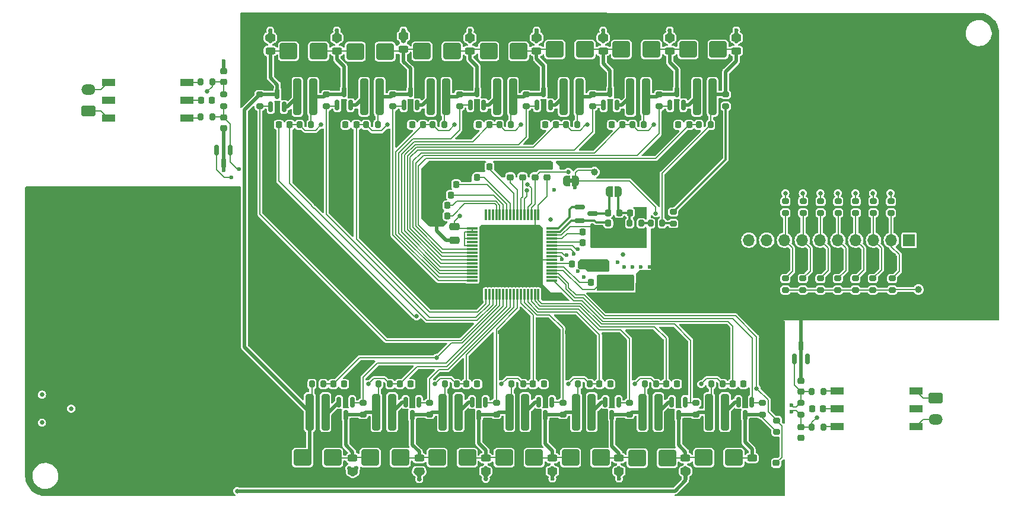
<source format=gbr>
%TF.GenerationSoftware,KiCad,Pcbnew,7.0.11-rc3*%
%TF.CreationDate,2025-03-16T23:24:32+08:00*%
%TF.ProjectId,BQ79616_BMS_14Ch,42513739-3631-4365-9f42-4d535f313443,V1.2*%
%TF.SameCoordinates,Original*%
%TF.FileFunction,Copper,L1,Top*%
%TF.FilePolarity,Positive*%
%FSLAX46Y46*%
G04 Gerber Fmt 4.6, Leading zero omitted, Abs format (unit mm)*
G04 Created by KiCad (PCBNEW 7.0.11-rc3) date 2025-03-16 23:24:32*
%MOMM*%
%LPD*%
G01*
G04 APERTURE LIST*
G04 Aperture macros list*
%AMRoundRect*
0 Rectangle with rounded corners*
0 $1 Rounding radius*
0 $2 $3 $4 $5 $6 $7 $8 $9 X,Y pos of 4 corners*
0 Add a 4 corners polygon primitive as box body*
4,1,4,$2,$3,$4,$5,$6,$7,$8,$9,$2,$3,0*
0 Add four circle primitives for the rounded corners*
1,1,$1+$1,$2,$3*
1,1,$1+$1,$4,$5*
1,1,$1+$1,$6,$7*
1,1,$1+$1,$8,$9*
0 Add four rect primitives between the rounded corners*
20,1,$1+$1,$2,$3,$4,$5,0*
20,1,$1+$1,$4,$5,$6,$7,0*
20,1,$1+$1,$6,$7,$8,$9,0*
20,1,$1+$1,$8,$9,$2,$3,0*%
%AMFreePoly0*
4,1,19,0.500000,-0.750000,0.000000,-0.750000,0.000000,-0.744911,-0.071157,-0.744911,-0.207708,-0.704816,-0.327430,-0.627875,-0.420627,-0.520320,-0.479746,-0.390866,-0.500000,-0.250000,-0.500000,0.250000,-0.479746,0.390866,-0.420627,0.520320,-0.327430,0.627875,-0.207708,0.704816,-0.071157,0.744911,0.000000,0.744911,0.000000,0.750000,0.500000,0.750000,0.500000,-0.750000,0.500000,-0.750000,
$1*%
%AMFreePoly1*
4,1,19,0.000000,0.744911,0.071157,0.744911,0.207708,0.704816,0.327430,0.627875,0.420627,0.520320,0.479746,0.390866,0.500000,0.250000,0.500000,-0.250000,0.479746,-0.390866,0.420627,-0.520320,0.327430,-0.627875,0.207708,-0.704816,0.071157,-0.744911,0.000000,-0.744911,0.000000,-0.750000,-0.500000,-0.750000,-0.500000,0.750000,0.000000,0.750000,0.000000,0.744911,0.000000,0.744911,
$1*%
G04 Aperture macros list end*
%TA.AperFunction,SMDPad,CuDef*%
%ADD10RoundRect,0.150000X0.150000X-0.587500X0.150000X0.587500X-0.150000X0.587500X-0.150000X-0.587500X0*%
%TD*%
%TA.AperFunction,SMDPad,CuDef*%
%ADD11RoundRect,0.200000X-0.275000X0.200000X-0.275000X-0.200000X0.275000X-0.200000X0.275000X0.200000X0*%
%TD*%
%TA.AperFunction,SMDPad,CuDef*%
%ADD12RoundRect,0.150000X-0.150000X0.587500X-0.150000X-0.587500X0.150000X-0.587500X0.150000X0.587500X0*%
%TD*%
%TA.AperFunction,SMDPad,CuDef*%
%ADD13RoundRect,0.243750X-0.456250X0.243750X-0.456250X-0.243750X0.456250X-0.243750X0.456250X0.243750X0*%
%TD*%
%TA.AperFunction,SMDPad,CuDef*%
%ADD14RoundRect,0.250000X-1.000000X-0.900000X1.000000X-0.900000X1.000000X0.900000X-1.000000X0.900000X0*%
%TD*%
%TA.AperFunction,SMDPad,CuDef*%
%ADD15RoundRect,0.225000X0.250000X-0.225000X0.250000X0.225000X-0.250000X0.225000X-0.250000X-0.225000X0*%
%TD*%
%TA.AperFunction,SMDPad,CuDef*%
%ADD16RoundRect,0.200000X0.275000X-0.200000X0.275000X0.200000X-0.275000X0.200000X-0.275000X-0.200000X0*%
%TD*%
%TA.AperFunction,SMDPad,CuDef*%
%ADD17RoundRect,0.200000X-0.200000X-0.275000X0.200000X-0.275000X0.200000X0.275000X-0.200000X0.275000X0*%
%TD*%
%TA.AperFunction,SMDPad,CuDef*%
%ADD18RoundRect,0.225000X0.225000X0.250000X-0.225000X0.250000X-0.225000X-0.250000X0.225000X-0.250000X0*%
%TD*%
%TA.AperFunction,SMDPad,CuDef*%
%ADD19RoundRect,0.225000X-0.250000X0.225000X-0.250000X-0.225000X0.250000X-0.225000X0.250000X0.225000X0*%
%TD*%
%TA.AperFunction,SMDPad,CuDef*%
%ADD20RoundRect,0.225000X-0.225000X-0.250000X0.225000X-0.250000X0.225000X0.250000X-0.225000X0.250000X0*%
%TD*%
%TA.AperFunction,SMDPad,CuDef*%
%ADD21RoundRect,0.250000X-0.325000X-2.350000X0.325000X-2.350000X0.325000X2.350000X-0.325000X2.350000X0*%
%TD*%
%TA.AperFunction,SMDPad,CuDef*%
%ADD22RoundRect,0.243750X0.456250X-0.243750X0.456250X0.243750X-0.456250X0.243750X-0.456250X-0.243750X0*%
%TD*%
%TA.AperFunction,SMDPad,CuDef*%
%ADD23RoundRect,0.250000X0.325000X2.350000X-0.325000X2.350000X-0.325000X-2.350000X0.325000X-2.350000X0*%
%TD*%
%TA.AperFunction,SMDPad,CuDef*%
%ADD24R,1.500000X0.300000*%
%TD*%
%TA.AperFunction,SMDPad,CuDef*%
%ADD25R,0.300000X1.500000*%
%TD*%
%TA.AperFunction,SMDPad,CuDef*%
%ADD26R,8.000000X8.000000*%
%TD*%
%TA.AperFunction,SMDPad,CuDef*%
%ADD27RoundRect,0.250000X0.475000X-0.250000X0.475000X0.250000X-0.475000X0.250000X-0.475000X-0.250000X0*%
%TD*%
%TA.AperFunction,SMDPad,CuDef*%
%ADD28RoundRect,0.250000X1.000000X0.900000X-1.000000X0.900000X-1.000000X-0.900000X1.000000X-0.900000X0*%
%TD*%
%TA.AperFunction,SMDPad,CuDef*%
%ADD29RoundRect,0.150000X-0.587500X-0.150000X0.587500X-0.150000X0.587500X0.150000X-0.587500X0.150000X0*%
%TD*%
%TA.AperFunction,SMDPad,CuDef*%
%ADD30RoundRect,0.200000X0.200000X0.275000X-0.200000X0.275000X-0.200000X-0.275000X0.200000X-0.275000X0*%
%TD*%
%TA.AperFunction,ComponentPad*%
%ADD31C,1.000000*%
%TD*%
%TA.AperFunction,SMDPad,CuDef*%
%ADD32R,1.830000X1.090000*%
%TD*%
%TA.AperFunction,SMDPad,CuDef*%
%ADD33RoundRect,0.054500X0.860500X0.490500X-0.860500X0.490500X-0.860500X-0.490500X0.860500X-0.490500X0*%
%TD*%
%TA.AperFunction,ComponentPad*%
%ADD34RoundRect,0.250001X0.759999X-0.499999X0.759999X0.499999X-0.759999X0.499999X-0.759999X-0.499999X0*%
%TD*%
%TA.AperFunction,ComponentPad*%
%ADD35O,2.020000X1.500000*%
%TD*%
%TA.AperFunction,SMDPad,CuDef*%
%ADD36FreePoly0,180.000000*%
%TD*%
%TA.AperFunction,SMDPad,CuDef*%
%ADD37FreePoly1,180.000000*%
%TD*%
%TA.AperFunction,SMDPad,CuDef*%
%ADD38RoundRect,0.054500X-0.860500X-0.490500X0.860500X-0.490500X0.860500X0.490500X-0.860500X0.490500X0*%
%TD*%
%TA.AperFunction,ComponentPad*%
%ADD39R,1.700000X1.700000*%
%TD*%
%TA.AperFunction,ComponentPad*%
%ADD40O,1.700000X1.700000*%
%TD*%
%TA.AperFunction,SMDPad,CuDef*%
%ADD41RoundRect,0.218750X-0.218750X-0.256250X0.218750X-0.256250X0.218750X0.256250X-0.218750X0.256250X0*%
%TD*%
%TA.AperFunction,ComponentPad*%
%ADD42RoundRect,0.250001X-0.759999X0.499999X-0.759999X-0.499999X0.759999X-0.499999X0.759999X0.499999X0*%
%TD*%
%TA.AperFunction,ViaPad*%
%ADD43C,0.650000*%
%TD*%
%TA.AperFunction,ViaPad*%
%ADD44C,0.600000*%
%TD*%
%TA.AperFunction,Conductor*%
%ADD45C,0.200000*%
%TD*%
%TA.AperFunction,Conductor*%
%ADD46C,0.500000*%
%TD*%
%TA.AperFunction,Conductor*%
%ADD47C,0.300000*%
%TD*%
G04 APERTURE END LIST*
%TA.AperFunction,EtchedComponent*%
%TO.C,JP2*%
G36*
X158650000Y-84800000D02*
G01*
X158150000Y-84800000D01*
X158150000Y-84200000D01*
X158650000Y-84200000D01*
X158650000Y-84800000D01*
G37*
%TD.AperFunction*%
%TD*%
D10*
%TO.P,Q8,1,G*%
%TO.N,/CB_A7*%
X115550000Y-73937500D03*
%TO.P,Q8,2,D*%
%TO.N,Net-(Q8-D)*%
X117450000Y-73937500D03*
%TO.P,Q8,3,S*%
%TO.N,Net-(D7-A1)*%
X116500000Y-72062500D03*
%TD*%
D11*
%TO.P,R49,1*%
%TO.N,/GPIO_A2*%
X201560000Y-87425000D03*
%TO.P,R49,2*%
%TO.N,/TH_A2*%
X201560000Y-89075000D03*
%TD*%
D12*
%TO.P,Q11,1,G*%
%TO.N,/CB_A4*%
X146200000Y-116062500D03*
%TO.P,Q11,2,D*%
%TO.N,Net-(Q11-D)*%
X144300000Y-116062500D03*
%TO.P,Q11,3,S*%
%TO.N,Net-(D10-A1)*%
X145250000Y-117937500D03*
%TD*%
D13*
%TO.P,F8,1*%
%TO.N,/CELL_A7*%
X115500000Y-64062500D03*
%TO.P,F8,2*%
%TO.N,Net-(D7-A1)*%
X115500000Y-65937500D03*
%TD*%
D12*
%TO.P,Q13,1,G*%
%TO.N,/CB_A2*%
X165200000Y-116062500D03*
%TO.P,Q13,2,D*%
%TO.N,Net-(Q13-D)*%
X163300000Y-116062500D03*
%TO.P,Q13,3,S*%
%TO.N,Net-(D12-A1)*%
X164250000Y-117937500D03*
%TD*%
D14*
%TO.P,D3,1,A1*%
%TO.N,Net-(D3-A1)*%
X156100000Y-65750000D03*
%TO.P,D3,2,A2*%
%TO.N,Net-(D2-A1)*%
X160400000Y-65750000D03*
%TD*%
D15*
%TO.P,C36,1*%
%TO.N,/COMLN*%
X108800000Y-70375000D03*
%TO.P,C36,2*%
%TO.N,GND1*%
X108800000Y-68825000D03*
%TD*%
D10*
%TO.P,Q6,1,G*%
%TO.N,/CB_A9*%
X134550000Y-73687500D03*
%TO.P,Q6,2,D*%
%TO.N,Net-(Q6-D)*%
X136450000Y-73687500D03*
%TO.P,Q6,3,S*%
%TO.N,Net-(D5-A1)*%
X135500000Y-71812500D03*
%TD*%
D16*
%TO.P,R41,1*%
%TO.N,Net-(D8-A1)*%
X128750000Y-117825000D03*
%TO.P,R41,2*%
%TO.N,/CB_A6*%
X128750000Y-116175000D03*
%TD*%
D17*
%TO.P,R66,1*%
%TO.N,/COMHP*%
X192775000Y-114600000D03*
%TO.P,R66,2*%
%TO.N,Net-(R66-Pad2)*%
X194425000Y-114600000D03*
%TD*%
D18*
%TO.P,C22,1*%
%TO.N,/GPIO_A2*%
X140775000Y-88000000D03*
%TO.P,C22,2*%
%TO.N,GND1*%
X139225000Y-88000000D03*
%TD*%
%TO.P,C9,1*%
%TO.N,/VC_A9*%
X127775000Y-76500000D03*
%TO.P,C9,2*%
%TO.N,/VC_A8*%
X126225000Y-76500000D03*
%TD*%
D19*
%TO.P,C35,1*%
%TO.N,/COMLP*%
X108800000Y-75425000D03*
%TO.P,C35,2*%
%TO.N,GND1*%
X108800000Y-76975000D03*
%TD*%
D20*
%TO.P,C11,1*%
%TO.N,/VC_A7*%
X124475000Y-113500000D03*
%TO.P,C11,2*%
%TO.N,/VC_A6*%
X126025000Y-113500000D03*
%TD*%
D21*
%TO.P,R28,1*%
%TO.N,Net-(D10-A2)*%
X140125000Y-117500000D03*
%TO.P,R28,2*%
%TO.N,Net-(Q11-D)*%
X142375000Y-117500000D03*
%TD*%
D16*
%TO.P,R44,1*%
%TO.N,Net-(D11-A1)*%
X157250000Y-117825000D03*
%TO.P,R44,2*%
%TO.N,/CB_A3*%
X157250000Y-116175000D03*
%TD*%
D22*
%TO.P,F14,1*%
%TO.N,/CELL_A1*%
X174750000Y-125937500D03*
%TO.P,F14,2*%
%TO.N,Net-(D13-A1)*%
X174750000Y-124062500D03*
%TD*%
D14*
%TO.P,D1,1,A1*%
%TO.N,Net-(D1-A1)*%
X175100000Y-65750000D03*
%TO.P,D1,2,A2*%
%TO.N,Net-(D1-A2)*%
X179400000Y-65750000D03*
%TD*%
D11*
%TO.P,R39,1*%
%TO.N,Net-(D6-A1)*%
X123500000Y-72175000D03*
%TO.P,R39,2*%
%TO.N,/CB_A8*%
X123500000Y-73825000D03*
%TD*%
D20*
%TO.P,C31,1*%
%TO.N,/AVDD_A*%
X158500000Y-96400000D03*
%TO.P,C31,2*%
%TO.N,GND1*%
X160050000Y-96400000D03*
%TD*%
D18*
%TO.P,C24,1*%
%TO.N,/GPIO_A4*%
X142025000Y-85000000D03*
%TO.P,C24,2*%
%TO.N,GND1*%
X140475000Y-85000000D03*
%TD*%
D10*
%TO.P,Q3,1,G*%
%TO.N,/CB_A12*%
X163050000Y-73687500D03*
%TO.P,Q3,2,D*%
%TO.N,Net-(Q3-D)*%
X164950000Y-73687500D03*
%TO.P,Q3,3,S*%
%TO.N,Net-(D2-A1)*%
X164000000Y-71812500D03*
%TD*%
D23*
%TO.P,R25,1*%
%TO.N,Net-(D6-A1)*%
X121625000Y-72500000D03*
%TO.P,R25,2*%
%TO.N,Net-(Q8-D)*%
X119375000Y-72500000D03*
%TD*%
D18*
%TO.P,C25,1*%
%TO.N,/GPIO_A5*%
X145025000Y-84000000D03*
%TO.P,C25,2*%
%TO.N,GND1*%
X143475000Y-84000000D03*
%TD*%
%TO.P,C1,1*%
%TO.N,GND1*%
X168375000Y-89050000D03*
%TO.P,C1,2*%
%TO.N,Net-(D15-A)*%
X166825000Y-89050000D03*
%TD*%
D24*
%TO.P,U1,1,BAT*%
%TO.N,/BAT_A*%
X144300000Y-91250000D03*
%TO.P,U1,2,CB16*%
X144300000Y-91750000D03*
%TO.P,U1,3,VC16*%
%TO.N,unconnected-(U1-VC16-Pad3)*%
X144300000Y-92250000D03*
%TO.P,U1,4,CB15*%
%TO.N,/BAT_A*%
X144300000Y-92750000D03*
%TO.P,U1,5,VC15*%
%TO.N,unconnected-(U1-VC15-Pad5)*%
X144300000Y-93250000D03*
%TO.P,U1,6,CB14*%
%TO.N,/BAT_A*%
X144300000Y-93750000D03*
%TO.P,U1,7,VC14*%
%TO.N,/VC_A14*%
X144300000Y-94250000D03*
%TO.P,U1,8,CB13*%
%TO.N,/CB_A13*%
X144300000Y-94750000D03*
%TO.P,U1,9,VC13*%
%TO.N,/VC_A13*%
X144300000Y-95250000D03*
%TO.P,U1,10,CB12*%
%TO.N,/CB_A12*%
X144300000Y-95750000D03*
%TO.P,U1,11,VC12*%
%TO.N,/VC_A12*%
X144300000Y-96250000D03*
%TO.P,U1,12,CB11*%
%TO.N,/CB_A11*%
X144300000Y-96750000D03*
%TO.P,U1,13,VC11*%
%TO.N,/VC_A11*%
X144300000Y-97250000D03*
%TO.P,U1,14,CB10*%
%TO.N,/CB_A10*%
X144300000Y-97750000D03*
%TO.P,U1,15,VC10*%
%TO.N,/VC_A10*%
X144300000Y-98250000D03*
%TO.P,U1,16,CB9*%
%TO.N,/CB_A9*%
X144300000Y-98750000D03*
D25*
%TO.P,U1,17,VC9*%
%TO.N,/VC_A9*%
X146250000Y-100700000D03*
%TO.P,U1,18,CB8*%
%TO.N,/CB_A8*%
X146750000Y-100700000D03*
%TO.P,U1,19,VC8*%
%TO.N,/VC_A8*%
X147250000Y-100700000D03*
%TO.P,U1,20,CB7*%
%TO.N,/CB_A7*%
X147750000Y-100700000D03*
%TO.P,U1,21,VC7*%
%TO.N,/VC_A7*%
X148250000Y-100700000D03*
%TO.P,U1,22,CB6*%
%TO.N,/CB_A6*%
X148750000Y-100700000D03*
%TO.P,U1,23,VC6*%
%TO.N,/VC_A6*%
X149250000Y-100700000D03*
%TO.P,U1,24,CB5*%
%TO.N,/CB_A5*%
X149750000Y-100700000D03*
%TO.P,U1,25,VC5*%
%TO.N,/VC_A5*%
X150250000Y-100700000D03*
%TO.P,U1,26,CB4*%
%TO.N,/CB_A4*%
X150750000Y-100700000D03*
%TO.P,U1,27,VC4*%
%TO.N,/VC_A4*%
X151250000Y-100700000D03*
%TO.P,U1,28,CB3*%
%TO.N,/CB_A3*%
X151750000Y-100700000D03*
%TO.P,U1,29,VC3*%
%TO.N,/VC_A3*%
X152250000Y-100700000D03*
%TO.P,U1,30,CB2*%
%TO.N,/CB_A2*%
X152750000Y-100700000D03*
%TO.P,U1,31,VC2*%
%TO.N,/VC_A2*%
X153250000Y-100700000D03*
%TO.P,U1,32,CB1*%
%TO.N,/CB_A1*%
X153750000Y-100700000D03*
D24*
%TO.P,U1,33,VC1*%
%TO.N,/VC_A1*%
X155700000Y-98750000D03*
%TO.P,U1,34,CB0*%
%TO.N,/CB_A0*%
X155700000Y-98250000D03*
%TO.P,U1,35,VC0*%
%TO.N,/VC_A0*%
X155700000Y-97750000D03*
%TO.P,U1,36,REFHM*%
%TO.N,GND1*%
X155700000Y-97250000D03*
%TO.P,U1,37,REFHP*%
%TO.N,/REFHP_A*%
X155700000Y-96750000D03*
%TO.P,U1,38,AVDD*%
%TO.N,/AVDD_A*%
X155700000Y-96250000D03*
%TO.P,U1,39,AVSS*%
%TO.N,GND1*%
X155700000Y-95750000D03*
%TO.P,U1,40,COMLP*%
%TO.N,/COMLP*%
X155700000Y-95250000D03*
%TO.P,U1,41,COMLN*%
%TO.N,/COMLN*%
X155700000Y-94750000D03*
%TO.P,U1,42,COMHN*%
%TO.N,/COMHN*%
X155700000Y-94250000D03*
%TO.P,U1,43,COMHP*%
%TO.N,/COMHP*%
X155700000Y-93750000D03*
%TO.P,U1,44,NEG5V*%
%TO.N,/NEG5V_A*%
X155700000Y-93250000D03*
%TO.P,U1,45,CVDD*%
%TO.N,/CVDD_A*%
X155700000Y-92750000D03*
%TO.P,U1,46,CVSS*%
%TO.N,GND1*%
X155700000Y-92250000D03*
%TO.P,U1,47,LDOIN*%
%TO.N,/LDOIN_A*%
X155700000Y-91750000D03*
%TO.P,U1,48,NPNB*%
%TO.N,/NPNB_A*%
X155700000Y-91250000D03*
D25*
%TO.P,U1,49,DVDD*%
%TO.N,/DVDD_A*%
X153750000Y-89300000D03*
%TO.P,U1,50,GND*%
%TO.N,GND1*%
X153250000Y-89300000D03*
%TO.P,U1,51,TSREF*%
%TO.N,/TSREF_A*%
X152750000Y-89300000D03*
%TO.P,U1,52,RX*%
%TO.N,/RX_A*%
X152250000Y-89300000D03*
%TO.P,U1,53,TX*%
%TO.N,/TX_A*%
X151750000Y-89300000D03*
%TO.P,U1,54,GPIO8*%
%TO.N,/GPIO_A8*%
X151250000Y-89300000D03*
%TO.P,U1,55,GPIO7*%
%TO.N,/GPIO_A7*%
X150750000Y-89300000D03*
%TO.P,U1,56,GPIO6*%
%TO.N,/GPIO_A6*%
X150250000Y-89300000D03*
%TO.P,U1,57,GPIO5*%
%TO.N,/GPIO_A5*%
X149750000Y-89300000D03*
%TO.P,U1,58,GPIO4*%
%TO.N,/GPIO_A4*%
X149250000Y-89300000D03*
%TO.P,U1,59,GPIO3*%
%TO.N,/GPIO_A3*%
X148750000Y-89300000D03*
%TO.P,U1,60,GPIO2*%
%TO.N,/GPIO_A2*%
X148250000Y-89300000D03*
%TO.P,U1,61,GPIO1*%
%TO.N,/GPIO_A1*%
X147750000Y-89300000D03*
%TO.P,U1,62,NFAULT*%
%TO.N,unconnected-(U1-NFAULT-Pad62)*%
X147250000Y-89300000D03*
%TO.P,U1,63,BBN*%
%TO.N,unconnected-(U1-BBN-Pad63)*%
X146750000Y-89300000D03*
%TO.P,U1,64,BBP*%
%TO.N,unconnected-(U1-BBP-Pad64)*%
X146250000Y-89300000D03*
D26*
%TO.P,U1,65,PAD*%
%TO.N,GND1*%
X150000000Y-95000000D03*
%TD*%
D27*
%TO.P,C3,1*%
%TO.N,GND1*%
X141750000Y-92950000D03*
%TO.P,C3,2*%
%TO.N,/BAT_A*%
X141750000Y-91050000D03*
%TD*%
D13*
%TO.P,F5,1*%
%TO.N,/CELL_A10*%
X144000000Y-64062500D03*
%TO.P,F5,2*%
%TO.N,Net-(D4-A1)*%
X144000000Y-65937500D03*
%TD*%
D22*
%TO.P,F12,1*%
%TO.N,/CELL_A3*%
X155750000Y-125937500D03*
%TO.P,F12,2*%
%TO.N,Net-(D11-A1)*%
X155750000Y-124062500D03*
%TD*%
D15*
%TO.P,C27,1*%
%TO.N,/GPIO_A7*%
X149750000Y-83975000D03*
%TO.P,C27,2*%
%TO.N,GND1*%
X149750000Y-82425000D03*
%TD*%
D14*
%TO.P,D7,1,A1*%
%TO.N,Net-(D7-A1)*%
X118100000Y-66000000D03*
%TO.P,D7,2,A2*%
%TO.N,Net-(D6-A1)*%
X122400000Y-66000000D03*
%TD*%
D28*
%TO.P,D10,1,A1*%
%TO.N,Net-(D10-A1)*%
X143600000Y-124000000D03*
%TO.P,D10,2,A2*%
%TO.N,Net-(D10-A2)*%
X139300000Y-124000000D03*
%TD*%
D20*
%TO.P,C16,1*%
%TO.N,/VC_A2*%
X171975000Y-113500000D03*
%TO.P,C16,2*%
%TO.N,/VC_A1*%
X173525000Y-113500000D03*
%TD*%
D11*
%TO.P,R34,1*%
%TO.N,Net-(D1-A1)*%
X171000000Y-72175000D03*
%TO.P,R34,2*%
%TO.N,/CB_A13*%
X171000000Y-73825000D03*
%TD*%
D28*
%TO.P,D13,1,A1*%
%TO.N,Net-(D13-A1)*%
X172150000Y-124050000D03*
%TO.P,D13,2,A2*%
%TO.N,Net-(D12-A1)*%
X167850000Y-124050000D03*
%TD*%
D17*
%TO.P,R11,1*%
%TO.N,Net-(D7-A1)*%
X121425000Y-113500000D03*
%TO.P,R11,2*%
%TO.N,/VC_A7*%
X123075000Y-113500000D03*
%TD*%
D29*
%TO.P,Q1,1,B*%
%TO.N,/NPNB_A*%
X159662500Y-88250000D03*
%TO.P,Q1,2,E*%
%TO.N,/LDOIN_A*%
X159662500Y-90150000D03*
%TO.P,Q1,3,C*%
%TO.N,Net-(D15-K)*%
X161537500Y-89200000D03*
%TD*%
D30*
%TO.P,R5,1*%
%TO.N,Net-(D1-A1)*%
X168825000Y-76500000D03*
%TO.P,R5,2*%
%TO.N,/VC_A13*%
X167175000Y-76500000D03*
%TD*%
D31*
%TO.P,TP2,1,1*%
%TO.N,/CVDD_A*%
X161750000Y-83250000D03*
%TD*%
D16*
%TO.P,R57,1*%
%TO.N,/TSREF_A*%
X201500000Y-100075000D03*
%TO.P,R57,2*%
%TO.N,/TH_A2*%
X201500000Y-98425000D03*
%TD*%
D28*
%TO.P,D11,1,A1*%
%TO.N,Net-(D11-A1)*%
X153150000Y-124000000D03*
%TO.P,D11,2,A2*%
%TO.N,Net-(D10-A1)*%
X148850000Y-124000000D03*
%TD*%
D16*
%TO.P,R59,1*%
%TO.N,/TSREF_A*%
X196500000Y-100075000D03*
%TO.P,R59,2*%
%TO.N,/TH_A4*%
X196500000Y-98425000D03*
%TD*%
D15*
%TO.P,C33,1*%
%TO.N,/COMHP*%
X191200000Y-114575000D03*
%TO.P,C33,2*%
%TO.N,GND1*%
X191200000Y-113025000D03*
%TD*%
D23*
%TO.P,R19,1*%
%TO.N,Net-(D1-A2)*%
X178625000Y-72500000D03*
%TO.P,R19,2*%
%TO.N,Net-(Q2-D)*%
X176375000Y-72500000D03*
%TD*%
D16*
%TO.P,R47,1*%
%TO.N,Net-(D14-A1)*%
X185750000Y-117825000D03*
%TO.P,R47,2*%
%TO.N,/CB_A0*%
X185750000Y-116175000D03*
%TD*%
D10*
%TO.P,Q4,1,G*%
%TO.N,/CB_A11*%
X153550000Y-73687500D03*
%TO.P,Q4,2,D*%
%TO.N,Net-(Q4-D)*%
X155450000Y-73687500D03*
%TO.P,Q4,3,S*%
%TO.N,Net-(D3-A1)*%
X154500000Y-71812500D03*
%TD*%
D32*
%TO.P,TR2,1*%
%TO.N,Net-(R68-Pad2)*%
X103620000Y-75540000D03*
D33*
%TO.P,TR2,2*%
%TO.N,Net-(C38-Pad1)*%
X103620000Y-73000000D03*
%TO.P,TR2,3*%
%TO.N,Net-(R69-Pad2)*%
X103620000Y-70460000D03*
%TO.P,TR2,4*%
%TO.N,Net-(J5-Pin_2)*%
X92380000Y-70460000D03*
%TO.P,TR2,5*%
%TO.N,unconnected-(TR2-Pad5)*%
X92380000Y-73000000D03*
%TO.P,TR2,6*%
%TO.N,Net-(J5-Pin_1)*%
X92380000Y-75540000D03*
%TD*%
D22*
%TO.P,F15,1*%
%TO.N,GND1*%
X184250000Y-125937500D03*
%TO.P,F15,2*%
%TO.N,Net-(D14-A1)*%
X184250000Y-124062500D03*
%TD*%
D20*
%TO.P,C30,1*%
%TO.N,/REFHP_A*%
X161225000Y-99000000D03*
%TO.P,C30,2*%
%TO.N,GND1*%
X162775000Y-99000000D03*
%TD*%
D16*
%TO.P,R60,1*%
%TO.N,/TSREF_A*%
X194000000Y-100075000D03*
%TO.P,R60,2*%
%TO.N,/TH_A5*%
X194000000Y-98425000D03*
%TD*%
D18*
%TO.P,C4,1*%
%TO.N,/VC_A14*%
X175275000Y-76500000D03*
%TO.P,C4,2*%
%TO.N,/VC_A13*%
X173725000Y-76500000D03*
%TD*%
D11*
%TO.P,R37,1*%
%TO.N,Net-(D4-A1)*%
X142500000Y-72175000D03*
%TO.P,R37,2*%
%TO.N,/CB_A10*%
X142500000Y-73825000D03*
%TD*%
D23*
%TO.P,R24,1*%
%TO.N,Net-(D5-A1)*%
X131125000Y-72500000D03*
%TO.P,R24,2*%
%TO.N,Net-(Q7-D)*%
X128875000Y-72500000D03*
%TD*%
D22*
%TO.P,F10,1*%
%TO.N,/CELL_A5*%
X136750000Y-125937500D03*
%TO.P,F10,2*%
%TO.N,Net-(D10-A2)*%
X136750000Y-124062500D03*
%TD*%
D21*
%TO.P,R29,1*%
%TO.N,Net-(D10-A1)*%
X149625000Y-117500000D03*
%TO.P,R29,2*%
%TO.N,Net-(Q12-D)*%
X151875000Y-117500000D03*
%TD*%
D18*
%TO.P,C7,1*%
%TO.N,/VC_A11*%
X146775000Y-76500000D03*
%TO.P,C7,2*%
%TO.N,/VC_A10*%
X145225000Y-76500000D03*
%TD*%
D11*
%TO.P,R33,1*%
%TO.N,Net-(D1-A2)*%
X180500000Y-72175000D03*
%TO.P,R33,2*%
%TO.N,/BAT_A*%
X180500000Y-73825000D03*
%TD*%
D16*
%TO.P,R65,1*%
%TO.N,/COMLP*%
X108800000Y-73825000D03*
%TO.P,R65,2*%
%TO.N,/COMLN*%
X108800000Y-72175000D03*
%TD*%
D11*
%TO.P,R40,1*%
%TO.N,Net-(D7-A1)*%
X114000000Y-72175000D03*
%TO.P,R40,2*%
%TO.N,/CB_A7*%
X114000000Y-73825000D03*
%TD*%
D16*
%TO.P,R43,1*%
%TO.N,Net-(D10-A1)*%
X147750000Y-117825000D03*
%TO.P,R43,2*%
%TO.N,/CB_A4*%
X147750000Y-116175000D03*
%TD*%
D23*
%TO.P,R22,1*%
%TO.N,Net-(D3-A1)*%
X150125000Y-72500000D03*
%TO.P,R22,2*%
%TO.N,Net-(Q5-D)*%
X147875000Y-72500000D03*
%TD*%
D28*
%TO.P,D9,1,A1*%
%TO.N,Net-(D10-A2)*%
X134050000Y-124000000D03*
%TO.P,D9,2,A2*%
%TO.N,Net-(D8-A1)*%
X129750000Y-124000000D03*
%TD*%
D11*
%TO.P,R53,1*%
%TO.N,/GPIO_A6*%
X191520000Y-87425000D03*
%TO.P,R53,2*%
%TO.N,/TH_A6*%
X191520000Y-89075000D03*
%TD*%
D14*
%TO.P,D2,1,A1*%
%TO.N,Net-(D2-A1)*%
X165600000Y-65750000D03*
%TO.P,D2,2,A2*%
%TO.N,Net-(D1-A1)*%
X169900000Y-65750000D03*
%TD*%
D16*
%TO.P,R61,1*%
%TO.N,/TSREF_A*%
X191500000Y-100075000D03*
%TO.P,R61,2*%
%TO.N,/TH_A6*%
X191500000Y-98425000D03*
%TD*%
D10*
%TO.P,D16,1,A1*%
%TO.N,/COMHP*%
X190250000Y-109937500D03*
%TO.P,D16,2,A2*%
%TO.N,/COMHN*%
X192150000Y-109937500D03*
%TO.P,D16,3,common*%
%TO.N,GND1*%
X191200000Y-108062500D03*
%TD*%
D30*
%TO.P,R4,1*%
%TO.N,Net-(D1-A2)*%
X178325000Y-76500000D03*
%TO.P,R4,2*%
%TO.N,/VC_A14*%
X176675000Y-76500000D03*
%TD*%
D13*
%TO.P,F4,1*%
%TO.N,/CELL_A11*%
X153500000Y-64062500D03*
%TO.P,F4,2*%
%TO.N,Net-(D3-A1)*%
X153500000Y-65937500D03*
%TD*%
D11*
%TO.P,R48,1*%
%TO.N,/GPIO_A1*%
X204070000Y-87425000D03*
%TO.P,R48,2*%
%TO.N,/TH_A1*%
X204070000Y-89075000D03*
%TD*%
%TO.P,R52,1*%
%TO.N,/GPIO_A5*%
X194030000Y-87425000D03*
%TO.P,R52,2*%
%TO.N,/TH_A5*%
X194030000Y-89075000D03*
%TD*%
D21*
%TO.P,R32,1*%
%TO.N,Net-(D13-A1)*%
X178125000Y-117500000D03*
%TO.P,R32,2*%
%TO.N,Net-(Q15-D)*%
X180375000Y-117500000D03*
%TD*%
D30*
%TO.P,R6,1*%
%TO.N,Net-(D2-A1)*%
X159325000Y-76500000D03*
%TO.P,R6,2*%
%TO.N,/VC_A12*%
X157675000Y-76500000D03*
%TD*%
D31*
%TO.P,TP3,1,1*%
%TO.N,GND1*%
X214750000Y-94000000D03*
%TD*%
D16*
%TO.P,R62,1*%
%TO.N,/TSREF_A*%
X189000000Y-100075000D03*
%TO.P,R62,2*%
%TO.N,/TH_A7*%
X189000000Y-98425000D03*
%TD*%
D13*
%TO.P,F1,1*%
%TO.N,/CELL_A14*%
X182000000Y-64062500D03*
%TO.P,F1,2*%
%TO.N,Net-(D1-A2)*%
X182000000Y-65937500D03*
%TD*%
D18*
%TO.P,C2,1*%
%TO.N,GND1*%
X165275000Y-90550000D03*
%TO.P,C2,2*%
%TO.N,/LDOIN_A*%
X163725000Y-90550000D03*
%TD*%
D16*
%TO.P,R42,1*%
%TO.N,Net-(D10-A2)*%
X138250000Y-117825000D03*
%TO.P,R42,2*%
%TO.N,/CB_A5*%
X138250000Y-116175000D03*
%TD*%
D30*
%TO.P,R69,1*%
%TO.N,/COMLN*%
X107225000Y-70400000D03*
%TO.P,R69,2*%
%TO.N,Net-(R69-Pad2)*%
X105575000Y-70400000D03*
%TD*%
D20*
%TO.P,C15,1*%
%TO.N,/VC_A3*%
X162475000Y-113500000D03*
%TO.P,C15,2*%
%TO.N,/VC_A2*%
X164025000Y-113500000D03*
%TD*%
D18*
%TO.P,C8,1*%
%TO.N,/VC_A10*%
X137275000Y-76500000D03*
%TO.P,C8,2*%
%TO.N,/VC_A9*%
X135725000Y-76500000D03*
%TD*%
D13*
%TO.P,F7,1*%
%TO.N,/CELL_A8*%
X125000000Y-64062500D03*
%TO.P,F7,2*%
%TO.N,Net-(D6-A1)*%
X125000000Y-65937500D03*
%TD*%
D14*
%TO.P,D6,1,A1*%
%TO.N,Net-(D6-A1)*%
X127600000Y-66050000D03*
%TO.P,D6,2,A2*%
%TO.N,Net-(D5-A1)*%
X131900000Y-66050000D03*
%TD*%
D28*
%TO.P,D14,1,A1*%
%TO.N,Net-(D14-A1)*%
X181650000Y-124000000D03*
%TO.P,D14,2,A2*%
%TO.N,Net-(D13-A1)*%
X177350000Y-124000000D03*
%TD*%
D17*
%TO.P,R67,1*%
%TO.N,/COMHN*%
X192775000Y-119600000D03*
%TO.P,R67,2*%
%TO.N,Net-(R67-Pad2)*%
X194425000Y-119600000D03*
%TD*%
D34*
%TO.P,J5,1,Pin_1*%
%TO.N,Net-(J5-Pin_1)*%
X89570000Y-74500000D03*
D35*
%TO.P,J5,2,Pin_2*%
%TO.N,Net-(J5-Pin_2)*%
X89570000Y-71500000D03*
%TD*%
D12*
%TO.P,Q15,1,G*%
%TO.N,/CB_A0*%
X184200000Y-116062500D03*
%TO.P,Q15,2,D*%
%TO.N,Net-(Q15-D)*%
X182300000Y-116062500D03*
%TO.P,Q15,3,S*%
%TO.N,Net-(D14-A1)*%
X183250000Y-117937500D03*
%TD*%
D36*
%TO.P,JP1,1,A*%
%TO.N,Net-(D15-A)*%
X165150000Y-86000000D03*
D37*
%TO.P,JP1,2,B*%
%TO.N,Net-(D15-K)*%
X163850000Y-86000000D03*
%TD*%
D10*
%TO.P,Q2,1,G*%
%TO.N,/CB_A13*%
X172550000Y-73687500D03*
%TO.P,Q2,2,D*%
%TO.N,Net-(Q2-D)*%
X174450000Y-73687500D03*
%TO.P,Q2,3,S*%
%TO.N,Net-(D1-A1)*%
X173500000Y-71812500D03*
%TD*%
D31*
%TO.P,TP4,1,1*%
%TO.N,/TSREF_A*%
X208000000Y-100000000D03*
%TD*%
D28*
%TO.P,D8,1,A1*%
%TO.N,Net-(D8-A1)*%
X124400000Y-124000000D03*
%TO.P,D8,2,A2*%
%TO.N,Net-(D7-A1)*%
X120100000Y-124000000D03*
%TD*%
D18*
%TO.P,C21,1*%
%TO.N,/GPIO_A1*%
X140775000Y-89500000D03*
%TO.P,C21,2*%
%TO.N,GND1*%
X139225000Y-89500000D03*
%TD*%
D17*
%TO.P,R15,1*%
%TO.N,Net-(D11-A1)*%
X159425000Y-113500000D03*
%TO.P,R15,2*%
%TO.N,/VC_A3*%
X161075000Y-113500000D03*
%TD*%
D20*
%TO.P,C38,1*%
%TO.N,Net-(C38-Pad1)*%
X105625000Y-73000000D03*
%TO.P,C38,2*%
%TO.N,GND1*%
X107175000Y-73000000D03*
%TD*%
D30*
%TO.P,R1,1*%
%TO.N,Net-(D1-A2)*%
X171425000Y-90550000D03*
%TO.P,R1,2*%
%TO.N,Net-(R1-Pad2)*%
X169775000Y-90550000D03*
%TD*%
D32*
%TO.P,TR1,1*%
%TO.N,Net-(R66-Pad2)*%
X196380000Y-114460000D03*
D38*
%TO.P,TR1,2*%
%TO.N,Net-(C37-Pad1)*%
X196380000Y-117000000D03*
%TO.P,TR1,3*%
%TO.N,Net-(R67-Pad2)*%
X196380000Y-119540000D03*
%TO.P,TR1,4*%
%TO.N,Net-(J4-Pin_2)*%
X207620000Y-119540000D03*
%TO.P,TR1,5*%
%TO.N,unconnected-(TR1-Pad5)*%
X207620000Y-117000000D03*
%TO.P,TR1,6*%
%TO.N,Net-(J4-Pin_1)*%
X207620000Y-114460000D03*
%TD*%
D10*
%TO.P,Q5,1,G*%
%TO.N,/CB_A10*%
X144050000Y-73687500D03*
%TO.P,Q5,2,D*%
%TO.N,Net-(Q5-D)*%
X145950000Y-73687500D03*
%TO.P,Q5,3,S*%
%TO.N,Net-(D4-A1)*%
X145000000Y-71812500D03*
%TD*%
D12*
%TO.P,Q10,1,G*%
%TO.N,/CB_A5*%
X136700000Y-116062500D03*
%TO.P,Q10,2,D*%
%TO.N,Net-(Q10-D)*%
X134800000Y-116062500D03*
%TO.P,Q10,3,S*%
%TO.N,Net-(D10-A2)*%
X135750000Y-117937500D03*
%TD*%
D22*
%TO.P,F11,1*%
%TO.N,/CELL_A4*%
X146250000Y-125937500D03*
%TO.P,F11,2*%
%TO.N,Net-(D10-A1)*%
X146250000Y-124062500D03*
%TD*%
D14*
%TO.P,D5,1,A1*%
%TO.N,Net-(D5-A1)*%
X137150000Y-66000000D03*
%TO.P,D5,2,A2*%
%TO.N,Net-(D4-A1)*%
X141450000Y-66000000D03*
%TD*%
D11*
%TO.P,R35,1*%
%TO.N,Net-(D2-A1)*%
X161500000Y-72175000D03*
%TO.P,R35,2*%
%TO.N,/CB_A12*%
X161500000Y-73825000D03*
%TD*%
D13*
%TO.P,F2,1*%
%TO.N,/CELL_A13*%
X172500000Y-64062500D03*
%TO.P,F2,2*%
%TO.N,Net-(D1-A1)*%
X172500000Y-65937500D03*
%TD*%
D30*
%TO.P,R8,1*%
%TO.N,Net-(D4-A1)*%
X140325000Y-76500000D03*
%TO.P,R8,2*%
%TO.N,/VC_A10*%
X138675000Y-76500000D03*
%TD*%
D17*
%TO.P,R17,1*%
%TO.N,Net-(D13-A1)*%
X178425000Y-113500000D03*
%TO.P,R17,2*%
%TO.N,/VC_A1*%
X180075000Y-113500000D03*
%TD*%
D20*
%TO.P,C14,1*%
%TO.N,/VC_A4*%
X152975000Y-113500000D03*
%TO.P,C14,2*%
%TO.N,/VC_A3*%
X154525000Y-113500000D03*
%TD*%
D36*
%TO.P,JP2,1,A*%
%TO.N,/CVDD_A*%
X159050000Y-84500000D03*
D37*
%TO.P,JP2,2,B*%
%TO.N,/RX_A*%
X157750000Y-84500000D03*
%TD*%
D17*
%TO.P,R12,1*%
%TO.N,Net-(D8-A1)*%
X130925000Y-113500000D03*
%TO.P,R12,2*%
%TO.N,/VC_A6*%
X132575000Y-113500000D03*
%TD*%
D22*
%TO.P,F9,1*%
%TO.N,/CELL_A6*%
X127250000Y-125937500D03*
%TO.P,F9,2*%
%TO.N,Net-(D8-A1)*%
X127250000Y-124062500D03*
%TD*%
D12*
%TO.P,Q14,1,G*%
%TO.N,/CB_A1*%
X174700000Y-116062500D03*
%TO.P,Q14,2,D*%
%TO.N,Net-(Q14-D)*%
X172800000Y-116062500D03*
%TO.P,Q14,3,S*%
%TO.N,Net-(D13-A1)*%
X173750000Y-117937500D03*
%TD*%
D16*
%TO.P,R45,1*%
%TO.N,Net-(D12-A1)*%
X166750000Y-117825000D03*
%TO.P,R45,2*%
%TO.N,/CB_A2*%
X166750000Y-116175000D03*
%TD*%
D11*
%TO.P,R54,1*%
%TO.N,/GPIO_A7*%
X189010000Y-87425000D03*
%TO.P,R54,2*%
%TO.N,/TH_A7*%
X189010000Y-89075000D03*
%TD*%
D22*
%TO.P,F13,1*%
%TO.N,/CELL_A2*%
X165250000Y-125937500D03*
%TO.P,F13,2*%
%TO.N,Net-(D12-A1)*%
X165250000Y-124062500D03*
%TD*%
D19*
%TO.P,C18,1*%
%TO.N,/VC_A0*%
X187700000Y-124750000D03*
%TO.P,C18,2*%
%TO.N,GND1*%
X187700000Y-126300000D03*
%TD*%
D20*
%TO.P,C32,1*%
%TO.N,/NEG5V_A*%
X160025000Y-93300000D03*
%TO.P,C32,2*%
%TO.N,GND1*%
X161575000Y-93300000D03*
%TD*%
D19*
%TO.P,C34,1*%
%TO.N,/COMHN*%
X191200000Y-119625000D03*
%TO.P,C34,2*%
%TO.N,GND1*%
X191200000Y-121175000D03*
%TD*%
D11*
%TO.P,R64,1*%
%TO.N,/COMHP*%
X191200000Y-116175000D03*
%TO.P,R64,2*%
%TO.N,/COMHN*%
X191200000Y-117825000D03*
%TD*%
D16*
%TO.P,R58,1*%
%TO.N,/TSREF_A*%
X199000000Y-100075000D03*
%TO.P,R58,2*%
%TO.N,/TH_A3*%
X199000000Y-98425000D03*
%TD*%
D21*
%TO.P,R27,1*%
%TO.N,Net-(D8-A1)*%
X130625000Y-117500000D03*
%TO.P,R27,2*%
%TO.N,Net-(Q10-D)*%
X132875000Y-117500000D03*
%TD*%
D10*
%TO.P,Q7,1,G*%
%TO.N,/CB_A8*%
X125050000Y-73687500D03*
%TO.P,Q7,2,D*%
%TO.N,Net-(Q7-D)*%
X126950000Y-73687500D03*
%TO.P,Q7,3,S*%
%TO.N,Net-(D6-A1)*%
X126000000Y-71812500D03*
%TD*%
D17*
%TO.P,R16,1*%
%TO.N,Net-(D12-A1)*%
X168925000Y-113500000D03*
%TO.P,R16,2*%
%TO.N,/VC_A2*%
X170575000Y-113500000D03*
%TD*%
D11*
%TO.P,R36,1*%
%TO.N,Net-(D3-A1)*%
X152000000Y-72175000D03*
%TO.P,R36,2*%
%TO.N,/CB_A11*%
X152000000Y-73825000D03*
%TD*%
D16*
%TO.P,R18,1*%
%TO.N,Net-(D14-A1)*%
X187750000Y-120325000D03*
%TO.P,R18,2*%
%TO.N,/VC_A0*%
X187750000Y-118675000D03*
%TD*%
D17*
%TO.P,R14,1*%
%TO.N,Net-(D10-A1)*%
X149925000Y-113500000D03*
%TO.P,R14,2*%
%TO.N,/VC_A4*%
X151575000Y-113500000D03*
%TD*%
D11*
%TO.P,R50,1*%
%TO.N,/GPIO_A3*%
X199050000Y-87425000D03*
%TO.P,R50,2*%
%TO.N,/TH_A3*%
X199050000Y-89075000D03*
%TD*%
D15*
%TO.P,C29,1*%
%TO.N,/TSREF_A*%
X153250000Y-83975000D03*
%TO.P,C29,2*%
%TO.N,GND1*%
X153250000Y-82425000D03*
%TD*%
D18*
%TO.P,C5,1*%
%TO.N,/VC_A13*%
X165775000Y-76500000D03*
%TO.P,C5,2*%
%TO.N,/VC_A12*%
X164225000Y-76500000D03*
%TD*%
D21*
%TO.P,R26,1*%
%TO.N,Net-(D7-A1)*%
X121125000Y-117500000D03*
%TO.P,R26,2*%
%TO.N,Net-(Q9-D)*%
X123375000Y-117500000D03*
%TD*%
D16*
%TO.P,R46,1*%
%TO.N,Net-(D13-A1)*%
X176250000Y-117825000D03*
%TO.P,R46,2*%
%TO.N,/CB_A1*%
X176250000Y-116175000D03*
%TD*%
D23*
%TO.P,R20,1*%
%TO.N,Net-(D1-A1)*%
X169125000Y-72500000D03*
%TO.P,R20,2*%
%TO.N,Net-(Q3-D)*%
X166875000Y-72500000D03*
%TD*%
D12*
%TO.P,D17,1,A1*%
%TO.N,/COMLP*%
X109750000Y-80062500D03*
%TO.P,D17,2,A2*%
%TO.N,/COMLN*%
X107850000Y-80062500D03*
%TO.P,D17,3,common*%
%TO.N,GND1*%
X108800000Y-81937500D03*
%TD*%
D13*
%TO.P,F3,1*%
%TO.N,/CELL_A12*%
X163000000Y-64062500D03*
%TO.P,F3,2*%
%TO.N,Net-(D2-A1)*%
X163000000Y-65937500D03*
%TD*%
D14*
%TO.P,D4,1,A1*%
%TO.N,Net-(D4-A1)*%
X146650000Y-66000000D03*
%TO.P,D4,2,A2*%
%TO.N,Net-(D3-A1)*%
X150950000Y-66000000D03*
%TD*%
D39*
%TO.P,J1,1,Pin_1*%
%TO.N,unconnected-(J1-Pin_1-Pad1)*%
X206660000Y-92960000D03*
D40*
%TO.P,J1,2,Pin_2*%
%TO.N,GND1*%
X206660000Y-95500000D03*
%TO.P,J1,3,Pin_3*%
%TO.N,/TH_A1*%
X204120000Y-92960000D03*
%TO.P,J1,4,Pin_4*%
%TO.N,GND1*%
X204120000Y-95500000D03*
%TO.P,J1,5,Pin_5*%
%TO.N,/TH_A2*%
X201580000Y-92960000D03*
%TO.P,J1,6,Pin_6*%
%TO.N,GND1*%
X201580000Y-95500000D03*
%TO.P,J1,7,Pin_7*%
%TO.N,/TH_A3*%
X199040000Y-92960000D03*
%TO.P,J1,8,Pin_8*%
%TO.N,GND1*%
X199040000Y-95500000D03*
%TO.P,J1,9,Pin_9*%
%TO.N,/TH_A4*%
X196500000Y-92960000D03*
%TO.P,J1,10,Pin_10*%
%TO.N,GND1*%
X196500000Y-95500000D03*
%TO.P,J1,11,Pin_11*%
%TO.N,/TH_A5*%
X193960000Y-92960000D03*
%TO.P,J1,12,Pin_12*%
%TO.N,GND1*%
X193960000Y-95500000D03*
%TO.P,J1,13,Pin_13*%
%TO.N,/TH_A6*%
X191420000Y-92960000D03*
%TO.P,J1,14,Pin_14*%
%TO.N,GND1*%
X191420000Y-95500000D03*
%TO.P,J1,15,Pin_15*%
%TO.N,/TH_A7*%
X188880000Y-92960000D03*
%TO.P,J1,16,Pin_16*%
%TO.N,GND1*%
X188880000Y-95500000D03*
%TO.P,J1,17,Pin_17*%
%TO.N,unconnected-(J1-Pin_17-Pad17)*%
X186340000Y-92960000D03*
%TO.P,J1,18,Pin_18*%
%TO.N,GND1*%
X186340000Y-95500000D03*
%TO.P,J1,19,Pin_19*%
%TO.N,unconnected-(J1-Pin_19-Pad19)*%
X183800000Y-92960000D03*
%TO.P,J1,20,Pin_20*%
%TO.N,GND1*%
X183800000Y-95500000D03*
%TD*%
D20*
%TO.P,C13,1*%
%TO.N,/VC_A5*%
X143475000Y-113500000D03*
%TO.P,C13,2*%
%TO.N,/VC_A4*%
X145025000Y-113500000D03*
%TD*%
D30*
%TO.P,R7,1*%
%TO.N,Net-(D3-A1)*%
X149825000Y-76500000D03*
%TO.P,R7,2*%
%TO.N,/VC_A11*%
X148175000Y-76500000D03*
%TD*%
D21*
%TO.P,R31,1*%
%TO.N,Net-(D12-A1)*%
X168625000Y-117500000D03*
%TO.P,R31,2*%
%TO.N,Net-(Q14-D)*%
X170875000Y-117500000D03*
%TD*%
D11*
%TO.P,R38,1*%
%TO.N,Net-(D5-A1)*%
X133000000Y-72175000D03*
%TO.P,R38,2*%
%TO.N,/CB_A9*%
X133000000Y-73825000D03*
%TD*%
D41*
%TO.P,D15,1,K*%
%TO.N,Net-(D15-K)*%
X163712500Y-89050000D03*
%TO.P,D15,2,A*%
%TO.N,Net-(D15-A)*%
X165287500Y-89050000D03*
%TD*%
D42*
%TO.P,J4,1,Pin_1*%
%TO.N,Net-(J4-Pin_1)*%
X210430000Y-115500000D03*
D35*
%TO.P,J4,2,Pin_2*%
%TO.N,Net-(J4-Pin_2)*%
X210430000Y-118500000D03*
%TD*%
D16*
%TO.P,R2,1*%
%TO.N,Net-(D1-A2)*%
X173000000Y-90575000D03*
%TO.P,R2,2*%
%TO.N,/BAT_A*%
X173000000Y-88925000D03*
%TD*%
D30*
%TO.P,R9,1*%
%TO.N,Net-(D5-A1)*%
X130825000Y-76500000D03*
%TO.P,R9,2*%
%TO.N,/VC_A9*%
X129175000Y-76500000D03*
%TD*%
D18*
%TO.P,C10,1*%
%TO.N,/VC_A8*%
X118275000Y-76500000D03*
%TO.P,C10,2*%
%TO.N,/VC_A7*%
X116725000Y-76500000D03*
%TD*%
D16*
%TO.P,R56,1*%
%TO.N,/TSREF_A*%
X204250000Y-100075000D03*
%TO.P,R56,2*%
%TO.N,/TH_A1*%
X204250000Y-98425000D03*
%TD*%
D30*
%TO.P,R3,1*%
%TO.N,Net-(R1-Pad2)*%
X168425000Y-90550000D03*
%TO.P,R3,2*%
%TO.N,Net-(D15-A)*%
X166775000Y-90550000D03*
%TD*%
D15*
%TO.P,C20,1*%
%TO.N,/DVDD_A*%
X155000000Y-83975000D03*
%TO.P,C20,2*%
%TO.N,GND1*%
X155000000Y-82425000D03*
%TD*%
D18*
%TO.P,C23,1*%
%TO.N,/GPIO_A3*%
X141275000Y-86500000D03*
%TO.P,C23,2*%
%TO.N,GND1*%
X139725000Y-86500000D03*
%TD*%
D12*
%TO.P,Q12,1,G*%
%TO.N,/CB_A3*%
X155700000Y-116062500D03*
%TO.P,Q12,2,D*%
%TO.N,Net-(Q12-D)*%
X153800000Y-116062500D03*
%TO.P,Q12,3,S*%
%TO.N,Net-(D11-A1)*%
X154750000Y-117937500D03*
%TD*%
D18*
%TO.P,C26,1*%
%TO.N,/GPIO_A6*%
X146775000Y-82500000D03*
%TO.P,C26,2*%
%TO.N,GND1*%
X145225000Y-82500000D03*
%TD*%
D23*
%TO.P,R23,1*%
%TO.N,Net-(D4-A1)*%
X140625000Y-72500000D03*
%TO.P,R23,2*%
%TO.N,Net-(Q6-D)*%
X138375000Y-72500000D03*
%TD*%
D11*
%TO.P,R51,1*%
%TO.N,/GPIO_A4*%
X196540000Y-87425000D03*
%TO.P,R51,2*%
%TO.N,/TH_A4*%
X196540000Y-89075000D03*
%TD*%
D28*
%TO.P,D12,1,A1*%
%TO.N,Net-(D12-A1)*%
X162650000Y-124000000D03*
%TO.P,D12,2,A2*%
%TO.N,Net-(D11-A1)*%
X158350000Y-124000000D03*
%TD*%
D20*
%TO.P,C12,1*%
%TO.N,/VC_A6*%
X133975000Y-113500000D03*
%TO.P,C12,2*%
%TO.N,/VC_A5*%
X135525000Y-113500000D03*
%TD*%
D30*
%TO.P,R10,1*%
%TO.N,Net-(D6-A1)*%
X121325000Y-76500000D03*
%TO.P,R10,2*%
%TO.N,/VC_A8*%
X119675000Y-76500000D03*
%TD*%
D17*
%TO.P,R13,1*%
%TO.N,Net-(D10-A2)*%
X140425000Y-113500000D03*
%TO.P,R13,2*%
%TO.N,/VC_A5*%
X142075000Y-113500000D03*
%TD*%
D30*
%TO.P,R68,1*%
%TO.N,/COMLP*%
X107225000Y-75400000D03*
%TO.P,R68,2*%
%TO.N,Net-(R68-Pad2)*%
X105575000Y-75400000D03*
%TD*%
D18*
%TO.P,C6,1*%
%TO.N,/VC_A12*%
X156275000Y-76500000D03*
%TO.P,C6,2*%
%TO.N,/VC_A11*%
X154725000Y-76500000D03*
%TD*%
D12*
%TO.P,Q9,1,G*%
%TO.N,/CB_A6*%
X127200000Y-116062500D03*
%TO.P,Q9,2,D*%
%TO.N,Net-(Q9-D)*%
X125300000Y-116062500D03*
%TO.P,Q9,3,S*%
%TO.N,Net-(D8-A1)*%
X126250000Y-117937500D03*
%TD*%
D20*
%TO.P,C19,1*%
%TO.N,/CVDD_A*%
X160025000Y-91800000D03*
%TO.P,C19,2*%
%TO.N,GND1*%
X161575000Y-91800000D03*
%TD*%
%TO.P,C17,1*%
%TO.N,/VC_A1*%
X181475000Y-113500000D03*
%TO.P,C17,2*%
%TO.N,/VC_A0*%
X183025000Y-113500000D03*
%TD*%
D13*
%TO.P,F6,1*%
%TO.N,/CELL_A9*%
X134500000Y-63812500D03*
%TO.P,F6,2*%
%TO.N,Net-(D5-A1)*%
X134500000Y-65687500D03*
%TD*%
D21*
%TO.P,R30,1*%
%TO.N,Net-(D11-A1)*%
X159125000Y-117500000D03*
%TO.P,R30,2*%
%TO.N,Net-(Q13-D)*%
X161375000Y-117500000D03*
%TD*%
D18*
%TO.P,C37,1*%
%TO.N,Net-(C37-Pad1)*%
X194375000Y-117000000D03*
%TO.P,C37,2*%
%TO.N,GND1*%
X192825000Y-117000000D03*
%TD*%
D15*
%TO.P,C28,1*%
%TO.N,/GPIO_A8*%
X151500000Y-83975000D03*
%TO.P,C28,2*%
%TO.N,GND1*%
X151500000Y-82425000D03*
%TD*%
D23*
%TO.P,R21,1*%
%TO.N,Net-(D2-A1)*%
X159625000Y-72500000D03*
%TO.P,R21,2*%
%TO.N,Net-(Q4-D)*%
X157375000Y-72500000D03*
%TD*%
D43*
%TO.N,/VC_A0*%
X184900000Y-114100000D03*
X183025000Y-113500000D03*
D44*
%TO.N,GND1*%
X187975000Y-65800000D03*
X147800000Y-94200000D03*
X175975000Y-63800000D03*
X165900000Y-98200000D03*
X93975000Y-119800000D03*
X217975000Y-65800000D03*
X167975000Y-109800000D03*
X119975000Y-119800000D03*
X108800000Y-87400000D03*
X111975000Y-113800000D03*
X185400000Y-103600000D03*
X163500000Y-96200000D03*
X115975000Y-79800000D03*
X148500000Y-97000000D03*
X205975000Y-81800000D03*
X215975000Y-95800000D03*
X205975000Y-101800000D03*
X207975000Y-87800000D03*
X149975000Y-125800000D03*
X91975000Y-101800000D03*
X107975000Y-109800000D03*
X105975000Y-115800000D03*
X109975000Y-99800000D03*
X149975000Y-111800000D03*
X123975000Y-103800000D03*
X179975000Y-61800000D03*
X165100000Y-98200000D03*
X95975000Y-99800000D03*
X107975000Y-107800000D03*
X169975000Y-83800000D03*
X191200000Y-102400000D03*
X175975000Y-119800000D03*
X171975000Y-125800000D03*
X168400000Y-93400000D03*
X215975000Y-89800000D03*
X87975000Y-99800000D03*
X153400000Y-92800000D03*
X137975000Y-119800000D03*
X99975000Y-91800000D03*
X165975000Y-119800000D03*
X162700000Y-97000000D03*
X197975000Y-69800000D03*
X167975000Y-99800000D03*
X97975000Y-121800000D03*
X152000000Y-98400000D03*
X193975000Y-81800000D03*
X127975000Y-97800000D03*
X205975000Y-89800000D03*
X155975000Y-85800000D03*
X116200000Y-89100000D03*
X113400000Y-86300000D03*
X191975000Y-61800000D03*
X192825000Y-117000000D03*
X87975000Y-91800000D03*
X167600000Y-92600000D03*
X165975000Y-107800000D03*
X93975000Y-93800000D03*
X121975000Y-111800000D03*
X161975000Y-125800000D03*
X123975000Y-105800000D03*
X131975000Y-125800000D03*
X174400000Y-96800000D03*
X159975000Y-63800000D03*
X137975000Y-61800000D03*
X117975000Y-109800000D03*
X209975000Y-95800000D03*
X197975000Y-77800000D03*
X165975000Y-61800000D03*
X99975000Y-105800000D03*
X143975000Y-77800000D03*
X165975000Y-83800000D03*
X99975000Y-87800000D03*
X147100000Y-97700000D03*
X211975000Y-103800000D03*
X89975000Y-93800000D03*
X149900000Y-97700000D03*
X166800000Y-91800000D03*
X207975000Y-73800000D03*
X125975000Y-81800000D03*
X184200000Y-126800000D03*
X151975000Y-121800000D03*
X177975000Y-101800000D03*
X211975000Y-101800000D03*
X199975000Y-101800000D03*
X115975000Y-105800000D03*
X155975000Y-69800000D03*
X105975000Y-105800000D03*
X185975000Y-125800000D03*
X177975000Y-89800000D03*
X83975000Y-99800000D03*
X127975000Y-61800000D03*
X145975000Y-69800000D03*
X120200000Y-93100000D03*
X169975000Y-61800000D03*
X159975000Y-61800000D03*
X113975000Y-117800000D03*
X141000000Y-82200000D03*
X119975000Y-99800000D03*
X83975000Y-89800000D03*
X155400000Y-106100000D03*
X197975000Y-73800000D03*
X133975000Y-69800000D03*
X139975000Y-61800000D03*
X113975000Y-119800000D03*
X183975000Y-77800000D03*
X143975000Y-119800000D03*
X149975000Y-109800000D03*
X199975000Y-65800000D03*
X138400000Y-88000000D03*
X207975000Y-97800000D03*
X150600000Y-97700000D03*
X87975000Y-125800000D03*
X171975000Y-61800000D03*
X129975000Y-125800000D03*
X195975000Y-73800000D03*
X166000000Y-91800000D03*
X153400000Y-97700000D03*
X85975000Y-125800000D03*
X143975000Y-125800000D03*
X164300000Y-99000000D03*
X137600000Y-89600000D03*
X129400000Y-102300000D03*
X111975000Y-65800000D03*
X140200000Y-83000000D03*
X81975000Y-123800000D03*
X160200000Y-98200000D03*
X150600000Y-96300000D03*
X89975000Y-87800000D03*
X119975000Y-81800000D03*
X209975000Y-85800000D03*
X99975000Y-109800000D03*
X119975000Y-101800000D03*
X163975000Y-101800000D03*
X175600000Y-96800000D03*
X201975000Y-103800000D03*
X119975000Y-79800000D03*
X175975000Y-89800000D03*
X181975000Y-83800000D03*
X181975000Y-119800000D03*
X89975000Y-91800000D03*
X115975000Y-97800000D03*
X95975000Y-93800000D03*
X185975000Y-85800000D03*
X173200000Y-96800000D03*
X85975000Y-121800000D03*
X166700000Y-99000000D03*
X103975000Y-99800000D03*
X164300000Y-98200000D03*
X103975000Y-111800000D03*
X115975000Y-81800000D03*
X109975000Y-93800000D03*
X149200000Y-97700000D03*
X89975000Y-117800000D03*
X113975000Y-113800000D03*
X165200000Y-92600000D03*
X168400000Y-92600000D03*
X177975000Y-121800000D03*
X162800000Y-92600000D03*
X148500000Y-92800000D03*
X205975000Y-103800000D03*
X119975000Y-63800000D03*
X148200000Y-82600000D03*
X213975000Y-95800000D03*
X147800000Y-96300000D03*
X201975000Y-65800000D03*
X113975000Y-61800000D03*
X191200000Y-104000000D03*
X85975000Y-123800000D03*
X145975000Y-63800000D03*
X125975000Y-109800000D03*
X151300000Y-96300000D03*
X197975000Y-65800000D03*
X203975000Y-67800000D03*
X205975000Y-67800000D03*
X189975000Y-77800000D03*
X119975000Y-109800000D03*
X171975000Y-127800000D03*
X133975000Y-121800000D03*
X101975000Y-101800000D03*
X123975000Y-101800000D03*
X152000000Y-95600000D03*
X151975000Y-61800000D03*
X155975000Y-71800000D03*
X183975000Y-99800000D03*
X153975000Y-109800000D03*
X153975000Y-125800000D03*
X181975000Y-69800000D03*
X91975000Y-91800000D03*
X81975000Y-89800000D03*
X211975000Y-89800000D03*
X97975000Y-127800000D03*
X177975000Y-111800000D03*
X113975000Y-121800000D03*
X152700000Y-97000000D03*
X89975000Y-127800000D03*
X143975000Y-75800000D03*
X183975000Y-85800000D03*
X103975000Y-89800000D03*
X157975000Y-127800000D03*
X129975000Y-91800000D03*
X203975000Y-65800000D03*
X205975000Y-85800000D03*
X152000000Y-92800000D03*
X159975000Y-111800000D03*
X148400000Y-83200000D03*
X189975000Y-73800000D03*
X133800000Y-106100000D03*
X87975000Y-121800000D03*
X149200000Y-92800000D03*
X151300000Y-93500000D03*
X166700000Y-99800000D03*
X155975000Y-63800000D03*
X195975000Y-69800000D03*
X169975000Y-67800000D03*
X121975000Y-105800000D03*
X205975000Y-69800000D03*
X169975000Y-121800000D03*
X215975000Y-91800000D03*
X121975000Y-81800000D03*
X113975000Y-67800000D03*
X85975000Y-91800000D03*
X117975000Y-71800000D03*
X123975000Y-67800000D03*
X89975000Y-121800000D03*
X183975000Y-61800000D03*
X123975000Y-107800000D03*
X147975000Y-61800000D03*
X191975000Y-77800000D03*
X162700000Y-96200000D03*
X147800000Y-97700000D03*
X150600000Y-97000000D03*
X197975000Y-89800000D03*
X159975000Y-121800000D03*
X170800000Y-96800000D03*
X185975000Y-69800000D03*
X105975000Y-127800000D03*
X189975000Y-101800000D03*
X147800000Y-92800000D03*
X148500000Y-98400000D03*
X185975000Y-73800000D03*
X117975000Y-107800000D03*
X101975000Y-109800000D03*
X173975000Y-85800000D03*
X147100000Y-97000000D03*
X95975000Y-85800000D03*
X95975000Y-97800000D03*
X109975000Y-113800000D03*
X97975000Y-93800000D03*
X171975000Y-69800000D03*
X166800000Y-92600000D03*
X165200000Y-91800000D03*
X140200000Y-82200000D03*
X117975000Y-61800000D03*
X165100000Y-99000000D03*
X95975000Y-95800000D03*
X161900000Y-97000000D03*
X165975000Y-101800000D03*
X121975000Y-99800000D03*
X163600000Y-91800000D03*
X105975000Y-91800000D03*
X139800000Y-106100000D03*
X117800000Y-90700000D03*
X122600000Y-95500000D03*
X87975000Y-123800000D03*
X179975000Y-89800000D03*
X149975000Y-107800000D03*
X141975000Y-69800000D03*
X147975000Y-121800000D03*
X147100000Y-91400000D03*
X187000000Y-111200000D03*
X111975000Y-115800000D03*
X203975000Y-101800000D03*
X167975000Y-107800000D03*
X117975000Y-87800000D03*
X108800000Y-85800000D03*
X201975000Y-101800000D03*
X146400000Y-92100000D03*
X165200000Y-93400000D03*
X179975000Y-127800000D03*
X167975000Y-63800000D03*
X107975000Y-115800000D03*
X193975000Y-73800000D03*
X205975000Y-61800000D03*
X177975000Y-85800000D03*
X161900000Y-96200000D03*
X115975000Y-117800000D03*
X97975000Y-89800000D03*
X209975000Y-65800000D03*
X127975000Y-111800000D03*
X121975000Y-107800000D03*
X152700000Y-92800000D03*
X117975000Y-69800000D03*
X191975000Y-73800000D03*
X93975000Y-127800000D03*
X119975000Y-97800000D03*
X132600000Y-105500000D03*
X161975000Y-67800000D03*
X109975000Y-87800000D03*
X201975000Y-73800000D03*
X135975000Y-61800000D03*
X115975000Y-99800000D03*
X159900000Y-105300000D03*
X89975000Y-97800000D03*
X181975000Y-85800000D03*
X163975000Y-109800000D03*
X143975000Y-121800000D03*
X209975000Y-99800000D03*
X161975000Y-61800000D03*
X125975000Y-79800000D03*
X187975000Y-69800000D03*
X97975000Y-107800000D03*
X151300000Y-97700000D03*
X162800000Y-91800000D03*
X125975000Y-95800000D03*
X101975000Y-121800000D03*
X99975000Y-125800000D03*
X113975000Y-123800000D03*
X123975000Y-109800000D03*
X163975000Y-107800000D03*
X156600000Y-106100000D03*
X127975000Y-121800000D03*
X139975000Y-99800000D03*
X85975000Y-87800000D03*
X209975000Y-77800000D03*
X169975000Y-111800000D03*
X163975000Y-111800000D03*
X99975000Y-123800000D03*
X109975000Y-85800000D03*
X137975000Y-63800000D03*
X93975000Y-125800000D03*
X147100000Y-96300000D03*
X147100000Y-94200000D03*
X175975000Y-61800000D03*
X137800000Y-83400000D03*
X127800000Y-100700000D03*
X169600000Y-96800000D03*
X97975000Y-105800000D03*
X159400000Y-97400000D03*
X83975000Y-123800000D03*
X155975000Y-119800000D03*
X101975000Y-95800000D03*
X101975000Y-125800000D03*
X146400000Y-93500000D03*
X193975000Y-67800000D03*
X91975000Y-89800000D03*
X213975000Y-63800000D03*
X185975000Y-127800000D03*
X187975000Y-73800000D03*
X103975000Y-125800000D03*
X83975000Y-85800000D03*
X183975000Y-69800000D03*
X107975000Y-117800000D03*
X169975000Y-107800000D03*
X189975000Y-81800000D03*
X107975000Y-99800000D03*
X128600000Y-101500000D03*
X103975000Y-107800000D03*
X153400000Y-98400000D03*
X173975000Y-111800000D03*
X101975000Y-123800000D03*
X179975000Y-85800000D03*
X137600000Y-86400000D03*
X203975000Y-69800000D03*
X143975000Y-117800000D03*
X147800000Y-95600000D03*
X184600000Y-102800000D03*
X186200000Y-104400000D03*
X97975000Y-95800000D03*
X163975000Y-83800000D03*
X152700000Y-94900000D03*
X101975000Y-127800000D03*
X105975000Y-125800000D03*
X209975000Y-97800000D03*
X87975000Y-89800000D03*
X103975000Y-109800000D03*
X93975000Y-113800000D03*
X157975000Y-121800000D03*
X131975000Y-91800000D03*
X153400000Y-93500000D03*
X133975000Y-111800000D03*
X181975000Y-89800000D03*
X107175000Y-73000000D03*
X207975000Y-85800000D03*
X189975000Y-61800000D03*
X141975000Y-99800000D03*
X148200000Y-106100000D03*
X165100000Y-96100000D03*
X211975000Y-97800000D03*
X87975000Y-87800000D03*
X117975000Y-119800000D03*
X199975000Y-81800000D03*
X115975000Y-107800000D03*
X125000000Y-97900000D03*
X131975000Y-63800000D03*
X107975000Y-89800000D03*
X173975000Y-109800000D03*
X167975000Y-125800000D03*
X201975000Y-69800000D03*
X217975000Y-95800000D03*
X197975000Y-61800000D03*
X211975000Y-67800000D03*
X163600000Y-92600000D03*
X147800000Y-94900000D03*
X121975000Y-91800000D03*
X121800000Y-94700000D03*
X81975000Y-99800000D03*
X151975000Y-109800000D03*
X129975000Y-67800000D03*
X93975000Y-117800000D03*
X113975000Y-65800000D03*
X125975000Y-103800000D03*
X179975000Y-67800000D03*
X103975000Y-123800000D03*
X130200000Y-103100000D03*
X189975000Y-67800000D03*
X89975000Y-119800000D03*
X209975000Y-101800000D03*
X187000000Y-107600000D03*
X111975000Y-61800000D03*
X154100000Y-82600000D03*
X149900000Y-93500000D03*
X133975000Y-125800000D03*
X169975000Y-85800000D03*
X127975000Y-105800000D03*
X93975000Y-103800000D03*
X119975000Y-121800000D03*
X93975000Y-85800000D03*
X89975000Y-95800000D03*
X195975000Y-65800000D03*
X108800000Y-83000000D03*
X207975000Y-101800000D03*
X179975000Y-83800000D03*
X167975000Y-121800000D03*
X105975000Y-89800000D03*
X185975000Y-101800000D03*
X181975000Y-125800000D03*
X83975000Y-121800000D03*
X217975000Y-93800000D03*
X124200000Y-97100000D03*
X107975000Y-111800000D03*
X125975000Y-77800000D03*
X205975000Y-97800000D03*
X147100000Y-92100000D03*
X139400000Y-83000000D03*
X131975000Y-121800000D03*
X179975000Y-121800000D03*
X85975000Y-85800000D03*
X81975000Y-93800000D03*
X83975000Y-95800000D03*
X109975000Y-103800000D03*
X131975000Y-123800000D03*
X159975000Y-125800000D03*
X87975000Y-95800000D03*
X129975000Y-87800000D03*
X205975000Y-65800000D03*
X107975000Y-103800000D03*
X197975000Y-81800000D03*
X151975000Y-111800000D03*
X97975000Y-87800000D03*
X123975000Y-69800000D03*
X138400000Y-86400000D03*
X181975000Y-121800000D03*
X213975000Y-97800000D03*
X113975000Y-91800000D03*
X166000000Y-96800000D03*
X179975000Y-109800000D03*
X129975000Y-107800000D03*
X95975000Y-123800000D03*
X157975000Y-107800000D03*
X97975000Y-97800000D03*
X178000000Y-96800000D03*
X115975000Y-123800000D03*
X213975000Y-99800000D03*
X145975000Y-111800000D03*
X167975000Y-101800000D03*
X161975000Y-69800000D03*
X107975000Y-113800000D03*
X121975000Y-61800000D03*
X91975000Y-93800000D03*
X175975000Y-105800000D03*
X217975000Y-99800000D03*
X151975000Y-67800000D03*
X153400000Y-94200000D03*
X105975000Y-97800000D03*
X193975000Y-101800000D03*
X143400000Y-82200000D03*
X115975000Y-61800000D03*
X101975000Y-89800000D03*
X197975000Y-103800000D03*
X91975000Y-119800000D03*
X185975000Y-97800000D03*
X187975000Y-61800000D03*
X105975000Y-107800000D03*
X217975000Y-89800000D03*
X199975000Y-61800000D03*
X167975000Y-61800000D03*
X168400000Y-96800000D03*
X147100000Y-94900000D03*
X163500000Y-97000000D03*
X117975000Y-111800000D03*
X171975000Y-101800000D03*
X179975000Y-105800000D03*
X181400000Y-99600000D03*
X152700000Y-96300000D03*
X127975000Y-119800000D03*
X129975000Y-99800000D03*
X131800000Y-104700000D03*
X139975000Y-125800000D03*
X95975000Y-87800000D03*
X113975000Y-69800000D03*
X152400000Y-82600000D03*
X97975000Y-85800000D03*
X103975000Y-101800000D03*
X152000000Y-97000000D03*
X165975000Y-111800000D03*
X99975000Y-107800000D03*
X183975000Y-89800000D03*
X117975000Y-105800000D03*
X183800000Y-102000000D03*
X129975000Y-61800000D03*
X111975000Y-121800000D03*
X209975000Y-69800000D03*
X152700000Y-94200000D03*
X105975000Y-87800000D03*
X149200000Y-93500000D03*
X191200000Y-112000000D03*
X181975000Y-77800000D03*
X171975000Y-121800000D03*
X119975000Y-89800000D03*
X119975000Y-113800000D03*
X109975000Y-95800000D03*
X146400000Y-96300000D03*
X113975000Y-95800000D03*
X150600000Y-98400000D03*
X145975000Y-61800000D03*
X199975000Y-73800000D03*
X101975000Y-93800000D03*
X117000000Y-89900000D03*
X99975000Y-119800000D03*
X105975000Y-85800000D03*
X152700000Y-97700000D03*
X115975000Y-77800000D03*
X99975000Y-121800000D03*
X201975000Y-61800000D03*
X203975000Y-81800000D03*
X147800000Y-91400000D03*
X187975000Y-67800000D03*
X149900000Y-92800000D03*
X91975000Y-121800000D03*
X143975000Y-99800000D03*
X203975000Y-77800000D03*
X125975000Y-61800000D03*
X129975000Y-63800000D03*
X146400000Y-95600000D03*
X185975000Y-65800000D03*
X153975000Y-61800000D03*
X191975000Y-81800000D03*
X187000000Y-108800000D03*
X153400000Y-94900000D03*
X162800000Y-93400000D03*
X93975000Y-89800000D03*
X147975000Y-125800000D03*
X95975000Y-101800000D03*
X85975000Y-95800000D03*
X147100000Y-98400000D03*
X113975000Y-97800000D03*
X180600000Y-98800000D03*
X189975000Y-69800000D03*
X91975000Y-125800000D03*
X197975000Y-67800000D03*
X188500000Y-116400000D03*
X146400000Y-98400000D03*
X157975000Y-109800000D03*
X95975000Y-89800000D03*
X169975000Y-109800000D03*
X133975000Y-75800000D03*
X151975000Y-69800000D03*
X147100000Y-93500000D03*
X187000000Y-106400000D03*
X175975000Y-99800000D03*
X91975000Y-95800000D03*
X115975000Y-119800000D03*
X125975000Y-87800000D03*
X151975000Y-107800000D03*
X182200000Y-100400000D03*
X97975000Y-91800000D03*
X173975000Y-107800000D03*
X81975000Y-121800000D03*
X146400000Y-92800000D03*
X149900000Y-96300000D03*
X83975000Y-87800000D03*
X129975000Y-89800000D03*
X139975000Y-101800000D03*
X211975000Y-99800000D03*
X131975000Y-87800000D03*
X111975000Y-67800000D03*
X165100000Y-99800000D03*
X177975000Y-109800000D03*
X207975000Y-81800000D03*
X129975000Y-65800000D03*
X215975000Y-103800000D03*
X89975000Y-85800000D03*
X191975000Y-69800000D03*
X95975000Y-125800000D03*
X81975000Y-97800000D03*
X209975000Y-93800000D03*
X145975000Y-71800000D03*
X141975000Y-125800000D03*
X211975000Y-95800000D03*
X203975000Y-73800000D03*
X107975000Y-105800000D03*
X213975000Y-89800000D03*
X141975000Y-121800000D03*
X164300000Y-99800000D03*
X191200000Y-121175000D03*
X187700000Y-115600000D03*
X187975000Y-103800000D03*
X125975000Y-107800000D03*
X159975000Y-67800000D03*
X177975000Y-127800000D03*
X157975000Y-111800000D03*
X105975000Y-111800000D03*
X133975000Y-103800000D03*
X103975000Y-105800000D03*
X121975000Y-67800000D03*
X119400000Y-92300000D03*
X153975000Y-111800000D03*
X215975000Y-65800000D03*
X187975000Y-89800000D03*
X97975000Y-125800000D03*
X215975000Y-99800000D03*
X168400000Y-91800000D03*
X209975000Y-73800000D03*
X89975000Y-123800000D03*
X185975000Y-67800000D03*
X207975000Y-69800000D03*
X167600000Y-91800000D03*
X115975000Y-109800000D03*
X207975000Y-65800000D03*
X117975000Y-63800000D03*
X193975000Y-65800000D03*
X161100000Y-97000000D03*
X93975000Y-101800000D03*
X195975000Y-77800000D03*
X103975000Y-87800000D03*
X175975000Y-121800000D03*
X81975000Y-95800000D03*
X157975000Y-65800000D03*
X176800000Y-96800000D03*
X154200000Y-106100000D03*
X91975000Y-85800000D03*
X191975000Y-65800000D03*
X95975000Y-121800000D03*
X175975000Y-83800000D03*
X149200000Y-98400000D03*
X115975000Y-95800000D03*
X131975000Y-111800000D03*
X193975000Y-69800000D03*
X207975000Y-77800000D03*
X169975000Y-101800000D03*
X129975000Y-121800000D03*
X179800000Y-98000000D03*
X129975000Y-81800000D03*
X107975000Y-95800000D03*
X101975000Y-85800000D03*
X147100000Y-95600000D03*
X137975000Y-121800000D03*
X167975000Y-127800000D03*
X123975000Y-61800000D03*
X87975000Y-97800000D03*
X83975000Y-93800000D03*
X185975000Y-83800000D03*
X152000000Y-94200000D03*
X151800000Y-106100000D03*
X142600000Y-82200000D03*
X211975000Y-91800000D03*
X111975000Y-117800000D03*
X187975000Y-127800000D03*
X123975000Y-111800000D03*
X179975000Y-101800000D03*
X173975000Y-101800000D03*
X137400000Y-106100000D03*
X131975000Y-89800000D03*
X117975000Y-97800000D03*
X109975000Y-97800000D03*
X157975000Y-125800000D03*
X217975000Y-101800000D03*
X181975000Y-93800000D03*
X175975000Y-101800000D03*
X142200000Y-106100000D03*
X179975000Y-63800000D03*
X105975000Y-103800000D03*
X167975000Y-65800000D03*
X179975000Y-107800000D03*
X109975000Y-111800000D03*
X93975000Y-99800000D03*
X146400000Y-97700000D03*
X103975000Y-85800000D03*
X113975000Y-101800000D03*
X101975000Y-103800000D03*
X117975000Y-99800000D03*
X95975000Y-91800000D03*
X93975000Y-97800000D03*
X99975000Y-97800000D03*
X177975000Y-105800000D03*
X121975000Y-79800000D03*
X91975000Y-87800000D03*
X87975000Y-85800000D03*
X111975000Y-111800000D03*
X91975000Y-115800000D03*
X108800000Y-86600000D03*
X195975000Y-67800000D03*
X165975000Y-109800000D03*
X147800000Y-93500000D03*
X131975000Y-101800000D03*
X149975000Y-67800000D03*
X199975000Y-77800000D03*
X183000000Y-101200000D03*
X177975000Y-63800000D03*
X167975000Y-67800000D03*
X137975000Y-99800000D03*
X207975000Y-67800000D03*
X99975000Y-103800000D03*
X99975000Y-95800000D03*
X149975000Y-121800000D03*
X159000000Y-106100000D03*
X115975000Y-101800000D03*
X187000000Y-112400000D03*
X177975000Y-107800000D03*
X183975000Y-73800000D03*
X148500000Y-93500000D03*
X171975000Y-99800000D03*
X113975000Y-103800000D03*
X93975000Y-115800000D03*
X119975000Y-65800000D03*
X121975000Y-101800000D03*
X91975000Y-113800000D03*
X166000000Y-92600000D03*
X85975000Y-99800000D03*
X181975000Y-127800000D03*
X117975000Y-95800000D03*
X150600000Y-106100000D03*
X161975000Y-121800000D03*
X131975000Y-61800000D03*
X85975000Y-97800000D03*
X149900000Y-97000000D03*
X138600000Y-85000000D03*
X195975000Y-103800000D03*
X183975000Y-65800000D03*
X165900000Y-99000000D03*
X113975000Y-93800000D03*
X121975000Y-103800000D03*
X108800000Y-77800000D03*
X157975000Y-61800000D03*
X111975000Y-71800000D03*
X153400000Y-97000000D03*
X177975000Y-67800000D03*
X155975000Y-107800000D03*
X91975000Y-127800000D03*
X117975000Y-123800000D03*
X125975000Y-89800000D03*
X177975000Y-125800000D03*
X215975000Y-93800000D03*
X153400000Y-96300000D03*
X107975000Y-101800000D03*
X195975000Y-101800000D03*
X119975000Y-103800000D03*
X152700000Y-95600000D03*
X135000000Y-106100000D03*
X157975000Y-63800000D03*
X141000000Y-83000000D03*
X137800000Y-82600000D03*
X97975000Y-117800000D03*
X147800000Y-97000000D03*
X166000000Y-93400000D03*
X139975000Y-121800000D03*
X139400000Y-82200000D03*
X131975000Y-67800000D03*
X201975000Y-77800000D03*
X103975000Y-103800000D03*
X85975000Y-93800000D03*
X181975000Y-73800000D03*
X99975000Y-127800000D03*
X163975000Y-61800000D03*
X149200000Y-96300000D03*
X105975000Y-99800000D03*
X161975000Y-127800000D03*
X95975000Y-119800000D03*
X137800000Y-85000000D03*
X187000000Y-113600000D03*
X217975000Y-91800000D03*
X149200000Y-97000000D03*
X133975000Y-95800000D03*
X146400000Y-94200000D03*
X123400000Y-96300000D03*
X93975000Y-123800000D03*
X93975000Y-87800000D03*
X93975000Y-121800000D03*
X103975000Y-127800000D03*
X213975000Y-103800000D03*
X157975000Y-119800000D03*
X117975000Y-117800000D03*
X136200000Y-106100000D03*
X209975000Y-67800000D03*
X101975000Y-87800000D03*
X215975000Y-101800000D03*
X205975000Y-73800000D03*
X155975000Y-111800000D03*
X147800000Y-98400000D03*
X107975000Y-97800000D03*
X173975000Y-99800000D03*
X152000000Y-97700000D03*
X115975000Y-121800000D03*
X165975000Y-63800000D03*
X133975000Y-77800000D03*
X187000000Y-105200000D03*
X149975000Y-61800000D03*
X187975000Y-101800000D03*
X185975000Y-121800000D03*
X159975000Y-109800000D03*
X142600000Y-83000000D03*
X207975000Y-103800000D03*
X179975000Y-111800000D03*
X191975000Y-67800000D03*
X167975000Y-111800000D03*
X148500000Y-97700000D03*
X147975000Y-63800000D03*
X111975000Y-63800000D03*
X177975000Y-99800000D03*
X151300000Y-98400000D03*
X195975000Y-81800000D03*
X209975000Y-61800000D03*
X123975000Y-93800000D03*
X138600000Y-106100000D03*
X215975000Y-97800000D03*
X121975000Y-123800000D03*
X83975000Y-97800000D03*
X109975000Y-117800000D03*
X187000000Y-110000000D03*
X119975000Y-61800000D03*
X121000000Y-93900000D03*
X139975000Y-63800000D03*
X112600000Y-85500000D03*
X109975000Y-109800000D03*
X146400000Y-91400000D03*
X181975000Y-117800000D03*
X169975000Y-127800000D03*
X151300000Y-97000000D03*
X209975000Y-81800000D03*
X152000000Y-93500000D03*
X141975000Y-67800000D03*
X187000000Y-114800000D03*
X97975000Y-123800000D03*
X199975000Y-69800000D03*
X113975000Y-99800000D03*
X165975000Y-121800000D03*
X115975000Y-115800000D03*
X91975000Y-99800000D03*
X161100000Y-96200000D03*
X151300000Y-92800000D03*
X201975000Y-81800000D03*
X109975000Y-105800000D03*
X95975000Y-127800000D03*
X127975000Y-107800000D03*
X183975000Y-67800000D03*
X127000000Y-99900000D03*
X207975000Y-89800000D03*
X117975000Y-101800000D03*
X103975000Y-93800000D03*
X111800000Y-84700000D03*
X97975000Y-119800000D03*
X217975000Y-103800000D03*
X217975000Y-67800000D03*
X145975000Y-109800000D03*
X159975000Y-107800000D03*
X169975000Y-123800000D03*
X213975000Y-61800000D03*
X211975000Y-61800000D03*
X166700000Y-98200000D03*
X191200000Y-103200000D03*
X87975000Y-93800000D03*
X117975000Y-121800000D03*
X138600000Y-83000000D03*
X108800000Y-67400000D03*
X209975000Y-89800000D03*
X97975000Y-99800000D03*
X143400000Y-83000000D03*
X173975000Y-83800000D03*
X131975000Y-81800000D03*
X126200000Y-99100000D03*
X137600000Y-88000000D03*
X179000000Y-97200000D03*
X166800000Y-93400000D03*
X95975000Y-115800000D03*
X118600000Y-91500000D03*
X149400000Y-106100000D03*
X169975000Y-125800000D03*
X101975000Y-111800000D03*
X155975000Y-61800000D03*
X101975000Y-105800000D03*
X150600000Y-82600000D03*
X153975000Y-107800000D03*
X93975000Y-95800000D03*
X119975000Y-111800000D03*
X109975000Y-107800000D03*
X131975000Y-93800000D03*
X105975000Y-101800000D03*
X179975000Y-125800000D03*
X109975000Y-101800000D03*
X209975000Y-91800000D03*
X143975000Y-101800000D03*
X113975000Y-107800000D03*
X173975000Y-61800000D03*
X113975000Y-115800000D03*
X131000000Y-103900000D03*
X149975000Y-63800000D03*
X103975000Y-113800000D03*
X103975000Y-91800000D03*
X99975000Y-93800000D03*
X117975000Y-103800000D03*
X111975000Y-69800000D03*
X147100000Y-92800000D03*
X125975000Y-105800000D03*
X167200000Y-96800000D03*
X109975000Y-115800000D03*
X141975000Y-61800000D03*
X148500000Y-96300000D03*
X199975000Y-103800000D03*
X115975000Y-93800000D03*
X165900000Y-99800000D03*
X183975000Y-83800000D03*
X169975000Y-99800000D03*
X138400000Y-89600000D03*
X152000000Y-96300000D03*
X93975000Y-91800000D03*
X101975000Y-107800000D03*
X144100000Y-82600000D03*
X123975000Y-121800000D03*
X111975000Y-119800000D03*
X138600000Y-82200000D03*
X89975000Y-99800000D03*
X181975000Y-61800000D03*
X141975000Y-101800000D03*
X159975000Y-127800000D03*
X146400000Y-97000000D03*
X205975000Y-77800000D03*
X115975000Y-103800000D03*
X89975000Y-89800000D03*
X143975000Y-61800000D03*
X87975000Y-127800000D03*
X141975000Y-111800000D03*
X115400000Y-88300000D03*
X99975000Y-85800000D03*
X167975000Y-83800000D03*
X146400000Y-94900000D03*
X213975000Y-101800000D03*
X85975000Y-127800000D03*
X95975000Y-117800000D03*
X105975000Y-113800000D03*
X141800000Y-83000000D03*
X143975000Y-69800000D03*
X121975000Y-109800000D03*
X91975000Y-117800000D03*
X99975000Y-89800000D03*
X167600000Y-93400000D03*
X203975000Y-61800000D03*
X177975000Y-61800000D03*
X189975000Y-103800000D03*
X199975000Y-67800000D03*
X201975000Y-67800000D03*
X141800000Y-82200000D03*
X163600000Y-93400000D03*
X151975000Y-125800000D03*
X105975000Y-109800000D03*
X197975000Y-101800000D03*
X217975000Y-97800000D03*
X179975000Y-95800000D03*
X127975000Y-63800000D03*
X81975000Y-85800000D03*
X207975000Y-61800000D03*
X185975000Y-123800000D03*
X152000000Y-94900000D03*
X81975000Y-87800000D03*
X153400000Y-95600000D03*
X187975000Y-77800000D03*
X195975000Y-61800000D03*
X209975000Y-103800000D03*
X193975000Y-77800000D03*
X114600000Y-87500000D03*
X147800000Y-92100000D03*
X141975000Y-63800000D03*
X119975000Y-105800000D03*
X121975000Y-63800000D03*
X185975000Y-77800000D03*
X139975000Y-67800000D03*
X135975000Y-97800000D03*
X152700000Y-93500000D03*
X213975000Y-91800000D03*
X83975000Y-91800000D03*
X91975000Y-123800000D03*
X189975000Y-65800000D03*
X89975000Y-125800000D03*
X101975000Y-91800000D03*
X113975000Y-105800000D03*
X85975000Y-89800000D03*
X121975000Y-121800000D03*
X185975000Y-89800000D03*
X193975000Y-61800000D03*
X91975000Y-97800000D03*
X172000000Y-96800000D03*
X107975000Y-127800000D03*
X155975000Y-109800000D03*
X152700000Y-98400000D03*
X203975000Y-103800000D03*
X141000000Y-106100000D03*
X181975000Y-97800000D03*
X209975000Y-87800000D03*
X157800000Y-106100000D03*
X169975000Y-63800000D03*
X119975000Y-107800000D03*
X147975000Y-119800000D03*
X109975000Y-119800000D03*
X193975000Y-103800000D03*
X149900000Y-98400000D03*
X185975000Y-61800000D03*
X81975000Y-91800000D03*
X205975000Y-87800000D03*
X211975000Y-93800000D03*
D43*
%TO.N,/VC_A1*%
X173525000Y-113500000D03*
X177000000Y-113500000D03*
%TO.N,/VC_A2*%
X164025000Y-113500000D03*
X167500000Y-113500000D03*
%TO.N,/VC_A3*%
X158000000Y-113500000D03*
X154525000Y-113500000D03*
%TO.N,/VC_A4*%
X148500000Y-113500000D03*
X145025000Y-113500000D03*
%TO.N,/VC_A5*%
X135525000Y-113500000D03*
X139000000Y-113500000D03*
%TO.N,/VC_A6*%
X129500000Y-113500000D03*
X126025000Y-113500000D03*
%TO.N,/VC_A7*%
X136358058Y-103841942D03*
X139250000Y-109750000D03*
%TO.N,/VC_A8*%
X122750000Y-76500000D03*
X126225000Y-76500000D03*
%TO.N,/VC_A9*%
X132250000Y-76500000D03*
X135725000Y-76500000D03*
%TO.N,/VC_A10*%
X145225000Y-76500000D03*
X141750000Y-76500000D03*
%TO.N,/VC_A11*%
X154725000Y-76500000D03*
X151250000Y-76500000D03*
%TO.N,/VC_A12*%
X160750000Y-76500000D03*
X164225000Y-76500000D03*
%TO.N,/VC_A13*%
X170250000Y-76500000D03*
X173725000Y-76500000D03*
%TO.N,/BAT_A*%
X142500000Y-89500000D03*
X173000000Y-88925000D03*
D44*
%TO.N,/CVDD_A*%
X159000000Y-85400000D03*
D43*
X82915000Y-119000000D03*
X160025000Y-91825000D03*
X170500000Y-89125000D03*
%TO.N,/TSREF_A*%
X189000000Y-100075000D03*
X158074052Y-83225000D03*
X165800000Y-95000000D03*
%TO.N,/GPIO_A1*%
X140775000Y-89500000D03*
X204000000Y-86250000D03*
%TO.N,/GPIO_A2*%
X140775000Y-88000000D03*
X201500000Y-86250000D03*
%TO.N,/GPIO_A3*%
X141275000Y-86500000D03*
X199000000Y-86250000D03*
%TO.N,/GPIO_A4*%
X142025000Y-85000000D03*
X196500000Y-86250000D03*
%TO.N,/GPIO_A5*%
X145025000Y-84000000D03*
X194000000Y-86250000D03*
%TO.N,/GPIO_A6*%
X191500000Y-86250000D03*
X146775000Y-82500000D03*
%TO.N,/GPIO_A7*%
X189000000Y-86250000D03*
X149750000Y-83975000D03*
%TO.N,/GPIO_A8*%
X151500000Y-83975000D03*
X155500000Y-90000000D03*
%TO.N,/CELL_A14*%
X182000000Y-64500000D03*
D44*
X182000000Y-63750000D03*
X182000000Y-63000000D03*
%TO.N,/CELL_A13*%
X172500000Y-63750000D03*
X172500000Y-63000000D03*
D43*
X172500000Y-64500000D03*
D44*
%TO.N,/CELL_A12*%
X163000000Y-63750000D03*
X163000000Y-63000000D03*
D43*
X163000000Y-64500000D03*
D44*
%TO.N,/CELL_A11*%
X153500000Y-63000000D03*
X153500000Y-63750000D03*
D43*
X153500000Y-64500000D03*
D44*
%TO.N,/CELL_A10*%
X144000000Y-63000000D03*
D43*
X144000000Y-64500000D03*
D44*
X144000000Y-63750000D03*
D43*
%TO.N,/CELL_A9*%
X134500000Y-64500000D03*
D44*
X134500000Y-63000000D03*
X134500000Y-63750000D03*
%TO.N,/CELL_A8*%
X125000000Y-63750000D03*
D43*
X125000000Y-64500000D03*
D44*
X125000000Y-63000000D03*
D43*
%TO.N,/CELL_A7*%
X115500000Y-64500000D03*
D44*
X115500000Y-63750000D03*
X115500000Y-63000000D03*
D43*
%TO.N,/CELL_A6*%
X127250000Y-126370837D03*
D44*
X126750000Y-125500000D03*
X127750000Y-125500000D03*
%TO.N,/CELL_A5*%
X137250000Y-126000000D03*
X136250000Y-126000000D03*
D43*
X136750000Y-127070837D03*
%TO.N,/CELL_A4*%
X146250000Y-127000000D03*
D44*
X146250000Y-125500000D03*
X146250000Y-126250000D03*
%TO.N,/CELL_A3*%
X155750000Y-127000000D03*
X155750000Y-125500000D03*
X155750000Y-126250000D03*
%TO.N,/CELL_A2*%
X165250000Y-126250000D03*
X165250000Y-125500000D03*
X165250000Y-127000000D03*
%TO.N,/CELL_A1*%
X174750000Y-125500000D03*
X174750000Y-127000000D03*
X174750000Y-126250000D03*
D43*
X110750000Y-128750000D03*
%TO.N,/RX_A*%
X82915000Y-115000000D03*
X152200000Y-85000000D03*
X157750000Y-84500000D03*
%TO.N,/TX_A*%
X152125000Y-85850000D03*
X87085000Y-117000000D03*
D44*
%TO.N,/COMHP*%
X189900000Y-116550000D03*
X159418199Y-94281801D03*
D43*
%TO.N,/COMHN*%
X193500000Y-118250000D03*
X192150000Y-109937500D03*
D44*
X189900000Y-117450000D03*
X158781801Y-94918199D03*
%TO.N,/COMLP*%
X157101165Y-95718199D03*
X111065686Y-82834314D03*
D43*
%TO.N,/COMLN*%
X107850000Y-80062500D03*
X106500000Y-71750000D03*
D44*
X157737563Y-95081801D03*
X109934314Y-83965686D03*
%TD*%
D45*
%TO.N,/VC_A0*%
X155700000Y-97750000D02*
X156631372Y-97750000D01*
X188525000Y-119450000D02*
X188525000Y-123925000D01*
X158065686Y-99734314D02*
X159131372Y-100800000D01*
X186525000Y-117450000D02*
X187800000Y-118725000D01*
X181875000Y-103750000D02*
X184900000Y-106775000D01*
X186525000Y-115725000D02*
X186525000Y-117450000D01*
X156631372Y-97750000D02*
X158065686Y-99184314D01*
X158065686Y-99184314D02*
X158065686Y-99734314D01*
X159131372Y-100800000D02*
X160300003Y-100800000D01*
X187750000Y-118675000D02*
X188525000Y-119450000D01*
X160300003Y-100800000D02*
X163250003Y-103750000D01*
X184900000Y-114100000D02*
X186525000Y-115725000D01*
X184900000Y-106775000D02*
X184900000Y-114100000D01*
X188525000Y-123925000D02*
X187700000Y-124750000D01*
X163250003Y-103750000D02*
X181875000Y-103750000D01*
D46*
%TO.N,GND1*%
X140550000Y-92950000D02*
X141750000Y-92950000D01*
D45*
X153250000Y-92650000D02*
X153400000Y-92800000D01*
X155700000Y-95750000D02*
X153550000Y-95750000D01*
X153250000Y-89300000D02*
X153250000Y-92650000D01*
X155700000Y-92250000D02*
X157050000Y-92250000D01*
X161575000Y-91100000D02*
X161575000Y-92050000D01*
D46*
X191200000Y-103200000D02*
X191200000Y-104000000D01*
D45*
X161475000Y-91000000D02*
X161575000Y-91100000D01*
X160034314Y-100000000D02*
X161775000Y-100000000D01*
D46*
X108800000Y-81937500D02*
X108800000Y-76975000D01*
D45*
X155700000Y-97250000D02*
X157284314Y-97250000D01*
X161775000Y-100000000D02*
X162775000Y-99000000D01*
D46*
X191200000Y-102400000D02*
X191200000Y-103200000D01*
X139225000Y-89500000D02*
X139225000Y-91625000D01*
X191200000Y-104000000D02*
X191200000Y-108062500D01*
D45*
X158300000Y-91000000D02*
X161475000Y-91000000D01*
D46*
X191200000Y-108062500D02*
X191200000Y-112000000D01*
X108800000Y-81937500D02*
X108800000Y-83000000D01*
D45*
X157050000Y-92250000D02*
X158300000Y-91000000D01*
D46*
X139225000Y-91625000D02*
X140550000Y-92950000D01*
D45*
X153550000Y-95750000D02*
X153400000Y-95600000D01*
D46*
X108800000Y-68825000D02*
X108800000Y-67400000D01*
X108800000Y-76975000D02*
X108800000Y-77800000D01*
X191200000Y-113025000D02*
X191200000Y-112000000D01*
D45*
X157284314Y-97250000D02*
X160034314Y-100000000D01*
%TO.N,/VC_A1*%
X177775000Y-112725000D02*
X179300000Y-112725000D01*
X179300000Y-112725000D02*
X180075000Y-113500000D01*
X155950000Y-98750000D02*
X158800000Y-101600000D01*
X158800000Y-101600000D02*
X159968631Y-101600000D01*
X155700000Y-98750000D02*
X155950000Y-98750000D01*
X162918631Y-104550000D02*
X180800000Y-104550000D01*
X181475000Y-113500000D02*
X180075000Y-113500000D01*
X177000000Y-113500000D02*
X177775000Y-112725000D01*
X180800000Y-104550000D02*
X181475000Y-105225000D01*
X159968631Y-101600000D02*
X162918631Y-104550000D01*
X181475000Y-105225000D02*
X181475000Y-113500000D01*
%TO.N,/VC_A2*%
X154000000Y-102400000D02*
X159637259Y-102400000D01*
X170575000Y-113500000D02*
X169800000Y-112725000D01*
X171975000Y-113500000D02*
X170575000Y-113500000D01*
X168275000Y-112725000D02*
X167500000Y-113500000D01*
X153250000Y-100700000D02*
X153250000Y-101650000D01*
X169800000Y-112725000D02*
X168275000Y-112725000D01*
X153250000Y-101650000D02*
X154000000Y-102400000D01*
X159637259Y-102400000D02*
X162587260Y-105350000D01*
X162587260Y-105350000D02*
X170350000Y-105350000D01*
X171975000Y-106975000D02*
X171975000Y-113500000D01*
X170350000Y-105350000D02*
X171975000Y-106975000D01*
%TO.N,/VC_A3*%
X158775000Y-112725000D02*
X158000000Y-113500000D01*
X161075000Y-113500000D02*
X160300000Y-112725000D01*
X159200000Y-103200000D02*
X162475000Y-106475000D01*
X152250000Y-101781370D02*
X153668630Y-103200000D01*
X153668630Y-103200000D02*
X159200000Y-103200000D01*
X162475000Y-113500000D02*
X161075000Y-113500000D01*
X162475000Y-106475000D02*
X162475000Y-113500000D01*
X152250000Y-100700000D02*
X152250000Y-101781370D01*
X160300000Y-112725000D02*
X158775000Y-112725000D01*
%TO.N,/VC_A4*%
X151250000Y-100700000D02*
X151250000Y-101912741D01*
X151250000Y-101912741D02*
X153000000Y-103662741D01*
X153000000Y-103662741D02*
X153000000Y-113475000D01*
X149275000Y-112725000D02*
X148500000Y-113500000D01*
X152975000Y-113500000D02*
X151575000Y-113500000D01*
X153000000Y-113475000D02*
X152975000Y-113500000D01*
X150800000Y-112725000D02*
X149275000Y-112725000D01*
X151575000Y-113500000D02*
X150800000Y-112725000D01*
%TO.N,/VC_A5*%
X143475000Y-113500000D02*
X142075000Y-113500000D01*
X150250000Y-100700000D02*
X150250000Y-102565686D01*
X141300000Y-112725000D02*
X139775000Y-112725000D01*
X139775000Y-112725000D02*
X139000000Y-113500000D01*
X143475000Y-109340686D02*
X143475000Y-113500000D01*
X150250000Y-102565686D02*
X143475000Y-109340686D01*
X142075000Y-113500000D02*
X141300000Y-112725000D01*
%TO.N,/VC_A6*%
X149250000Y-102434314D02*
X140684314Y-111000000D01*
X136475000Y-111000000D02*
X133975000Y-113500000D01*
X149250000Y-100700000D02*
X149250000Y-102434314D01*
X132575000Y-113500000D02*
X131800000Y-112725000D01*
X133975000Y-113500000D02*
X132575000Y-113500000D01*
X130275000Y-112725000D02*
X129500000Y-113500000D01*
X131800000Y-112725000D02*
X130275000Y-112725000D01*
X140684314Y-111000000D02*
X136475000Y-111000000D01*
%TO.N,/VC_A7*%
X142902941Y-107650000D02*
X141350000Y-107650000D01*
X148250000Y-100700000D02*
X148250000Y-102302941D01*
X136358058Y-103841942D02*
X136026256Y-103841942D01*
X139250000Y-109750000D02*
X128225000Y-109750000D01*
X128225000Y-109750000D02*
X124475000Y-113500000D01*
X148250000Y-102302941D02*
X142902941Y-107650000D01*
X124475000Y-113500000D02*
X123075000Y-113500000D01*
X141350000Y-107650000D02*
X139250000Y-109750000D01*
X136026256Y-103841942D02*
X116725000Y-84540686D01*
X116725000Y-84540686D02*
X116725000Y-76500000D01*
%TO.N,/VC_A8*%
X118275000Y-76500000D02*
X119675000Y-76500000D01*
X137800000Y-104400000D02*
X121800000Y-88400000D01*
X119675000Y-76500000D02*
X120450000Y-77275000D01*
X118275000Y-84875000D02*
X118275000Y-76500000D01*
X121375000Y-88048529D02*
X121375000Y-87975000D01*
X121975000Y-77275000D02*
X122750000Y-76500000D01*
X121375000Y-87975000D02*
X118275000Y-84875000D01*
X147250000Y-102171570D02*
X145021570Y-104400000D01*
X121726471Y-88400000D02*
X121375000Y-88048529D01*
X120450000Y-77275000D02*
X121975000Y-77275000D01*
X147250000Y-100700000D02*
X147250000Y-102171570D01*
X145021570Y-104400000D02*
X137800000Y-104400000D01*
X121800000Y-88400000D02*
X121726471Y-88400000D01*
%TO.N,/VC_A9*%
X127775000Y-76500000D02*
X129175000Y-76500000D01*
X129175000Y-76500000D02*
X130025000Y-77350000D01*
X146250000Y-100700000D02*
X146250000Y-102040198D01*
X131400000Y-77350000D02*
X132250000Y-76500000D01*
X138250000Y-103250000D02*
X127775000Y-92775000D01*
X146250000Y-102040198D02*
X145040198Y-103250000D01*
X130025000Y-77350000D02*
X131400000Y-77350000D01*
X145040198Y-103250000D02*
X138250000Y-103250000D01*
X127775000Y-92775000D02*
X127775000Y-76500000D01*
%TO.N,/VC_A10*%
X140975000Y-77275000D02*
X141750000Y-76500000D01*
X144300000Y-98250000D02*
X139565686Y-98250000D01*
X138675000Y-76500000D02*
X139450000Y-77275000D01*
X133400000Y-80375000D02*
X137275000Y-76500000D01*
X139450000Y-77275000D02*
X140975000Y-77275000D01*
X133400000Y-92084314D02*
X133400000Y-80375000D01*
X139565686Y-98250000D02*
X133400000Y-92084314D01*
X137275000Y-76500000D02*
X138675000Y-76500000D01*
%TO.N,/VC_A11*%
X134250000Y-80656372D02*
X136006372Y-78900000D01*
X150475000Y-77275000D02*
X151250000Y-76500000D01*
X146775000Y-76500000D02*
X148175000Y-76500000D01*
X144300000Y-97250000D02*
X139697058Y-97250000D01*
X134250000Y-91802942D02*
X134250000Y-80656372D01*
X148950000Y-77275000D02*
X150475000Y-77275000D01*
X148175000Y-76500000D02*
X148950000Y-77275000D01*
X144375000Y-78900000D02*
X146775000Y-76500000D01*
X139697058Y-97250000D02*
X134250000Y-91802942D01*
X136006372Y-78900000D02*
X144375000Y-78900000D01*
%TO.N,/VC_A12*%
X156275000Y-76500000D02*
X157675000Y-76500000D01*
X160512648Y-76500000D02*
X159737648Y-77275000D01*
X135050000Y-80987744D02*
X136337744Y-79700000D01*
X153075000Y-79700000D02*
X156275000Y-76500000D01*
X159737648Y-77275000D02*
X158450000Y-77275000D01*
X144300000Y-96250000D02*
X139828430Y-96250000D01*
X139828430Y-96250000D02*
X135050000Y-91471570D01*
X158450000Y-77275000D02*
X157675000Y-76500000D01*
X136337744Y-79700000D02*
X153075000Y-79700000D01*
X160750000Y-76500000D02*
X160512648Y-76500000D01*
X135050000Y-91471570D02*
X135050000Y-80987744D01*
%TO.N,/VC_A13*%
X137000000Y-80500000D02*
X161775000Y-80500000D01*
X169475000Y-77275000D02*
X170250000Y-76500000D01*
X161775000Y-80500000D02*
X165775000Y-76500000D01*
X135850000Y-81650000D02*
X137000000Y-80500000D01*
X139959802Y-95250000D02*
X135850000Y-91140198D01*
X144300000Y-95250000D02*
X139959802Y-95250000D01*
X165775000Y-76500000D02*
X167175000Y-76500000D01*
X167950000Y-77275000D02*
X169475000Y-77275000D01*
X135850000Y-91140198D02*
X135850000Y-81650000D01*
X167175000Y-76500000D02*
X167950000Y-77275000D01*
%TO.N,/VC_A14*%
X137700000Y-81300000D02*
X170475000Y-81300000D01*
X170475000Y-81300000D02*
X175275000Y-76500000D01*
X144300000Y-94250000D02*
X140091174Y-94250000D01*
X140091174Y-94250000D02*
X136650000Y-90808826D01*
X136650000Y-90808826D02*
X136650000Y-82350000D01*
X175275000Y-76500000D02*
X176675000Y-76500000D01*
X136650000Y-82350000D02*
X137700000Y-81300000D01*
%TO.N,/CB_A1*%
X175500000Y-116175000D02*
X176250000Y-116175000D01*
X159802945Y-102000000D02*
X162752945Y-104950000D01*
X153750000Y-101500000D02*
X154250000Y-102000000D01*
X154250000Y-102000000D02*
X159802945Y-102000000D01*
X174812500Y-116175000D02*
X174700000Y-116062500D01*
X173200000Y-104950000D02*
X175500000Y-107250000D01*
X153750000Y-100700000D02*
X153750000Y-101500000D01*
X162752945Y-104950000D02*
X173200000Y-104950000D01*
X175500000Y-107250000D02*
X175500000Y-116175000D01*
X176250000Y-116175000D02*
X174812500Y-116175000D01*
%TO.N,/CB_A0*%
X184250000Y-106950000D02*
X184250000Y-116175000D01*
X181450000Y-104150000D02*
X184250000Y-106950000D01*
X184312500Y-116175000D02*
X184200000Y-116062500D01*
X160134317Y-101200000D02*
X163084317Y-104150000D01*
X184250000Y-116175000D02*
X185750000Y-116175000D01*
X157665686Y-99350000D02*
X157665686Y-99900000D01*
X158965686Y-101200000D02*
X160134317Y-101200000D01*
X155700000Y-98250000D02*
X156565686Y-98250000D01*
X185750000Y-116175000D02*
X184312500Y-116175000D01*
X156565686Y-98250000D02*
X157665686Y-99350000D01*
X157665686Y-99900000D02*
X158965686Y-101200000D01*
X163084317Y-104150000D02*
X181450000Y-104150000D01*
%TO.N,/CB_A2*%
X152750000Y-100700000D02*
X152750000Y-101715685D01*
X166750000Y-116175000D02*
X165312500Y-116175000D01*
X152750000Y-101715685D02*
X153834315Y-102800000D01*
X165500000Y-105750000D02*
X166750000Y-107000000D01*
X166750000Y-107000000D02*
X166750000Y-116175000D01*
X165312500Y-116175000D02*
X165200000Y-116062500D01*
X153834315Y-102800000D02*
X159471573Y-102800000D01*
X162421575Y-105750000D02*
X165500000Y-105750000D01*
X159471573Y-102800000D02*
X162421575Y-105750000D01*
%TO.N,/CB_A3*%
X151750000Y-101847055D02*
X153502945Y-103600000D01*
X151750000Y-100700000D02*
X151750000Y-101847055D01*
X155700000Y-116062500D02*
X157137500Y-116062500D01*
X157137500Y-116062500D02*
X157250000Y-116175000D01*
X157250000Y-105500000D02*
X157250000Y-116175000D01*
X155350000Y-103600000D02*
X157250000Y-105500000D01*
X153502945Y-103600000D02*
X155350000Y-103600000D01*
%TO.N,/CB_A4*%
X147750000Y-116175000D02*
X146312500Y-116175000D01*
X146312500Y-116175000D02*
X146200000Y-116062500D01*
X150750000Y-100700000D02*
X150750000Y-102631372D01*
X147750000Y-105631372D02*
X147750000Y-116175000D01*
X150750000Y-102631372D02*
X147750000Y-105631372D01*
%TO.N,/CB_A5*%
X149750000Y-100700000D02*
X149750000Y-102499999D01*
X136812500Y-116175000D02*
X136700000Y-116062500D01*
X138250000Y-112750000D02*
X138250000Y-116175000D01*
X139600000Y-111400000D02*
X138250000Y-112750000D01*
X149750000Y-102499999D02*
X140849999Y-111400000D01*
X138250000Y-116175000D02*
X136812500Y-116175000D01*
X140849999Y-111400000D02*
X139600000Y-111400000D01*
%TO.N,/CB_A6*%
X130750000Y-110500000D02*
X128750000Y-112500000D01*
X128750000Y-116175000D02*
X127312500Y-116175000D01*
X128750000Y-112500000D02*
X128750000Y-116175000D01*
X148750000Y-100700000D02*
X148750000Y-102368628D01*
X148750000Y-102368628D02*
X140618628Y-110500000D01*
X140618628Y-110500000D02*
X130750000Y-110500000D01*
X127312500Y-116175000D02*
X127200000Y-116062500D01*
%TO.N,/CB_A7*%
X147750000Y-100700000D02*
X147750000Y-102237256D01*
X142737256Y-107250000D02*
X132000000Y-107250000D01*
X114000000Y-89250000D02*
X114000000Y-73825000D01*
X132000000Y-107250000D02*
X114000000Y-89250000D01*
X115437500Y-73825000D02*
X115550000Y-73937500D01*
X147750000Y-102237256D02*
X142737256Y-107250000D01*
X114000000Y-73825000D02*
X115437500Y-73825000D01*
%TO.N,/CB_A8*%
X123500000Y-73825000D02*
X124912500Y-73825000D01*
X138250000Y-104000000D02*
X123500000Y-89250000D01*
X144855884Y-104000000D02*
X138250000Y-104000000D01*
X146750000Y-102105884D02*
X144855884Y-104000000D01*
X146750000Y-100700000D02*
X146750000Y-102105884D01*
X124912500Y-73825000D02*
X125050000Y-73687500D01*
X123500000Y-89250000D02*
X123500000Y-73825000D01*
%TO.N,/CB_A9*%
X144300000Y-98750000D02*
X139500000Y-98750000D01*
X134412500Y-73825000D02*
X134550000Y-73687500D01*
X133000000Y-73825000D02*
X134412500Y-73825000D01*
X133000000Y-92250000D02*
X133000000Y-73825000D01*
X139500000Y-98750000D02*
X133000000Y-92250000D01*
%TO.N,/CB_A10*%
X133800000Y-80540686D02*
X135840686Y-78500000D01*
X133800000Y-91918628D02*
X133800000Y-80540686D01*
X141250000Y-78500000D02*
X142500000Y-77250000D01*
X144050000Y-73687500D02*
X142637500Y-73687500D01*
X142500000Y-77250000D02*
X142500000Y-73825000D01*
X135840686Y-78500000D02*
X141250000Y-78500000D01*
X142637500Y-73687500D02*
X142500000Y-73825000D01*
X139631372Y-97750000D02*
X133800000Y-91918628D01*
X144300000Y-97750000D02*
X139631372Y-97750000D01*
%TO.N,/CB_A11*%
X150950000Y-79300000D02*
X152000000Y-78250000D01*
X152000000Y-73825000D02*
X153412500Y-73825000D01*
X139762744Y-96750000D02*
X134650000Y-91637256D01*
X134650000Y-80822058D02*
X136172058Y-79300000D01*
X134650000Y-91637256D02*
X134650000Y-80822058D01*
X136172058Y-79300000D02*
X150950000Y-79300000D01*
X144300000Y-96750000D02*
X139762744Y-96750000D01*
X153412500Y-73825000D02*
X153550000Y-73687500D01*
X152000000Y-78250000D02*
X152000000Y-73825000D01*
%TO.N,/CB_A12*%
X135450000Y-81153430D02*
X136503430Y-80100000D01*
X144300000Y-95750000D02*
X139894116Y-95750000D01*
X158900000Y-80100000D02*
X161500000Y-77500000D01*
X163050000Y-73687500D02*
X161637500Y-73687500D01*
X161637500Y-73687500D02*
X161500000Y-73825000D01*
X161500000Y-77500000D02*
X161500000Y-73825000D01*
X139894116Y-95750000D02*
X135450000Y-91305884D01*
X136503430Y-80100000D02*
X158900000Y-80100000D01*
X135450000Y-91305884D02*
X135450000Y-81153430D01*
%TO.N,/CB_A13*%
X137350000Y-80900000D02*
X167856324Y-80900000D01*
X172412500Y-73825000D02*
X172550000Y-73687500D01*
X167856324Y-80900000D02*
X171000000Y-77756324D01*
X171000000Y-77756324D02*
X171000000Y-73825000D01*
X136250000Y-82000000D02*
X137350000Y-80900000D01*
X171000000Y-73825000D02*
X172412500Y-73825000D01*
X144300000Y-94750000D02*
X140025488Y-94750000D01*
X140025488Y-94750000D02*
X136250000Y-90974512D01*
X136250000Y-90974512D02*
X136250000Y-82000000D01*
%TO.N,/BAT_A*%
X141950000Y-91250000D02*
X141750000Y-91050000D01*
X143300000Y-93750000D02*
X143250000Y-93700000D01*
X141750000Y-90250000D02*
X142500000Y-89500000D01*
X144300000Y-93750000D02*
X143300000Y-93750000D01*
X143250000Y-92700000D02*
X143300000Y-92750000D01*
X144300000Y-91250000D02*
X141950000Y-91250000D01*
X141750000Y-91050000D02*
X141750000Y-90250000D01*
X143300000Y-91750000D02*
X143250000Y-91800000D01*
X144300000Y-91750000D02*
X143300000Y-91750000D01*
X143250000Y-92800000D02*
X143300000Y-92750000D01*
D47*
X180500000Y-81425000D02*
X180500000Y-73825000D01*
D45*
X143250000Y-93700000D02*
X143250000Y-92800000D01*
X143250000Y-91800000D02*
X143250000Y-92700000D01*
D47*
X173000000Y-88925000D02*
X180500000Y-81425000D01*
D45*
X144300000Y-91750000D02*
X144300000Y-91250000D01*
X143300000Y-92750000D02*
X144300000Y-92750000D01*
D47*
%TO.N,Net-(D15-A)*%
X165287500Y-89050000D02*
X166825000Y-89050000D01*
X165150000Y-86000000D02*
X165150000Y-88912500D01*
X166775000Y-90550000D02*
X166775000Y-89100000D01*
X165150000Y-88912500D02*
X165287500Y-89050000D01*
X166775000Y-89100000D02*
X166825000Y-89050000D01*
%TO.N,/LDOIN_A*%
X161750000Y-90150000D02*
X162000000Y-90400000D01*
X156820711Y-91750000D02*
X158420711Y-90150000D01*
X159662500Y-90150000D02*
X161750000Y-90150000D01*
X158420711Y-90150000D02*
X159662500Y-90150000D01*
X162000000Y-90400000D02*
X163575000Y-90400000D01*
D45*
X163725000Y-90725000D02*
X163725000Y-90550000D01*
D47*
X163575000Y-90400000D02*
X163725000Y-90550000D01*
X155700000Y-91750000D02*
X156820711Y-91750000D01*
D45*
%TO.N,/CVDD_A*%
X159050000Y-83350000D02*
X159400000Y-83000000D01*
X160025000Y-91825000D02*
X159850000Y-92000000D01*
X159850000Y-92000000D02*
X157865686Y-92000000D01*
X170500000Y-88250000D02*
X170500000Y-89125000D01*
X159400000Y-83000000D02*
X161500000Y-83000000D01*
X159050000Y-84500000D02*
X159050000Y-83350000D01*
X157865686Y-92000000D02*
X157115686Y-92750000D01*
X159050000Y-84500000D02*
X166750000Y-84500000D01*
X161500000Y-83000000D02*
X161750000Y-83250000D01*
X166750000Y-84500000D02*
X170500000Y-88250000D01*
X159050000Y-85350000D02*
X159000000Y-85400000D01*
X159050000Y-84500000D02*
X159050000Y-85350000D01*
X157115686Y-92750000D02*
X155700000Y-92750000D01*
%TO.N,/DVDD_A*%
X153750000Y-89300000D02*
X153750000Y-87975000D01*
X153750000Y-87975000D02*
X155000000Y-86725000D01*
X155000000Y-86725000D02*
X155000000Y-83850000D01*
%TO.N,/REFHP_A*%
X159600000Y-99000000D02*
X161225000Y-99000000D01*
X157350000Y-96750000D02*
X159600000Y-99000000D01*
X155700000Y-96750000D02*
X157350000Y-96750000D01*
%TO.N,/AVDD_A*%
X158350000Y-96250000D02*
X158500000Y-96400000D01*
X155700000Y-96250000D02*
X158350000Y-96250000D01*
%TO.N,/NEG5V_A*%
X160025000Y-93300000D02*
X159975000Y-93250000D01*
X159975000Y-93250000D02*
X155700000Y-93250000D01*
%TO.N,/TSREF_A*%
X201500000Y-100075000D02*
X204250000Y-100075000D01*
X189000000Y-100075000D02*
X191500000Y-100075000D01*
X154000000Y-83225000D02*
X158074052Y-83225000D01*
X208000000Y-100000000D02*
X204325000Y-100000000D01*
X194000000Y-100075000D02*
X196500000Y-100075000D01*
X196500000Y-100075000D02*
X199000000Y-100075000D01*
X191500000Y-100075000D02*
X194000000Y-100075000D01*
X199000000Y-100075000D02*
X201500000Y-100075000D01*
X204325000Y-100000000D02*
X204250000Y-100075000D01*
X153250000Y-83975000D02*
X154000000Y-83225000D01*
X153250000Y-83975000D02*
X153250000Y-87800000D01*
X153250000Y-87800000D02*
X152750000Y-88300000D01*
X158074052Y-83225000D02*
X157849052Y-83000000D01*
X152750000Y-88300000D02*
X152750000Y-89300000D01*
%TO.N,/GPIO_A1*%
X147750000Y-88000000D02*
X147500000Y-87750000D01*
X147750000Y-89300000D02*
X147750000Y-88000000D01*
X204070000Y-87425000D02*
X204070000Y-86320000D01*
X143250000Y-87750000D02*
X141500000Y-89500000D01*
X141500000Y-89500000D02*
X140775000Y-89500000D01*
X147500000Y-87750000D02*
X143250000Y-87750000D01*
X204070000Y-86320000D02*
X204000000Y-86250000D01*
%TO.N,/GPIO_A2*%
X142150000Y-87350000D02*
X141500000Y-88000000D01*
X201560000Y-86310000D02*
X201500000Y-86250000D01*
X141500000Y-88000000D02*
X140775000Y-88000000D01*
X148250000Y-87934315D02*
X147665685Y-87350000D01*
X201560000Y-87425000D02*
X201560000Y-86310000D01*
X147665685Y-87350000D02*
X142150000Y-87350000D01*
X148250000Y-89300000D02*
X148250000Y-87934315D01*
%TO.N,/GPIO_A3*%
X199050000Y-87425000D02*
X199050000Y-86300000D01*
X148750000Y-87868630D02*
X147381370Y-86500000D01*
X147381370Y-86500000D02*
X141275000Y-86500000D01*
X199050000Y-86300000D02*
X199000000Y-86250000D01*
X148750000Y-89300000D02*
X148750000Y-87868630D01*
%TO.N,/GPIO_A4*%
X149250000Y-87802944D02*
X146447056Y-85000000D01*
X146447056Y-85000000D02*
X142025000Y-85000000D01*
X149250000Y-89300000D02*
X149250000Y-87802944D01*
X196540000Y-87425000D02*
X196540000Y-86290000D01*
X196540000Y-86290000D02*
X196500000Y-86250000D01*
%TO.N,/GPIO_A5*%
X149750000Y-89300000D02*
X149750000Y-87737258D01*
X194030000Y-86280000D02*
X194000000Y-86250000D01*
X194030000Y-87425000D02*
X194030000Y-86280000D01*
X146012742Y-84000000D02*
X145025000Y-84000000D01*
X149750000Y-87737258D02*
X146012742Y-84000000D01*
%TO.N,/GPIO_A6*%
X150250000Y-89300000D02*
X150250000Y-86250000D01*
X191520000Y-86270000D02*
X191500000Y-86250000D01*
X146775000Y-82775000D02*
X146775000Y-82500000D01*
X150250000Y-86250000D02*
X146775000Y-82775000D01*
X191520000Y-87425000D02*
X191520000Y-86270000D01*
%TO.N,/GPIO_A7*%
X189010000Y-87425000D02*
X189010000Y-86260000D01*
X150750000Y-85750000D02*
X149750000Y-84750000D01*
X149750000Y-84750000D02*
X149750000Y-83975000D01*
X150750000Y-89300000D02*
X150750000Y-85750000D01*
X189010000Y-86260000D02*
X189000000Y-86250000D01*
%TO.N,/GPIO_A8*%
X151250000Y-87000000D02*
X151500000Y-86750000D01*
X151500000Y-86750000D02*
X151500000Y-83975000D01*
X151250000Y-89300000D02*
X151250000Y-87000000D01*
%TO.N,Net-(C37-Pad1)*%
X196380000Y-117000000D02*
X194375000Y-117000000D01*
%TO.N,Net-(C38-Pad1)*%
X103620000Y-73000000D02*
X105625000Y-73000000D01*
D46*
%TO.N,/CELL_A1*%
X173250000Y-128750000D02*
X174750000Y-127250000D01*
X110750000Y-128750000D02*
X173250000Y-128750000D01*
X174750000Y-127250000D02*
X174750000Y-127000000D01*
D45*
%TO.N,/RX_A*%
X152200000Y-85000000D02*
X152750000Y-85550000D01*
X152750000Y-87734314D02*
X152250000Y-88234314D01*
X152250000Y-88234314D02*
X152250000Y-89300000D01*
X152750000Y-85550000D02*
X152750000Y-87734314D01*
%TO.N,/TX_A*%
X152125000Y-85850000D02*
X152125000Y-86690686D01*
X151750000Y-87065686D02*
X151750000Y-89300000D01*
X152125000Y-86690686D02*
X151750000Y-87065686D01*
%TO.N,/TH_A1*%
X204070000Y-92910000D02*
X204120000Y-92960000D01*
X204120000Y-92960000D02*
X204120000Y-93873654D01*
X204120000Y-93873654D02*
X205270000Y-95023654D01*
X205270000Y-95023654D02*
X205270000Y-97405000D01*
X205270000Y-97405000D02*
X204250000Y-98425000D01*
X204070000Y-89075000D02*
X204070000Y-92910000D01*
%TO.N,/TH_A2*%
X201580000Y-92960000D02*
X202730000Y-94110000D01*
X201560000Y-89075000D02*
X201560000Y-92940000D01*
X202730000Y-97195000D02*
X201500000Y-98425000D01*
X201560000Y-92940000D02*
X201580000Y-92960000D01*
X202730000Y-94110000D02*
X202730000Y-97195000D01*
%TO.N,/TH_A3*%
X199050000Y-89075000D02*
X199050000Y-92950000D01*
X199050000Y-92950000D02*
X199040000Y-92960000D01*
X200190000Y-94110000D02*
X200190000Y-97235000D01*
X200190000Y-97235000D02*
X199000000Y-98425000D01*
X199040000Y-92960000D02*
X200190000Y-94110000D01*
%TO.N,/TH_A4*%
X197650000Y-97275000D02*
X196500000Y-98425000D01*
X196540000Y-89075000D02*
X196540000Y-92920000D01*
X197650000Y-94110000D02*
X197650000Y-97275000D01*
X196540000Y-92920000D02*
X196500000Y-92960000D01*
X196500000Y-92960000D02*
X197650000Y-94110000D01*
%TO.N,/TH_A5*%
X193960000Y-92960000D02*
X195110000Y-94110000D01*
X194030000Y-92890000D02*
X193960000Y-92960000D01*
X195110000Y-94110000D02*
X195110000Y-97315000D01*
X195110000Y-97315000D02*
X194000000Y-98425000D01*
X194030000Y-89075000D02*
X194030000Y-92890000D01*
%TO.N,/TH_A6*%
X192570000Y-97355000D02*
X191500000Y-98425000D01*
X192570000Y-94110000D02*
X192570000Y-97355000D01*
X191520000Y-92860000D02*
X191420000Y-92960000D01*
X191520000Y-89075000D02*
X191520000Y-92860000D01*
X191420000Y-92960000D02*
X192570000Y-94110000D01*
%TO.N,/TH_A7*%
X189010000Y-89075000D02*
X189010000Y-92830000D01*
X190030000Y-94110000D02*
X190030000Y-97395000D01*
X190030000Y-97395000D02*
X189000000Y-98425000D01*
X189010000Y-92830000D02*
X188880000Y-92960000D01*
X188880000Y-92960000D02*
X190030000Y-94110000D01*
%TO.N,Net-(J4-Pin_1)*%
X210430000Y-115500000D02*
X208660000Y-115500000D01*
X208660000Y-115500000D02*
X207620000Y-114460000D01*
%TO.N,Net-(J4-Pin_2)*%
X210430000Y-118500000D02*
X208660000Y-118500000D01*
X208660000Y-118500000D02*
X207620000Y-119540000D01*
%TO.N,Net-(J5-Pin_1)*%
X91340000Y-74500000D02*
X92380000Y-75540000D01*
X89570000Y-74500000D02*
X91340000Y-74500000D01*
%TO.N,Net-(J5-Pin_2)*%
X89570000Y-71500000D02*
X91340000Y-71500000D01*
X91340000Y-71500000D02*
X92380000Y-70460000D01*
D47*
%TO.N,/NPNB_A*%
X158200000Y-89663604D02*
X156613604Y-91250000D01*
X156613604Y-91250000D02*
X155700000Y-91250000D01*
X158550000Y-88250000D02*
X158200000Y-88600000D01*
X159662500Y-88250000D02*
X158550000Y-88250000D01*
X158200000Y-88600000D02*
X158200000Y-89663604D01*
%TO.N,Net-(R1-Pad2)*%
X168425000Y-90550000D02*
X169775000Y-90550000D01*
D46*
%TO.N,Net-(D1-A1)*%
X171000000Y-72175000D02*
X173137500Y-72175000D01*
X170675000Y-72500000D02*
X171000000Y-72175000D01*
D45*
X170000000Y-65750000D02*
X172312500Y-65750000D01*
D46*
X173137500Y-72175000D02*
X173500000Y-71812500D01*
D45*
X175437500Y-65687500D02*
X175500000Y-65750000D01*
X172750000Y-65687500D02*
X175437500Y-65687500D01*
X172500000Y-65937500D02*
X172750000Y-65687500D01*
X168825000Y-76500000D02*
X168825000Y-72800000D01*
X172312500Y-65750000D02*
X172500000Y-65937500D01*
D46*
X172500000Y-67600000D02*
X172500000Y-65937500D01*
X173500000Y-68600000D02*
X172500000Y-67600000D01*
X169125000Y-72500000D02*
X170675000Y-72500000D01*
X173500000Y-71812500D02*
X173500000Y-68600000D01*
D45*
X168825000Y-72800000D02*
X169125000Y-72500000D01*
%TO.N,Net-(D1-A2)*%
X181812500Y-65750000D02*
X182000000Y-65937500D01*
X171425000Y-90575000D02*
X171425000Y-83400000D01*
D47*
X171425000Y-90550000D02*
X172975000Y-90550000D01*
D45*
X178325000Y-72800000D02*
X178625000Y-72500000D01*
X181250000Y-65750000D02*
X179500000Y-65750000D01*
D46*
X180500000Y-68900000D02*
X182000000Y-67400000D01*
D45*
X173000000Y-90575000D02*
X172250000Y-90575000D01*
X171425000Y-83400000D02*
X178325000Y-76500000D01*
X172250000Y-90575000D02*
X171425000Y-90575000D01*
X171450000Y-90575000D02*
X171425000Y-90550000D01*
D47*
X172975000Y-90550000D02*
X173000000Y-90575000D01*
D45*
X179500000Y-65750000D02*
X181812500Y-65750000D01*
X172250000Y-90575000D02*
X171450000Y-90575000D01*
D46*
X178975000Y-72150000D02*
X180475000Y-72150000D01*
X180500000Y-72175000D02*
X180500000Y-68900000D01*
D45*
X178325000Y-76500000D02*
X178325000Y-72800000D01*
D46*
X178625000Y-72500000D02*
X178975000Y-72150000D01*
X180475000Y-72150000D02*
X180500000Y-72175000D01*
X182000000Y-67400000D02*
X182000000Y-65937500D01*
D45*
%TO.N,Net-(D2-A1)*%
X159325000Y-76500000D02*
X159325000Y-72800000D01*
D46*
X164000000Y-71812500D02*
X164000000Y-68750000D01*
D45*
X162812500Y-65750000D02*
X163000000Y-65937500D01*
D46*
X163637500Y-72175000D02*
X164000000Y-71812500D01*
D45*
X165937500Y-65687500D02*
X166000000Y-65750000D01*
D46*
X159625000Y-72500000D02*
X161175000Y-72500000D01*
D45*
X160500000Y-65750000D02*
X162812500Y-65750000D01*
D46*
X164000000Y-68750000D02*
X163000000Y-67750000D01*
X161175000Y-72500000D02*
X161500000Y-72175000D01*
X161500000Y-72175000D02*
X163637500Y-72175000D01*
D45*
X163250000Y-65687500D02*
X165937500Y-65687500D01*
X163000000Y-65937500D02*
X163250000Y-65687500D01*
D46*
X163000000Y-67750000D02*
X163000000Y-65937500D01*
D45*
X159325000Y-72800000D02*
X159625000Y-72500000D01*
D46*
%TO.N,Net-(D3-A1)*%
X154500000Y-68050000D02*
X153500000Y-67050000D01*
X151675000Y-72500000D02*
X152000000Y-72175000D01*
X150125000Y-72500000D02*
X151675000Y-72500000D01*
X154137500Y-72175000D02*
X154500000Y-71812500D01*
D45*
X153750000Y-65687500D02*
X156437500Y-65687500D01*
X151000000Y-66000000D02*
X153437500Y-66000000D01*
D46*
X153500000Y-67050000D02*
X153500000Y-65937500D01*
D45*
X156437500Y-65687500D02*
X156500000Y-65750000D01*
D46*
X154500000Y-71812500D02*
X154500000Y-68050000D01*
D45*
X153437500Y-66000000D02*
X153500000Y-65937500D01*
X149825000Y-72800000D02*
X150125000Y-72500000D01*
X149825000Y-76500000D02*
X149825000Y-72800000D01*
X153500000Y-65937500D02*
X153750000Y-65687500D01*
D46*
X152000000Y-72175000D02*
X154137500Y-72175000D01*
D45*
%TO.N,Net-(D4-A1)*%
X141500000Y-66000000D02*
X143937500Y-66000000D01*
X144000000Y-65937500D02*
X144250000Y-65687500D01*
D46*
X142500000Y-72175000D02*
X144637500Y-72175000D01*
X140625000Y-72500000D02*
X142175000Y-72500000D01*
X144637500Y-72175000D02*
X145000000Y-71812500D01*
D45*
X144250000Y-65687500D02*
X146687500Y-65687500D01*
X146687500Y-65687500D02*
X147000000Y-66000000D01*
X140325000Y-76500000D02*
X140325000Y-72800000D01*
X143937500Y-66000000D02*
X144000000Y-65937500D01*
X140325000Y-72800000D02*
X140625000Y-72500000D01*
D46*
X145000000Y-68150000D02*
X144000000Y-67150000D01*
X144000000Y-67150000D02*
X144000000Y-65937500D01*
X145000000Y-71812500D02*
X145000000Y-68150000D01*
X142175000Y-72500000D02*
X142500000Y-72175000D01*
D45*
%TO.N,Net-(D5-A1)*%
X132000000Y-66000000D02*
X134187500Y-66000000D01*
X130825000Y-72800000D02*
X131125000Y-72500000D01*
X135500000Y-65687500D02*
X137187500Y-65687500D01*
X137187500Y-65687500D02*
X137500000Y-66000000D01*
D46*
X135500000Y-71812500D02*
X135500000Y-68450000D01*
X133000000Y-72175000D02*
X135137500Y-72175000D01*
X134500000Y-67450000D02*
X134500000Y-65687500D01*
X132675000Y-72500000D02*
X133000000Y-72175000D01*
D45*
X134187500Y-66000000D02*
X134500000Y-65687500D01*
D46*
X135137500Y-72175000D02*
X135500000Y-71812500D01*
X131125000Y-72500000D02*
X132675000Y-72500000D01*
X135500000Y-68450000D02*
X134500000Y-67450000D01*
D45*
X130825000Y-76500000D02*
X130825000Y-72800000D01*
X134500000Y-65687500D02*
X135500000Y-65687500D01*
D46*
%TO.N,Net-(D6-A1)*%
X125000000Y-67150000D02*
X125000000Y-65937500D01*
X126000000Y-68150000D02*
X125000000Y-67150000D01*
D45*
X121325000Y-76500000D02*
X121325000Y-72800000D01*
D46*
X125637500Y-72175000D02*
X126000000Y-71812500D01*
D45*
X122500000Y-66000000D02*
X124937500Y-66000000D01*
X124937500Y-66000000D02*
X125000000Y-65937500D01*
D46*
X121625000Y-72500000D02*
X123175000Y-72500000D01*
D45*
X127937500Y-65937500D02*
X128000000Y-66000000D01*
D46*
X126000000Y-71812500D02*
X126000000Y-68150000D01*
X123175000Y-72500000D02*
X123500000Y-72175000D01*
D45*
X121325000Y-72800000D02*
X121625000Y-72500000D01*
X125000000Y-65937500D02*
X127937500Y-65937500D01*
D46*
X123500000Y-72175000D02*
X125637500Y-72175000D01*
%TO.N,Net-(D7-A1)*%
X121125000Y-123125000D02*
X120250000Y-124000000D01*
X121125000Y-117500000D02*
X121125000Y-123125000D01*
D45*
X115500000Y-65937500D02*
X116500000Y-65937500D01*
D46*
X115500000Y-69750000D02*
X115500000Y-65937500D01*
D45*
X115437500Y-66000000D02*
X115500000Y-65937500D01*
X116500000Y-65937500D02*
X118437500Y-65937500D01*
D46*
X114000000Y-72175000D02*
X111800000Y-74375000D01*
X116500000Y-70750000D02*
X115500000Y-69750000D01*
X116387500Y-72175000D02*
X116500000Y-72062500D01*
X114000000Y-72175000D02*
X116387500Y-72175000D01*
D45*
X118437500Y-65937500D02*
X118500000Y-66000000D01*
D46*
X111800000Y-74375000D02*
X111800000Y-108175000D01*
X116500000Y-72062500D02*
X116500000Y-70750000D01*
D45*
X121425000Y-117200000D02*
X121125000Y-117500000D01*
D46*
X111800000Y-108175000D02*
X121125000Y-117500000D01*
D45*
X121425000Y-113500000D02*
X121425000Y-117200000D01*
D46*
%TO.N,Net-(D8-A1)*%
X126250000Y-117937500D02*
X126250000Y-122200000D01*
X130625000Y-117500000D02*
X129075000Y-117500000D01*
D45*
X130925000Y-117200000D02*
X130625000Y-117500000D01*
D46*
X129075000Y-117500000D02*
X128750000Y-117825000D01*
D45*
X130925000Y-113500000D02*
X130925000Y-117200000D01*
D46*
X127250000Y-123200000D02*
X127250000Y-124062500D01*
D45*
X127250000Y-124062500D02*
X126250000Y-124062500D01*
D46*
X128750000Y-117825000D02*
X126362500Y-117825000D01*
D45*
X129750000Y-124000000D02*
X127312500Y-124000000D01*
D46*
X126362500Y-117825000D02*
X126250000Y-117937500D01*
X126250000Y-122200000D02*
X127250000Y-123200000D01*
D45*
X127312500Y-124000000D02*
X127250000Y-124062500D01*
X126250000Y-124062500D02*
X124312500Y-124062500D01*
X124312500Y-124062500D02*
X124250000Y-124000000D01*
D46*
%TO.N,Net-(D10-A2)*%
X140125000Y-117500000D02*
X138575000Y-117500000D01*
D45*
X139250000Y-124000000D02*
X136812500Y-124000000D01*
D46*
X135862500Y-117825000D02*
X135750000Y-117937500D01*
X135750000Y-117937500D02*
X135750000Y-122150000D01*
X135750000Y-122150000D02*
X136750000Y-123150000D01*
X138250000Y-117825000D02*
X135862500Y-117825000D01*
D45*
X133812500Y-124062500D02*
X133750000Y-124000000D01*
X140425000Y-117200000D02*
X140125000Y-117500000D01*
X140425000Y-113500000D02*
X140425000Y-117200000D01*
D46*
X138575000Y-117500000D02*
X138250000Y-117825000D01*
X136750000Y-123150000D02*
X136750000Y-124062500D01*
D45*
X136750000Y-124062500D02*
X135750000Y-124062500D01*
X136812500Y-124000000D02*
X136750000Y-124062500D01*
X135750000Y-124062500D02*
X133812500Y-124062500D01*
D46*
%TO.N,Net-(D10-A1)*%
X145250000Y-121950000D02*
X146250000Y-122950000D01*
X145362500Y-117825000D02*
X145250000Y-117937500D01*
X148075000Y-117500000D02*
X147750000Y-117825000D01*
X149625000Y-117500000D02*
X148075000Y-117500000D01*
D45*
X149925000Y-113500000D02*
X149925000Y-117200000D01*
X148750000Y-124000000D02*
X146312500Y-124000000D01*
X146312500Y-124000000D02*
X146250000Y-124062500D01*
X145250000Y-124062500D02*
X143312500Y-124062500D01*
D46*
X146250000Y-122950000D02*
X146250000Y-124062500D01*
D45*
X143312500Y-124062500D02*
X143250000Y-124000000D01*
X146250000Y-124062500D02*
X145250000Y-124062500D01*
X149925000Y-117200000D02*
X149625000Y-117500000D01*
D46*
X145250000Y-117937500D02*
X145250000Y-121950000D01*
X147750000Y-117825000D02*
X145362500Y-117825000D01*
%TO.N,Net-(D11-A1)*%
X154750000Y-117937500D02*
X154750000Y-122000000D01*
D45*
X152812500Y-124062500D02*
X152750000Y-124000000D01*
X154750000Y-124062500D02*
X152812500Y-124062500D01*
X159425000Y-117200000D02*
X159125000Y-117500000D01*
D46*
X154750000Y-122000000D02*
X155750000Y-123000000D01*
X154862500Y-117825000D02*
X154750000Y-117937500D01*
X159125000Y-117500000D02*
X157575000Y-117500000D01*
X155750000Y-123000000D02*
X155750000Y-124062500D01*
D45*
X155812500Y-124000000D02*
X155750000Y-124062500D01*
X159425000Y-113500000D02*
X159425000Y-117200000D01*
D46*
X157250000Y-117825000D02*
X154862500Y-117825000D01*
X157575000Y-117500000D02*
X157250000Y-117825000D01*
D45*
X155750000Y-124062500D02*
X154750000Y-124062500D01*
X158250000Y-124000000D02*
X155812500Y-124000000D01*
%TO.N,Net-(D12-A1)*%
X168925000Y-117200000D02*
X168625000Y-117500000D01*
D46*
X166750000Y-117825000D02*
X164362500Y-117825000D01*
D45*
X165250000Y-124062500D02*
X164250000Y-124062500D01*
D46*
X165250000Y-123350000D02*
X165250000Y-124062500D01*
D45*
X165312500Y-124000000D02*
X165250000Y-124062500D01*
D46*
X164362500Y-117825000D02*
X164250000Y-117937500D01*
X168625000Y-117500000D02*
X167075000Y-117500000D01*
D45*
X168925000Y-113500000D02*
X168925000Y-117200000D01*
X164250000Y-124062500D02*
X162312500Y-124062500D01*
D46*
X164250000Y-117937500D02*
X164250000Y-122350000D01*
X167075000Y-117500000D02*
X166750000Y-117825000D01*
D45*
X162312500Y-124062500D02*
X162250000Y-124000000D01*
D46*
X164250000Y-122350000D02*
X165250000Y-123350000D01*
D45*
X167750000Y-124000000D02*
X165312500Y-124000000D01*
D46*
%TO.N,Net-(D13-A1)*%
X176575000Y-117500000D02*
X176250000Y-117825000D01*
D45*
X177250000Y-124000000D02*
X174812500Y-124000000D01*
D46*
X173862500Y-117825000D02*
X173750000Y-117937500D01*
X178125000Y-117500000D02*
X176575000Y-117500000D01*
D45*
X178425000Y-113500000D02*
X178425000Y-117200000D01*
D46*
X173750000Y-117937500D02*
X173750000Y-122162500D01*
X174750000Y-123162500D02*
X174750000Y-124062500D01*
X176250000Y-117825000D02*
X173862500Y-117825000D01*
D45*
X174812500Y-124000000D02*
X174750000Y-124062500D01*
X173750000Y-124000000D02*
X173812500Y-124062500D01*
X178425000Y-117200000D02*
X178125000Y-117500000D01*
D46*
X173750000Y-122162500D02*
X174750000Y-123162500D01*
D45*
X174750000Y-124062500D02*
X171812500Y-124062500D01*
X171812500Y-124062500D02*
X171750000Y-124000000D01*
X173812500Y-124062500D02*
X174750000Y-124062500D01*
%TO.N,Net-(D14-A1)*%
X181312500Y-124062500D02*
X181250000Y-124000000D01*
D46*
X183250000Y-121800000D02*
X184250000Y-122800000D01*
D45*
X185750000Y-118325000D02*
X187750000Y-120325000D01*
X185750000Y-117825000D02*
X185750000Y-118325000D01*
X183250000Y-124062500D02*
X184250000Y-124062500D01*
D46*
X183362500Y-117825000D02*
X183250000Y-117937500D01*
X183250000Y-117937500D02*
X183250000Y-121800000D01*
X185750000Y-117825000D02*
X183362500Y-117825000D01*
X184250000Y-122800000D02*
X184250000Y-124062500D01*
D45*
X184250000Y-124062500D02*
X181312500Y-124062500D01*
D47*
%TO.N,Net-(D15-K)*%
X163850000Y-88912500D02*
X163712500Y-89050000D01*
X163562500Y-89200000D02*
X163712500Y-89050000D01*
X161537500Y-89200000D02*
X163562500Y-89200000D01*
X163850000Y-86000000D02*
X163850000Y-88912500D01*
D46*
%TO.N,Net-(Q2-D)*%
X174450000Y-73687500D02*
X175187500Y-73687500D01*
X175187500Y-73687500D02*
X176375000Y-72500000D01*
%TO.N,Net-(Q3-D)*%
X164950000Y-73687500D02*
X165687500Y-73687500D01*
X165687500Y-73687500D02*
X166875000Y-72500000D01*
%TO.N,Net-(Q4-D)*%
X155450000Y-73687500D02*
X156187500Y-73687500D01*
X156187500Y-73687500D02*
X157375000Y-72500000D01*
D45*
%TO.N,/COMHP*%
X190250000Y-109937500D02*
X190250000Y-113625000D01*
X190250000Y-113625000D02*
X191200000Y-114575000D01*
X158603554Y-93750000D02*
X159135355Y-94281801D01*
X190550000Y-116750000D02*
X190100000Y-116750000D01*
X159135355Y-94281801D02*
X159418199Y-94281801D01*
X190100000Y-116750000D02*
X189900000Y-116550000D01*
X191200000Y-114575000D02*
X191200000Y-116175000D01*
X155700000Y-93750000D02*
X158603554Y-93750000D01*
X192775000Y-114600000D02*
X191225000Y-114600000D01*
X191200000Y-116175000D02*
X191125000Y-116175000D01*
X191225000Y-114600000D02*
X191200000Y-114575000D01*
X191125000Y-116175000D02*
X190550000Y-116750000D01*
%TO.N,/COMHN*%
X191200000Y-119625000D02*
X192750000Y-119625000D01*
X158396446Y-94250000D02*
X158781801Y-94635355D01*
X190100000Y-117250000D02*
X189900000Y-117450000D01*
X190550000Y-117250000D02*
X190100000Y-117250000D01*
X191125000Y-117825000D02*
X190550000Y-117250000D01*
X155700000Y-94250000D02*
X158396446Y-94250000D01*
X192775000Y-118975000D02*
X193500000Y-118250000D01*
X192775000Y-119600000D02*
X192775000Y-118975000D01*
X192750000Y-119625000D02*
X192775000Y-119600000D01*
X191200000Y-117825000D02*
X191200000Y-119625000D01*
X191200000Y-117825000D02*
X191125000Y-117825000D01*
X158781801Y-94635355D02*
X158781801Y-94918199D01*
%TO.N,/COMLP*%
X110782843Y-82834314D02*
X109750000Y-81801471D01*
X108800000Y-75425000D02*
X109750000Y-76375000D01*
X108800000Y-73825000D02*
X108800000Y-75425000D01*
X108775000Y-75400000D02*
X108800000Y-75425000D01*
X157101165Y-95435355D02*
X157101165Y-95718199D01*
X107225000Y-75400000D02*
X108775000Y-75400000D01*
X155700000Y-95250000D02*
X156915810Y-95250000D01*
X111065686Y-82834314D02*
X110782843Y-82834314D01*
X156915810Y-95250000D02*
X157101165Y-95435355D01*
X109750000Y-76375000D02*
X109750000Y-80062500D01*
X109750000Y-81801471D02*
X109750000Y-80062500D01*
%TO.N,/COMLN*%
X107225000Y-70400000D02*
X108775000Y-70400000D01*
X157122918Y-94750000D02*
X157454719Y-95081801D01*
X155700000Y-94750000D02*
X157122918Y-94750000D01*
X107225000Y-71025000D02*
X106500000Y-71750000D01*
X157454719Y-95081801D02*
X157737563Y-95081801D01*
X108775000Y-70400000D02*
X108800000Y-70375000D01*
X108917157Y-83965686D02*
X107850000Y-82898529D01*
X107225000Y-70400000D02*
X107225000Y-71025000D01*
X107850000Y-82898529D02*
X107850000Y-80062500D01*
X108800000Y-70375000D02*
X108800000Y-72175000D01*
X109934314Y-83965686D02*
X108917157Y-83965686D01*
D46*
%TO.N,Net-(Q5-D)*%
X145950000Y-73687500D02*
X146687500Y-73687500D01*
X146687500Y-73687500D02*
X147875000Y-72500000D01*
%TO.N,Net-(Q6-D)*%
X136450000Y-73687500D02*
X137187500Y-73687500D01*
X137187500Y-73687500D02*
X138375000Y-72500000D01*
%TO.N,Net-(Q7-D)*%
X127687500Y-73687500D02*
X128875000Y-72500000D01*
X126950000Y-73687500D02*
X127687500Y-73687500D01*
%TO.N,Net-(Q8-D)*%
X117450000Y-73937500D02*
X117937500Y-73937500D01*
X117937500Y-73937500D02*
X119375000Y-72500000D01*
%TO.N,Net-(Q9-D)*%
X123862500Y-117500000D02*
X125300000Y-116062500D01*
X123375000Y-117500000D02*
X123862500Y-117500000D01*
%TO.N,Net-(Q10-D)*%
X134312500Y-116062500D02*
X132875000Y-117500000D01*
X134800000Y-116062500D02*
X134312500Y-116062500D01*
%TO.N,Net-(Q11-D)*%
X144300000Y-116062500D02*
X143812500Y-116062500D01*
X143812500Y-116062500D02*
X142375000Y-117500000D01*
%TO.N,Net-(Q12-D)*%
X153312500Y-116062500D02*
X151875000Y-117500000D01*
X153800000Y-116062500D02*
X153312500Y-116062500D01*
D45*
X152362500Y-117500000D02*
X151875000Y-117500000D01*
D46*
%TO.N,Net-(Q13-D)*%
X162812500Y-116062500D02*
X161375000Y-117500000D01*
X163300000Y-116062500D02*
X162812500Y-116062500D01*
%TO.N,Net-(Q14-D)*%
X172312500Y-116062500D02*
X170875000Y-117500000D01*
X172800000Y-116062500D02*
X172312500Y-116062500D01*
%TO.N,Net-(Q15-D)*%
X182300000Y-116062500D02*
X181812500Y-116062500D01*
X181812500Y-116062500D02*
X180375000Y-117500000D01*
D45*
%TO.N,Net-(R66-Pad2)*%
X196380000Y-114460000D02*
X194565000Y-114460000D01*
X194565000Y-114460000D02*
X194425000Y-114600000D01*
%TO.N,Net-(R67-Pad2)*%
X194485000Y-119540000D02*
X194425000Y-119600000D01*
X196380000Y-119540000D02*
X194485000Y-119540000D01*
%TO.N,Net-(R68-Pad2)*%
X103620000Y-75540000D02*
X105435000Y-75540000D01*
X105435000Y-75540000D02*
X105575000Y-75400000D01*
%TO.N,Net-(R69-Pad2)*%
X103620000Y-70460000D02*
X105515000Y-70460000D01*
X105515000Y-70460000D02*
X105575000Y-70400000D01*
%TD*%
%TA.AperFunction,Conductor*%
%TO.N,/CELL_A7*%
G36*
X115538505Y-62707523D02*
G01*
X115560827Y-62710462D01*
X115592089Y-62718838D01*
X115633687Y-62736068D01*
X115661716Y-62752250D01*
X115690716Y-62774503D01*
X115697447Y-62779668D01*
X115720332Y-62802553D01*
X115747741Y-62838271D01*
X115763930Y-62866311D01*
X115781160Y-62907912D01*
X115789536Y-62939175D01*
X115795413Y-62983813D01*
X115795413Y-63016184D01*
X115789022Y-63064730D01*
X115785368Y-63082414D01*
X115769648Y-63137777D01*
X115769645Y-63137790D01*
X115760530Y-63194042D01*
X115760524Y-63194086D01*
X115760262Y-63196751D01*
X115757399Y-63225819D01*
X115773344Y-63324226D01*
X115773344Y-63324228D01*
X115773345Y-63324229D01*
X115797758Y-63389686D01*
X115817417Y-63430777D01*
X115882910Y-63503690D01*
X115884034Y-63504941D01*
X115939967Y-63546813D01*
X115939974Y-63546817D01*
X115939976Y-63546818D01*
X116003789Y-63581664D01*
X116003790Y-63581664D01*
X116003795Y-63581667D01*
X116055144Y-63600819D01*
X116086114Y-63617730D01*
X116112532Y-63637506D01*
X116137490Y-63662464D01*
X116157267Y-63688884D01*
X116174180Y-63719858D01*
X116187180Y-63754711D01*
X116194999Y-63798046D01*
X116194999Y-64326952D01*
X116187180Y-64370287D01*
X116174180Y-64405140D01*
X116157267Y-64436115D01*
X116137491Y-64462533D01*
X116112533Y-64487491D01*
X116086115Y-64507267D01*
X116055140Y-64524180D01*
X116009233Y-64541303D01*
X115991344Y-64546385D01*
X115991355Y-64546432D01*
X115990430Y-64546644D01*
X115990116Y-64546734D01*
X115989565Y-64546843D01*
X115960933Y-64553429D01*
X115957907Y-64554145D01*
X115957905Y-64554146D01*
X115867472Y-64596096D01*
X115867466Y-64596099D01*
X115811039Y-64637301D01*
X115759005Y-64688111D01*
X115759001Y-64688115D01*
X115738156Y-64715281D01*
X115715272Y-64738165D01*
X115693610Y-64754788D01*
X115668020Y-64774424D01*
X115668012Y-64774430D01*
X115668000Y-64774440D01*
X115648359Y-64791154D01*
X115648352Y-64791161D01*
X115630122Y-64808337D01*
X115630120Y-64808340D01*
X115600911Y-64849100D01*
X115545860Y-64892126D01*
X115476287Y-64898559D01*
X115414281Y-64866357D01*
X115399976Y-64849997D01*
X115391081Y-64837815D01*
X115382785Y-64826452D01*
X115382783Y-64826451D01*
X115331980Y-64774425D01*
X115331979Y-64774424D01*
X115331977Y-64774422D01*
X115284722Y-64738162D01*
X115261835Y-64715274D01*
X115240998Y-64688119D01*
X115240995Y-64688115D01*
X115240989Y-64688107D01*
X115221088Y-64665140D01*
X115200516Y-64644073D01*
X115198376Y-64641907D01*
X115198375Y-64641906D01*
X115115488Y-64586526D01*
X115115480Y-64586522D01*
X115050939Y-64559790D01*
X115050927Y-64559786D01*
X115023777Y-64552857D01*
X115011109Y-64548891D01*
X114944859Y-64524181D01*
X114913884Y-64507267D01*
X114887464Y-64487490D01*
X114862509Y-64462536D01*
X114842726Y-64436109D01*
X114825818Y-64405140D01*
X114812818Y-64370287D01*
X114805000Y-64326954D01*
X114805000Y-63798046D01*
X114812818Y-63754714D01*
X114825818Y-63719858D01*
X114842732Y-63688881D01*
X114862510Y-63662460D01*
X114887463Y-63637508D01*
X114913882Y-63617731D01*
X114944855Y-63600820D01*
X114970185Y-63591371D01*
X114996204Y-63581667D01*
X115048861Y-63554718D01*
X115096280Y-63523034D01*
X115121647Y-63503690D01*
X115160907Y-63453152D01*
X115182804Y-63424966D01*
X115182806Y-63424963D01*
X115214082Y-63362484D01*
X115230759Y-63320099D01*
X115239645Y-63220804D01*
X115232177Y-63151336D01*
X115232173Y-63151323D01*
X115232173Y-63151318D01*
X115213765Y-63079193D01*
X115210974Y-63064716D01*
X115210073Y-63057873D01*
X115204584Y-63016178D01*
X115204584Y-62983821D01*
X115210463Y-62939164D01*
X115218837Y-62907911D01*
X115236070Y-62866306D01*
X115252248Y-62838284D01*
X115279669Y-62802548D01*
X115302547Y-62779670D01*
X115338283Y-62752249D01*
X115366309Y-62736069D01*
X115407905Y-62718840D01*
X115439165Y-62710463D01*
X115483815Y-62704585D01*
X115516185Y-62704585D01*
X115538505Y-62707523D01*
G37*
%TD.AperFunction*%
%TD*%
%TA.AperFunction,Conductor*%
%TO.N,/CELL_A4*%
G36*
X146287804Y-125156649D02*
G01*
X146341088Y-125188846D01*
X146359345Y-125207542D01*
X146376954Y-125225575D01*
X146447443Y-125279663D01*
X146470331Y-125302552D01*
X146474659Y-125308192D01*
X146474664Y-125308198D01*
X146494561Y-125331161D01*
X146515130Y-125352226D01*
X146517269Y-125354391D01*
X146600159Y-125409776D01*
X146664710Y-125436514D01*
X146689534Y-125442850D01*
X146735165Y-125454497D01*
X146735167Y-125454497D01*
X146735174Y-125454499D01*
X146737678Y-125454768D01*
X146767759Y-125461875D01*
X146787129Y-125469100D01*
X146805140Y-125475818D01*
X146836115Y-125492731D01*
X146862533Y-125512507D01*
X146887491Y-125537465D01*
X146907267Y-125563883D01*
X146924180Y-125594858D01*
X146937180Y-125629711D01*
X146944999Y-125673046D01*
X146944999Y-126201952D01*
X146937180Y-126245287D01*
X146924180Y-126280140D01*
X146907267Y-126311115D01*
X146887491Y-126337533D01*
X146862533Y-126362490D01*
X146836114Y-126382267D01*
X146805141Y-126399181D01*
X146777228Y-126409592D01*
X146747933Y-126424586D01*
X146724570Y-126436543D01*
X146724569Y-126436544D01*
X146677157Y-126468224D01*
X146651789Y-126487569D01*
X146651786Y-126487572D01*
X146590634Y-126566291D01*
X146590628Y-126566300D01*
X146559359Y-126628769D01*
X146559350Y-126628788D01*
X146542680Y-126671156D01*
X146542677Y-126671165D01*
X146533793Y-126770452D01*
X146541262Y-126839929D01*
X146560342Y-126914683D01*
X146559978Y-126914775D01*
X146563633Y-126930666D01*
X146570630Y-126983812D01*
X146570630Y-127016185D01*
X146563893Y-127067353D01*
X146555515Y-127098618D01*
X146535766Y-127146297D01*
X146519580Y-127174332D01*
X146488163Y-127215275D01*
X146465275Y-127238163D01*
X146424332Y-127269580D01*
X146396297Y-127285766D01*
X146348618Y-127305515D01*
X146317353Y-127313893D01*
X146266186Y-127320630D01*
X146233814Y-127320630D01*
X146216526Y-127318354D01*
X146182645Y-127313893D01*
X146151380Y-127305515D01*
X146103701Y-127285766D01*
X146075666Y-127269580D01*
X146034723Y-127238163D01*
X146011835Y-127215275D01*
X146008090Y-127210395D01*
X145980418Y-127174332D01*
X145964232Y-127146297D01*
X145944483Y-127098618D01*
X145936105Y-127067352D01*
X145935775Y-127064845D01*
X145929368Y-127016176D01*
X145929368Y-126983818D01*
X145936369Y-126930635D01*
X145940023Y-126912957D01*
X145940752Y-126910391D01*
X145940753Y-126910388D01*
X145956913Y-126853478D01*
X145966035Y-126797181D01*
X145969161Y-126765433D01*
X145953214Y-126667025D01*
X145928797Y-126601561D01*
X145909143Y-126560479D01*
X145842526Y-126486314D01*
X145842519Y-126486308D01*
X145842516Y-126486306D01*
X145786601Y-126444447D01*
X145786597Y-126444445D01*
X145786598Y-126444445D01*
X145786596Y-126444444D01*
X145722765Y-126409589D01*
X145722760Y-126409587D01*
X145694854Y-126399178D01*
X145663883Y-126382267D01*
X145637462Y-126362489D01*
X145612506Y-126337532D01*
X145592731Y-126311115D01*
X145575818Y-126280140D01*
X145562818Y-126245287D01*
X145555000Y-126201954D01*
X145555000Y-125673046D01*
X145562818Y-125629714D01*
X145575818Y-125594858D01*
X145592727Y-125563887D01*
X145612513Y-125537456D01*
X145637464Y-125512507D01*
X145654175Y-125499998D01*
X145663885Y-125492730D01*
X145694857Y-125475818D01*
X145732229Y-125461878D01*
X145762319Y-125454769D01*
X145764811Y-125454502D01*
X145794785Y-125449462D01*
X145823477Y-125442862D01*
X145826429Y-125442165D01*
X145916864Y-125400215D01*
X145973293Y-125359014D01*
X146025328Y-125308206D01*
X146029659Y-125302560D01*
X146052551Y-125279665D01*
X146123045Y-125225575D01*
X146142720Y-125208832D01*
X146160946Y-125191659D01*
X146160946Y-125191657D01*
X146165312Y-125187545D01*
X146166677Y-125188994D01*
X146217935Y-125156357D01*
X146287804Y-125156649D01*
G37*
%TD.AperFunction*%
%TD*%
%TA.AperFunction,Conductor*%
%TO.N,GND1*%
G36*
X216518102Y-60504659D02*
G01*
X216518123Y-60504662D01*
X216529939Y-60504662D01*
X216592381Y-60504662D01*
X216599269Y-60504856D01*
X216913524Y-60522507D01*
X216927331Y-60524063D01*
X217234172Y-60576199D01*
X217247710Y-60579289D01*
X217546796Y-60665457D01*
X217559896Y-60670041D01*
X217847445Y-60789150D01*
X217859967Y-60795180D01*
X218132365Y-60945731D01*
X218144129Y-60953124D01*
X218397960Y-61133227D01*
X218408832Y-61141897D01*
X218640889Y-61349278D01*
X218650721Y-61359110D01*
X218780330Y-61504141D01*
X218856113Y-61588942D01*
X218858102Y-61591167D01*
X218866772Y-61602039D01*
X219046875Y-61855870D01*
X219054270Y-61867639D01*
X219129545Y-62003836D01*
X219204817Y-62140029D01*
X219210851Y-62152558D01*
X219329955Y-62440096D01*
X219334545Y-62453213D01*
X219420706Y-62752274D01*
X219423800Y-62765830D01*
X219475935Y-63072663D01*
X219477492Y-63086481D01*
X219495142Y-63400696D01*
X219495337Y-63407650D01*
X219495337Y-104276000D01*
X219475652Y-104343039D01*
X219422848Y-104388794D01*
X219371337Y-104400000D01*
X183020682Y-104400000D01*
X182157637Y-103536955D01*
X182141511Y-103517098D01*
X182136437Y-103509331D01*
X182113524Y-103491497D01*
X182103248Y-103482422D01*
X182102309Y-103481627D01*
X182102307Y-103481625D01*
X182086651Y-103470447D01*
X182082544Y-103467385D01*
X182076838Y-103462943D01*
X182044126Y-103437483D01*
X182044124Y-103437482D01*
X182037640Y-103433973D01*
X182031067Y-103430759D01*
X181984409Y-103416868D01*
X181979532Y-103415306D01*
X181933484Y-103399498D01*
X181926287Y-103398297D01*
X181918951Y-103397382D01*
X181870332Y-103399394D01*
X181865207Y-103399500D01*
X175999500Y-103399500D01*
X172929269Y-100329269D01*
X188274500Y-100329269D01*
X188277353Y-100359699D01*
X188277353Y-100359701D01*
X188321224Y-100485073D01*
X188322207Y-100487882D01*
X188402850Y-100597150D01*
X188512118Y-100677793D01*
X188554845Y-100692744D01*
X188640299Y-100722646D01*
X188670730Y-100725500D01*
X188670734Y-100725500D01*
X189329270Y-100725500D01*
X189359699Y-100722646D01*
X189359701Y-100722646D01*
X189423790Y-100700219D01*
X189487882Y-100677793D01*
X189597150Y-100597150D01*
X189677793Y-100487882D01*
X189677794Y-100487880D01*
X189683311Y-100480405D01*
X189685285Y-100481862D01*
X189724580Y-100441485D01*
X189785480Y-100425500D01*
X190714520Y-100425500D01*
X190781559Y-100445185D01*
X190815031Y-100481628D01*
X190816689Y-100480405D01*
X190822206Y-100487880D01*
X190822207Y-100487882D01*
X190902850Y-100597150D01*
X191012118Y-100677793D01*
X191054845Y-100692744D01*
X191140299Y-100722646D01*
X191170730Y-100725500D01*
X191170734Y-100725500D01*
X191829270Y-100725500D01*
X191859699Y-100722646D01*
X191859701Y-100722646D01*
X191923790Y-100700219D01*
X191987882Y-100677793D01*
X192097150Y-100597150D01*
X192177793Y-100487882D01*
X192177794Y-100487880D01*
X192183311Y-100480405D01*
X192185285Y-100481862D01*
X192224580Y-100441485D01*
X192285480Y-100425500D01*
X193214520Y-100425500D01*
X193281559Y-100445185D01*
X193315031Y-100481628D01*
X193316689Y-100480405D01*
X193322206Y-100487880D01*
X193322207Y-100487882D01*
X193402850Y-100597150D01*
X193512118Y-100677793D01*
X193554845Y-100692744D01*
X193640299Y-100722646D01*
X193670730Y-100725500D01*
X193670734Y-100725500D01*
X194329270Y-100725500D01*
X194359699Y-100722646D01*
X194359701Y-100722646D01*
X194423790Y-100700219D01*
X194487882Y-100677793D01*
X194597150Y-100597150D01*
X194677793Y-100487882D01*
X194677794Y-100487880D01*
X194683311Y-100480405D01*
X194685285Y-100481862D01*
X194724580Y-100441485D01*
X194785480Y-100425500D01*
X195714520Y-100425500D01*
X195781559Y-100445185D01*
X195815031Y-100481628D01*
X195816689Y-100480405D01*
X195822206Y-100487880D01*
X195822207Y-100487882D01*
X195902850Y-100597150D01*
X196012118Y-100677793D01*
X196054845Y-100692744D01*
X196140299Y-100722646D01*
X196170730Y-100725500D01*
X196170734Y-100725500D01*
X196829270Y-100725500D01*
X196859699Y-100722646D01*
X196859701Y-100722646D01*
X196923790Y-100700219D01*
X196987882Y-100677793D01*
X197097150Y-100597150D01*
X197177793Y-100487882D01*
X197177794Y-100487880D01*
X197183311Y-100480405D01*
X197185285Y-100481862D01*
X197224580Y-100441485D01*
X197285480Y-100425500D01*
X198214520Y-100425500D01*
X198281559Y-100445185D01*
X198315031Y-100481628D01*
X198316689Y-100480405D01*
X198322206Y-100487880D01*
X198322207Y-100487882D01*
X198402850Y-100597150D01*
X198512118Y-100677793D01*
X198554845Y-100692744D01*
X198640299Y-100722646D01*
X198670730Y-100725500D01*
X198670734Y-100725500D01*
X199329270Y-100725500D01*
X199359699Y-100722646D01*
X199359701Y-100722646D01*
X199423790Y-100700219D01*
X199487882Y-100677793D01*
X199597150Y-100597150D01*
X199677793Y-100487882D01*
X199677794Y-100487880D01*
X199683311Y-100480405D01*
X199685285Y-100481862D01*
X199724580Y-100441485D01*
X199785480Y-100425500D01*
X200714520Y-100425500D01*
X200781559Y-100445185D01*
X200815031Y-100481628D01*
X200816689Y-100480405D01*
X200822206Y-100487880D01*
X200822207Y-100487882D01*
X200902850Y-100597150D01*
X201012118Y-100677793D01*
X201054845Y-100692744D01*
X201140299Y-100722646D01*
X201170730Y-100725500D01*
X201170734Y-100725500D01*
X201829270Y-100725500D01*
X201859699Y-100722646D01*
X201859701Y-100722646D01*
X201923790Y-100700219D01*
X201987882Y-100677793D01*
X202097150Y-100597150D01*
X202177793Y-100487882D01*
X202177794Y-100487880D01*
X202183311Y-100480405D01*
X202185285Y-100481862D01*
X202224580Y-100441485D01*
X202285480Y-100425500D01*
X203464520Y-100425500D01*
X203531559Y-100445185D01*
X203565031Y-100481628D01*
X203566689Y-100480405D01*
X203572206Y-100487880D01*
X203572207Y-100487882D01*
X203652850Y-100597150D01*
X203762118Y-100677793D01*
X203804845Y-100692744D01*
X203890299Y-100722646D01*
X203920730Y-100725500D01*
X203920734Y-100725500D01*
X204579270Y-100725500D01*
X204609699Y-100722646D01*
X204609701Y-100722646D01*
X204673790Y-100700219D01*
X204737882Y-100677793D01*
X204847150Y-100597150D01*
X204927793Y-100487882D01*
X204946806Y-100433543D01*
X204987527Y-100376769D01*
X205052480Y-100351022D01*
X205063847Y-100350500D01*
X207265345Y-100350500D01*
X207332384Y-100370185D01*
X207370337Y-100408526D01*
X207394753Y-100447383D01*
X207409523Y-100470890D01*
X207529109Y-100590476D01*
X207529115Y-100590481D01*
X207672302Y-100680452D01*
X207672305Y-100680454D01*
X207672309Y-100680455D01*
X207672310Y-100680456D01*
X207744913Y-100705860D01*
X207831943Y-100736314D01*
X207999997Y-100755249D01*
X208000000Y-100755249D01*
X208000003Y-100755249D01*
X208168056Y-100736314D01*
X208168059Y-100736313D01*
X208327690Y-100680456D01*
X208327692Y-100680454D01*
X208327694Y-100680454D01*
X208327697Y-100680452D01*
X208470884Y-100590481D01*
X208470885Y-100590480D01*
X208470890Y-100590477D01*
X208590477Y-100470890D01*
X208593463Y-100466138D01*
X208680452Y-100327697D01*
X208680454Y-100327694D01*
X208680454Y-100327692D01*
X208680456Y-100327690D01*
X208736313Y-100168059D01*
X208736313Y-100168058D01*
X208736314Y-100168056D01*
X208755249Y-100000002D01*
X208755249Y-99999997D01*
X208736314Y-99831943D01*
X208699068Y-99725500D01*
X208680456Y-99672310D01*
X208680455Y-99672309D01*
X208680454Y-99672305D01*
X208680452Y-99672302D01*
X208590481Y-99529115D01*
X208590476Y-99529109D01*
X208470890Y-99409523D01*
X208470884Y-99409518D01*
X208327697Y-99319547D01*
X208327694Y-99319545D01*
X208168056Y-99263685D01*
X208000003Y-99244751D01*
X207999997Y-99244751D01*
X207831943Y-99263685D01*
X207672305Y-99319545D01*
X207672302Y-99319547D01*
X207529115Y-99409518D01*
X207529109Y-99409523D01*
X207409523Y-99529109D01*
X207389727Y-99560614D01*
X207370337Y-99591473D01*
X207318005Y-99637763D01*
X207265345Y-99649500D01*
X204981079Y-99649500D01*
X204914040Y-99629815D01*
X204881308Y-99599133D01*
X204847151Y-99552851D01*
X204847150Y-99552850D01*
X204737882Y-99472207D01*
X204737880Y-99472206D01*
X204609700Y-99427353D01*
X204579270Y-99424500D01*
X204579266Y-99424500D01*
X203920734Y-99424500D01*
X203920730Y-99424500D01*
X203890300Y-99427353D01*
X203890298Y-99427353D01*
X203762119Y-99472206D01*
X203762117Y-99472207D01*
X203685010Y-99529115D01*
X203652850Y-99552850D01*
X203581520Y-99649500D01*
X203566689Y-99669595D01*
X203564714Y-99668137D01*
X203525420Y-99708515D01*
X203464520Y-99724500D01*
X202285480Y-99724500D01*
X202218441Y-99704815D01*
X202184968Y-99668371D01*
X202183311Y-99669595D01*
X202177792Y-99662117D01*
X202097150Y-99552850D01*
X201987882Y-99472207D01*
X201987880Y-99472206D01*
X201859700Y-99427353D01*
X201829270Y-99424500D01*
X201829266Y-99424500D01*
X201170734Y-99424500D01*
X201170730Y-99424500D01*
X201140300Y-99427353D01*
X201140298Y-99427353D01*
X201012119Y-99472206D01*
X201012117Y-99472207D01*
X200935010Y-99529115D01*
X200902850Y-99552850D01*
X200831520Y-99649500D01*
X200816689Y-99669595D01*
X200814714Y-99668137D01*
X200775420Y-99708515D01*
X200714520Y-99724500D01*
X199785480Y-99724500D01*
X199718441Y-99704815D01*
X199684968Y-99668371D01*
X199683311Y-99669595D01*
X199677792Y-99662117D01*
X199597150Y-99552850D01*
X199487882Y-99472207D01*
X199487880Y-99472206D01*
X199359700Y-99427353D01*
X199329270Y-99424500D01*
X199329266Y-99424500D01*
X198670734Y-99424500D01*
X198670730Y-99424500D01*
X198640300Y-99427353D01*
X198640298Y-99427353D01*
X198512119Y-99472206D01*
X198512117Y-99472207D01*
X198435010Y-99529115D01*
X198402850Y-99552850D01*
X198331520Y-99649500D01*
X198316689Y-99669595D01*
X198314714Y-99668137D01*
X198275420Y-99708515D01*
X198214520Y-99724500D01*
X197285480Y-99724500D01*
X197218441Y-99704815D01*
X197184968Y-99668371D01*
X197183311Y-99669595D01*
X197177792Y-99662117D01*
X197097150Y-99552850D01*
X196987882Y-99472207D01*
X196987880Y-99472206D01*
X196859700Y-99427353D01*
X196829270Y-99424500D01*
X196829266Y-99424500D01*
X196170734Y-99424500D01*
X196170730Y-99424500D01*
X196140300Y-99427353D01*
X196140298Y-99427353D01*
X196012119Y-99472206D01*
X196012117Y-99472207D01*
X195935010Y-99529115D01*
X195902850Y-99552850D01*
X195831520Y-99649500D01*
X195816689Y-99669595D01*
X195814714Y-99668137D01*
X195775420Y-99708515D01*
X195714520Y-99724500D01*
X194785480Y-99724500D01*
X194718441Y-99704815D01*
X194684968Y-99668371D01*
X194683311Y-99669595D01*
X194677792Y-99662117D01*
X194597150Y-99552850D01*
X194487882Y-99472207D01*
X194487880Y-99472206D01*
X194359700Y-99427353D01*
X194329270Y-99424500D01*
X194329266Y-99424500D01*
X193670734Y-99424500D01*
X193670730Y-99424500D01*
X193640300Y-99427353D01*
X193640298Y-99427353D01*
X193512119Y-99472206D01*
X193512117Y-99472207D01*
X193435010Y-99529115D01*
X193402850Y-99552850D01*
X193331520Y-99649500D01*
X193316689Y-99669595D01*
X193314714Y-99668137D01*
X193275420Y-99708515D01*
X193214520Y-99724500D01*
X192285480Y-99724500D01*
X192218441Y-99704815D01*
X192184968Y-99668371D01*
X192183311Y-99669595D01*
X192177792Y-99662117D01*
X192097150Y-99552850D01*
X191987882Y-99472207D01*
X191987880Y-99472206D01*
X191859700Y-99427353D01*
X191829270Y-99424500D01*
X191829266Y-99424500D01*
X191170734Y-99424500D01*
X191170730Y-99424500D01*
X191140300Y-99427353D01*
X191140298Y-99427353D01*
X191012119Y-99472206D01*
X191012117Y-99472207D01*
X190935010Y-99529115D01*
X190902850Y-99552850D01*
X190831520Y-99649500D01*
X190816689Y-99669595D01*
X190814714Y-99668137D01*
X190775420Y-99708515D01*
X190714520Y-99724500D01*
X189785480Y-99724500D01*
X189718441Y-99704815D01*
X189684968Y-99668371D01*
X189683311Y-99669595D01*
X189677792Y-99662117D01*
X189597150Y-99552850D01*
X189487882Y-99472207D01*
X189487880Y-99472206D01*
X189359700Y-99427353D01*
X189329270Y-99424500D01*
X189329266Y-99424500D01*
X188670734Y-99424500D01*
X188670730Y-99424500D01*
X188640300Y-99427353D01*
X188640298Y-99427353D01*
X188512119Y-99472206D01*
X188512117Y-99472207D01*
X188402850Y-99552850D01*
X188322207Y-99662117D01*
X188322206Y-99662119D01*
X188277353Y-99790298D01*
X188277353Y-99790300D01*
X188274500Y-99820730D01*
X188274500Y-100329269D01*
X172929269Y-100329269D01*
X169800000Y-97200000D01*
X169800000Y-92960000D01*
X182694785Y-92960000D01*
X182713602Y-93163082D01*
X182769417Y-93359247D01*
X182769422Y-93359260D01*
X182860327Y-93541821D01*
X182983237Y-93704581D01*
X183133958Y-93841980D01*
X183133960Y-93841982D01*
X183211007Y-93889687D01*
X183307363Y-93949348D01*
X183497544Y-94023024D01*
X183698024Y-94060500D01*
X183698026Y-94060500D01*
X183901974Y-94060500D01*
X183901976Y-94060500D01*
X184102456Y-94023024D01*
X184292637Y-93949348D01*
X184466041Y-93841981D01*
X184616764Y-93704579D01*
X184739673Y-93541821D01*
X184830582Y-93359250D01*
X184886397Y-93163083D01*
X184905215Y-92960000D01*
X185234785Y-92960000D01*
X185253602Y-93163082D01*
X185309417Y-93359247D01*
X185309422Y-93359260D01*
X185400327Y-93541821D01*
X185523237Y-93704581D01*
X185673958Y-93841980D01*
X185673960Y-93841982D01*
X185751007Y-93889687D01*
X185847363Y-93949348D01*
X186037544Y-94023024D01*
X186238024Y-94060500D01*
X186238026Y-94060500D01*
X186441974Y-94060500D01*
X186441976Y-94060500D01*
X186642456Y-94023024D01*
X186832637Y-93949348D01*
X187006041Y-93841981D01*
X187156764Y-93704579D01*
X187279673Y-93541821D01*
X187370582Y-93359250D01*
X187426397Y-93163083D01*
X187445215Y-92960000D01*
X187774785Y-92960000D01*
X187793602Y-93163082D01*
X187849417Y-93359247D01*
X187849422Y-93359260D01*
X187940327Y-93541821D01*
X188063237Y-93704581D01*
X188213958Y-93841980D01*
X188213960Y-93841982D01*
X188291007Y-93889687D01*
X188387363Y-93949348D01*
X188577544Y-94023024D01*
X188778024Y-94060500D01*
X188778026Y-94060500D01*
X188981974Y-94060500D01*
X188981976Y-94060500D01*
X189182456Y-94023024D01*
X189298037Y-93978247D01*
X189367658Y-93972385D01*
X189429399Y-94005094D01*
X189430511Y-94006193D01*
X189643181Y-94218863D01*
X189676666Y-94280186D01*
X189679500Y-94306544D01*
X189679500Y-97198456D01*
X189659815Y-97265495D01*
X189643181Y-97286137D01*
X189191137Y-97738181D01*
X189129814Y-97771666D01*
X189103456Y-97774500D01*
X188670730Y-97774500D01*
X188640300Y-97777353D01*
X188640298Y-97777353D01*
X188512119Y-97822206D01*
X188512117Y-97822207D01*
X188402850Y-97902850D01*
X188322207Y-98012117D01*
X188322206Y-98012119D01*
X188277353Y-98140298D01*
X188277353Y-98140300D01*
X188274500Y-98170730D01*
X188274500Y-98679269D01*
X188277353Y-98709699D01*
X188277353Y-98709701D01*
X188322206Y-98837880D01*
X188322207Y-98837882D01*
X188402850Y-98947150D01*
X188512118Y-99027793D01*
X188554845Y-99042744D01*
X188640299Y-99072646D01*
X188670730Y-99075500D01*
X188670734Y-99075500D01*
X189329270Y-99075500D01*
X189359699Y-99072646D01*
X189359701Y-99072646D01*
X189423790Y-99050219D01*
X189487882Y-99027793D01*
X189597150Y-98947150D01*
X189677793Y-98837882D01*
X189700219Y-98773790D01*
X189722646Y-98709701D01*
X189722646Y-98709699D01*
X189725500Y-98679269D01*
X189725500Y-98246543D01*
X189745185Y-98179504D01*
X189761815Y-98158866D01*
X190243046Y-97677634D01*
X190262902Y-97661511D01*
X190270669Y-97656437D01*
X190288496Y-97633531D01*
X190297540Y-97623291D01*
X190298360Y-97622321D01*
X190298375Y-97622307D01*
X190309584Y-97606605D01*
X190312604Y-97602556D01*
X190342517Y-97564126D01*
X190342518Y-97564120D01*
X190346013Y-97557663D01*
X190349236Y-97551070D01*
X190349240Y-97551066D01*
X190363138Y-97504382D01*
X190364674Y-97499583D01*
X190380500Y-97453488D01*
X190380500Y-97453481D01*
X190381706Y-97446252D01*
X190382617Y-97438952D01*
X190380606Y-97390331D01*
X190380500Y-97385206D01*
X190380500Y-94159211D01*
X190383139Y-94133764D01*
X190385043Y-94124685D01*
X190381452Y-94095877D01*
X190380604Y-94082225D01*
X190380500Y-94080971D01*
X190380500Y-94080960D01*
X190377329Y-94061966D01*
X190376594Y-94056914D01*
X190370573Y-94008608D01*
X190370569Y-94008601D01*
X190368475Y-94001566D01*
X190366092Y-93994622D01*
X190366092Y-93994619D01*
X190342920Y-93951802D01*
X190340576Y-93947247D01*
X190319198Y-93903516D01*
X190314935Y-93897546D01*
X190310417Y-93891741D01*
X190274587Y-93858757D01*
X190270890Y-93855209D01*
X189928576Y-93512895D01*
X189895091Y-93451572D01*
X189900075Y-93381880D01*
X189905248Y-93369961D01*
X189910582Y-93359250D01*
X189966397Y-93163083D01*
X189985215Y-92960000D01*
X190314785Y-92960000D01*
X190333602Y-93163082D01*
X190389417Y-93359247D01*
X190389422Y-93359260D01*
X190480327Y-93541821D01*
X190603237Y-93704581D01*
X190753958Y-93841980D01*
X190753960Y-93841982D01*
X190831007Y-93889687D01*
X190927363Y-93949348D01*
X191117544Y-94023024D01*
X191318024Y-94060500D01*
X191318026Y-94060500D01*
X191521974Y-94060500D01*
X191521976Y-94060500D01*
X191722456Y-94023024D01*
X191838037Y-93978247D01*
X191907658Y-93972385D01*
X191969399Y-94005094D01*
X191970511Y-94006193D01*
X192183181Y-94218863D01*
X192216666Y-94280186D01*
X192219500Y-94306544D01*
X192219500Y-97158456D01*
X192199815Y-97225495D01*
X192183181Y-97246137D01*
X191691137Y-97738181D01*
X191629814Y-97771666D01*
X191603456Y-97774500D01*
X191170730Y-97774500D01*
X191140300Y-97777353D01*
X191140298Y-97777353D01*
X191012119Y-97822206D01*
X191012117Y-97822207D01*
X190902850Y-97902850D01*
X190822207Y-98012117D01*
X190822206Y-98012119D01*
X190777353Y-98140298D01*
X190777353Y-98140300D01*
X190774500Y-98170730D01*
X190774500Y-98679269D01*
X190777353Y-98709699D01*
X190777353Y-98709701D01*
X190822206Y-98837880D01*
X190822207Y-98837882D01*
X190902850Y-98947150D01*
X191012118Y-99027793D01*
X191054845Y-99042744D01*
X191140299Y-99072646D01*
X191170730Y-99075500D01*
X191170734Y-99075500D01*
X191829270Y-99075500D01*
X191859699Y-99072646D01*
X191859701Y-99072646D01*
X191923790Y-99050219D01*
X191987882Y-99027793D01*
X192097150Y-98947150D01*
X192177793Y-98837882D01*
X192200219Y-98773790D01*
X192222646Y-98709701D01*
X192222646Y-98709699D01*
X192225500Y-98679269D01*
X192225500Y-98246543D01*
X192245185Y-98179504D01*
X192261815Y-98158866D01*
X192783046Y-97637634D01*
X192802902Y-97621511D01*
X192810669Y-97616437D01*
X192828496Y-97593531D01*
X192837545Y-97583285D01*
X192838362Y-97582319D01*
X192838376Y-97582306D01*
X192849570Y-97566626D01*
X192852615Y-97562543D01*
X192856414Y-97557663D01*
X192880550Y-97526653D01*
X192882514Y-97524130D01*
X192882514Y-97524129D01*
X192882517Y-97524126D01*
X192882518Y-97524121D01*
X192886017Y-97517655D01*
X192889235Y-97511072D01*
X192889240Y-97511066D01*
X192903136Y-97464385D01*
X192904691Y-97459535D01*
X192905755Y-97456436D01*
X192920500Y-97413488D01*
X192920500Y-97413481D01*
X192921711Y-97406223D01*
X192922618Y-97398951D01*
X192920606Y-97350307D01*
X192920500Y-97345182D01*
X192920500Y-94159211D01*
X192923139Y-94133764D01*
X192925043Y-94124685D01*
X192921452Y-94095877D01*
X192920604Y-94082225D01*
X192920500Y-94080971D01*
X192920500Y-94080960D01*
X192917329Y-94061966D01*
X192916594Y-94056914D01*
X192910573Y-94008608D01*
X192910569Y-94008601D01*
X192908475Y-94001566D01*
X192906092Y-93994622D01*
X192906092Y-93994619D01*
X192882920Y-93951802D01*
X192880576Y-93947247D01*
X192859198Y-93903516D01*
X192854935Y-93897546D01*
X192850417Y-93891741D01*
X192814587Y-93858757D01*
X192810890Y-93855209D01*
X192468576Y-93512895D01*
X192435091Y-93451572D01*
X192440075Y-93381880D01*
X192445248Y-93369961D01*
X192450582Y-93359250D01*
X192506397Y-93163083D01*
X192525215Y-92960000D01*
X192854785Y-92960000D01*
X192873602Y-93163082D01*
X192929417Y-93359247D01*
X192929422Y-93359260D01*
X193020327Y-93541821D01*
X193143237Y-93704581D01*
X193293958Y-93841980D01*
X193293960Y-93841982D01*
X193371007Y-93889687D01*
X193467363Y-93949348D01*
X193657544Y-94023024D01*
X193858024Y-94060500D01*
X193858026Y-94060500D01*
X194061974Y-94060500D01*
X194061976Y-94060500D01*
X194262456Y-94023024D01*
X194378037Y-93978247D01*
X194447658Y-93972385D01*
X194509399Y-94005094D01*
X194510511Y-94006193D01*
X194723181Y-94218863D01*
X194756666Y-94280186D01*
X194759500Y-94306544D01*
X194759500Y-97118456D01*
X194739815Y-97185495D01*
X194723181Y-97206137D01*
X194191137Y-97738181D01*
X194129814Y-97771666D01*
X194103456Y-97774500D01*
X193670730Y-97774500D01*
X193640300Y-97777353D01*
X193640298Y-97777353D01*
X193512119Y-97822206D01*
X193512117Y-97822207D01*
X193402850Y-97902850D01*
X193322207Y-98012117D01*
X193322206Y-98012119D01*
X193277353Y-98140298D01*
X193277353Y-98140300D01*
X193274500Y-98170730D01*
X193274500Y-98679269D01*
X193277353Y-98709699D01*
X193277353Y-98709701D01*
X193322206Y-98837880D01*
X193322207Y-98837882D01*
X193402850Y-98947150D01*
X193512118Y-99027793D01*
X193554845Y-99042744D01*
X193640299Y-99072646D01*
X193670730Y-99075500D01*
X193670734Y-99075500D01*
X194329270Y-99075500D01*
X194359699Y-99072646D01*
X194359701Y-99072646D01*
X194423790Y-99050219D01*
X194487882Y-99027793D01*
X194597150Y-98947150D01*
X194677793Y-98837882D01*
X194700219Y-98773790D01*
X194722646Y-98709701D01*
X194722646Y-98709699D01*
X194725500Y-98679269D01*
X194725500Y-98246543D01*
X194745185Y-98179504D01*
X194761815Y-98158866D01*
X195323046Y-97597634D01*
X195342902Y-97581511D01*
X195350669Y-97576437D01*
X195368496Y-97553531D01*
X195377540Y-97543291D01*
X195378360Y-97542321D01*
X195378375Y-97542307D01*
X195389584Y-97526605D01*
X195392604Y-97522556D01*
X195422517Y-97484126D01*
X195422518Y-97484120D01*
X195426013Y-97477663D01*
X195429236Y-97471070D01*
X195429240Y-97471066D01*
X195443138Y-97424382D01*
X195444674Y-97419583D01*
X195460500Y-97373488D01*
X195460500Y-97373481D01*
X195461706Y-97366252D01*
X195462617Y-97358952D01*
X195460606Y-97310332D01*
X195460500Y-97305207D01*
X195460500Y-94159211D01*
X195463139Y-94133764D01*
X195465043Y-94124685D01*
X195461452Y-94095877D01*
X195460604Y-94082225D01*
X195460500Y-94080971D01*
X195460500Y-94080960D01*
X195457329Y-94061966D01*
X195456594Y-94056914D01*
X195450573Y-94008608D01*
X195450569Y-94008601D01*
X195448475Y-94001566D01*
X195446092Y-93994622D01*
X195446092Y-93994619D01*
X195422920Y-93951802D01*
X195420576Y-93947247D01*
X195399198Y-93903516D01*
X195394935Y-93897546D01*
X195390417Y-93891741D01*
X195354587Y-93858757D01*
X195350890Y-93855209D01*
X195008576Y-93512895D01*
X194975091Y-93451572D01*
X194980075Y-93381880D01*
X194985248Y-93369961D01*
X194990582Y-93359250D01*
X195046397Y-93163083D01*
X195065215Y-92960000D01*
X195394785Y-92960000D01*
X195413602Y-93163082D01*
X195469417Y-93359247D01*
X195469422Y-93359260D01*
X195560327Y-93541821D01*
X195683237Y-93704581D01*
X195833958Y-93841980D01*
X195833960Y-93841982D01*
X195911007Y-93889687D01*
X196007363Y-93949348D01*
X196197544Y-94023024D01*
X196398024Y-94060500D01*
X196398026Y-94060500D01*
X196601974Y-94060500D01*
X196601976Y-94060500D01*
X196802456Y-94023024D01*
X196918037Y-93978247D01*
X196987658Y-93972385D01*
X197049399Y-94005094D01*
X197050511Y-94006193D01*
X197263181Y-94218863D01*
X197296666Y-94280186D01*
X197299500Y-94306544D01*
X197299500Y-97078456D01*
X197279815Y-97145495D01*
X197263181Y-97166137D01*
X196691137Y-97738181D01*
X196629814Y-97771666D01*
X196603456Y-97774500D01*
X196170730Y-97774500D01*
X196140300Y-97777353D01*
X196140298Y-97777353D01*
X196012119Y-97822206D01*
X196012117Y-97822207D01*
X195902850Y-97902850D01*
X195822207Y-98012117D01*
X195822206Y-98012119D01*
X195777353Y-98140298D01*
X195777353Y-98140300D01*
X195774500Y-98170730D01*
X195774500Y-98679269D01*
X195777353Y-98709699D01*
X195777353Y-98709701D01*
X195822206Y-98837880D01*
X195822207Y-98837882D01*
X195902850Y-98947150D01*
X196012118Y-99027793D01*
X196054845Y-99042744D01*
X196140299Y-99072646D01*
X196170730Y-99075500D01*
X196170734Y-99075500D01*
X196829270Y-99075500D01*
X196859699Y-99072646D01*
X196859701Y-99072646D01*
X196923790Y-99050219D01*
X196987882Y-99027793D01*
X197097150Y-98947150D01*
X197177793Y-98837882D01*
X197200219Y-98773790D01*
X197222646Y-98709701D01*
X197222646Y-98709699D01*
X197225500Y-98679269D01*
X197225500Y-98246543D01*
X197245185Y-98179504D01*
X197261815Y-98158866D01*
X197863046Y-97557634D01*
X197882902Y-97541511D01*
X197890669Y-97536437D01*
X197908496Y-97513531D01*
X197917545Y-97503285D01*
X197918362Y-97502319D01*
X197918376Y-97502306D01*
X197929570Y-97486626D01*
X197932615Y-97482543D01*
X197936414Y-97477663D01*
X197958759Y-97448954D01*
X197962514Y-97444130D01*
X197962514Y-97444129D01*
X197962517Y-97444126D01*
X197962518Y-97444121D01*
X197966016Y-97437657D01*
X197969236Y-97431070D01*
X197969240Y-97431066D01*
X197983131Y-97384404D01*
X197984686Y-97379550D01*
X197986767Y-97373488D01*
X198000500Y-97333488D01*
X198000500Y-97333483D01*
X198001705Y-97326258D01*
X198002617Y-97318950D01*
X198000606Y-97270320D01*
X198000500Y-97265196D01*
X198000500Y-94159211D01*
X198003139Y-94133764D01*
X198005043Y-94124685D01*
X198001452Y-94095877D01*
X198000604Y-94082225D01*
X198000500Y-94080971D01*
X198000500Y-94080960D01*
X197997329Y-94061966D01*
X197996594Y-94056914D01*
X197990573Y-94008608D01*
X197990569Y-94008601D01*
X197988475Y-94001566D01*
X197986092Y-93994622D01*
X197986092Y-93994619D01*
X197962920Y-93951802D01*
X197960576Y-93947247D01*
X197939198Y-93903516D01*
X197934935Y-93897546D01*
X197930417Y-93891741D01*
X197894587Y-93858757D01*
X197890890Y-93855209D01*
X197548576Y-93512895D01*
X197515091Y-93451572D01*
X197520075Y-93381880D01*
X197525248Y-93369961D01*
X197530582Y-93359250D01*
X197586397Y-93163083D01*
X197605215Y-92960000D01*
X197934785Y-92960000D01*
X197953602Y-93163082D01*
X198009417Y-93359247D01*
X198009422Y-93359260D01*
X198100327Y-93541821D01*
X198223237Y-93704581D01*
X198373958Y-93841980D01*
X198373960Y-93841982D01*
X198451007Y-93889687D01*
X198547363Y-93949348D01*
X198737544Y-94023024D01*
X198938024Y-94060500D01*
X198938026Y-94060500D01*
X199141974Y-94060500D01*
X199141976Y-94060500D01*
X199342456Y-94023024D01*
X199458037Y-93978247D01*
X199527658Y-93972385D01*
X199589399Y-94005094D01*
X199590511Y-94006193D01*
X199803181Y-94218863D01*
X199836666Y-94280186D01*
X199839500Y-94306544D01*
X199839500Y-97038456D01*
X199819815Y-97105495D01*
X199803181Y-97126137D01*
X199191137Y-97738181D01*
X199129814Y-97771666D01*
X199103456Y-97774500D01*
X198670730Y-97774500D01*
X198640300Y-97777353D01*
X198640298Y-97777353D01*
X198512119Y-97822206D01*
X198512117Y-97822207D01*
X198402850Y-97902850D01*
X198322207Y-98012117D01*
X198322206Y-98012119D01*
X198277353Y-98140298D01*
X198277353Y-98140300D01*
X198274500Y-98170730D01*
X198274500Y-98679269D01*
X198277353Y-98709699D01*
X198277353Y-98709701D01*
X198322206Y-98837880D01*
X198322207Y-98837882D01*
X198402850Y-98947150D01*
X198512118Y-99027793D01*
X198554845Y-99042744D01*
X198640299Y-99072646D01*
X198670730Y-99075500D01*
X198670734Y-99075500D01*
X199329270Y-99075500D01*
X199359699Y-99072646D01*
X199359701Y-99072646D01*
X199423790Y-99050219D01*
X199487882Y-99027793D01*
X199597150Y-98947150D01*
X199677793Y-98837882D01*
X199700219Y-98773790D01*
X199722646Y-98709701D01*
X199722646Y-98709699D01*
X199725500Y-98679269D01*
X199725500Y-98246543D01*
X199745185Y-98179504D01*
X199761815Y-98158866D01*
X200403046Y-97517634D01*
X200422902Y-97501511D01*
X200430669Y-97496437D01*
X200448496Y-97473531D01*
X200457540Y-97463291D01*
X200458360Y-97462321D01*
X200458375Y-97462307D01*
X200469584Y-97446605D01*
X200472604Y-97442556D01*
X200502517Y-97404126D01*
X200502518Y-97404120D01*
X200506013Y-97397663D01*
X200509236Y-97391070D01*
X200509240Y-97391066D01*
X200523138Y-97344382D01*
X200524674Y-97339583D01*
X200540500Y-97293488D01*
X200540500Y-97293481D01*
X200541706Y-97286252D01*
X200542617Y-97278952D01*
X200540606Y-97230332D01*
X200540500Y-97225207D01*
X200540500Y-94159211D01*
X200543139Y-94133764D01*
X200545043Y-94124685D01*
X200541452Y-94095877D01*
X200540604Y-94082225D01*
X200540500Y-94080971D01*
X200540500Y-94080960D01*
X200537329Y-94061966D01*
X200536594Y-94056914D01*
X200530573Y-94008608D01*
X200530569Y-94008601D01*
X200528475Y-94001566D01*
X200526092Y-93994622D01*
X200526092Y-93994619D01*
X200502920Y-93951802D01*
X200500576Y-93947247D01*
X200479198Y-93903516D01*
X200474935Y-93897546D01*
X200470417Y-93891741D01*
X200434587Y-93858757D01*
X200430890Y-93855209D01*
X200088576Y-93512895D01*
X200055091Y-93451572D01*
X200060075Y-93381880D01*
X200065248Y-93369961D01*
X200070582Y-93359250D01*
X200126397Y-93163083D01*
X200145215Y-92960000D01*
X200474785Y-92960000D01*
X200493602Y-93163082D01*
X200549417Y-93359247D01*
X200549422Y-93359260D01*
X200640327Y-93541821D01*
X200763237Y-93704581D01*
X200913958Y-93841980D01*
X200913960Y-93841982D01*
X200991007Y-93889687D01*
X201087363Y-93949348D01*
X201277544Y-94023024D01*
X201478024Y-94060500D01*
X201478026Y-94060500D01*
X201681974Y-94060500D01*
X201681976Y-94060500D01*
X201882456Y-94023024D01*
X201998037Y-93978247D01*
X202067658Y-93972385D01*
X202129399Y-94005094D01*
X202130511Y-94006193D01*
X202343181Y-94218863D01*
X202376666Y-94280186D01*
X202379500Y-94306544D01*
X202379500Y-96998456D01*
X202359815Y-97065495D01*
X202343181Y-97086137D01*
X201691137Y-97738181D01*
X201629814Y-97771666D01*
X201603456Y-97774500D01*
X201170730Y-97774500D01*
X201140300Y-97777353D01*
X201140298Y-97777353D01*
X201012119Y-97822206D01*
X201012117Y-97822207D01*
X200902850Y-97902850D01*
X200822207Y-98012117D01*
X200822206Y-98012119D01*
X200777353Y-98140298D01*
X200777353Y-98140300D01*
X200774500Y-98170730D01*
X200774500Y-98679269D01*
X200777353Y-98709699D01*
X200777353Y-98709701D01*
X200822206Y-98837880D01*
X200822207Y-98837882D01*
X200902850Y-98947150D01*
X201012118Y-99027793D01*
X201054845Y-99042744D01*
X201140299Y-99072646D01*
X201170730Y-99075500D01*
X201170734Y-99075500D01*
X201829270Y-99075500D01*
X201859699Y-99072646D01*
X201859701Y-99072646D01*
X201923790Y-99050219D01*
X201987882Y-99027793D01*
X202097150Y-98947150D01*
X202177793Y-98837882D01*
X202200219Y-98773790D01*
X202222646Y-98709701D01*
X202222646Y-98709699D01*
X202225500Y-98679269D01*
X202225500Y-98246543D01*
X202245185Y-98179504D01*
X202261815Y-98158866D01*
X202943046Y-97477634D01*
X202962902Y-97461511D01*
X202970669Y-97456437D01*
X202988496Y-97433531D01*
X202997545Y-97423285D01*
X202998362Y-97422319D01*
X202998376Y-97422306D01*
X203009570Y-97406626D01*
X203012615Y-97402543D01*
X203015410Y-97398953D01*
X203042517Y-97364126D01*
X203042518Y-97364121D01*
X203046017Y-97357655D01*
X203049236Y-97351070D01*
X203049240Y-97351066D01*
X203063138Y-97304382D01*
X203064674Y-97299583D01*
X203080500Y-97253488D01*
X203080500Y-97253481D01*
X203081706Y-97246254D01*
X203082617Y-97238951D01*
X203080606Y-97190321D01*
X203080500Y-97185197D01*
X203080500Y-94159211D01*
X203083139Y-94133764D01*
X203085043Y-94124685D01*
X203081452Y-94095877D01*
X203080604Y-94082225D01*
X203080500Y-94080971D01*
X203080500Y-94080960D01*
X203077329Y-94061966D01*
X203076594Y-94056914D01*
X203070573Y-94008608D01*
X203070569Y-94008601D01*
X203068475Y-94001566D01*
X203066092Y-93994622D01*
X203066092Y-93994619D01*
X203042920Y-93951802D01*
X203040576Y-93947247D01*
X203019198Y-93903516D01*
X203014935Y-93897546D01*
X203010417Y-93891741D01*
X202974587Y-93858757D01*
X202970890Y-93855209D01*
X202628576Y-93512895D01*
X202595091Y-93451572D01*
X202600075Y-93381880D01*
X202605248Y-93369961D01*
X202610582Y-93359250D01*
X202666397Y-93163083D01*
X202685215Y-92960000D01*
X203014785Y-92960000D01*
X203033602Y-93163082D01*
X203089417Y-93359247D01*
X203089422Y-93359260D01*
X203180327Y-93541821D01*
X203303237Y-93704581D01*
X203453958Y-93841980D01*
X203453960Y-93841982D01*
X203531007Y-93889687D01*
X203627363Y-93949348D01*
X203733851Y-93990601D01*
X203754174Y-93998474D01*
X203809576Y-94041047D01*
X203820781Y-94059640D01*
X203825172Y-94068622D01*
X203830802Y-94080138D01*
X203830803Y-94080139D01*
X203835062Y-94086105D01*
X203839583Y-94091913D01*
X203875398Y-94124884D01*
X203879096Y-94128432D01*
X204883181Y-95132517D01*
X204916666Y-95193840D01*
X204919500Y-95220198D01*
X204919500Y-97208456D01*
X204899815Y-97275495D01*
X204883181Y-97296137D01*
X204441137Y-97738181D01*
X204379814Y-97771666D01*
X204353456Y-97774500D01*
X203920730Y-97774500D01*
X203890300Y-97777353D01*
X203890298Y-97777353D01*
X203762119Y-97822206D01*
X203762117Y-97822207D01*
X203652850Y-97902850D01*
X203572207Y-98012117D01*
X203572206Y-98012119D01*
X203527353Y-98140298D01*
X203527353Y-98140300D01*
X203524500Y-98170730D01*
X203524500Y-98679269D01*
X203527353Y-98709699D01*
X203527353Y-98709701D01*
X203572206Y-98837880D01*
X203572207Y-98837882D01*
X203652850Y-98947150D01*
X203762118Y-99027793D01*
X203804845Y-99042744D01*
X203890299Y-99072646D01*
X203920730Y-99075500D01*
X203920734Y-99075500D01*
X204579270Y-99075500D01*
X204609699Y-99072646D01*
X204609701Y-99072646D01*
X204673790Y-99050219D01*
X204737882Y-99027793D01*
X204847150Y-98947150D01*
X204927793Y-98837882D01*
X204950219Y-98773790D01*
X204972646Y-98709701D01*
X204972646Y-98709699D01*
X204975500Y-98679269D01*
X204975500Y-98246542D01*
X204995185Y-98179503D01*
X205011815Y-98158865D01*
X205483043Y-97687636D01*
X205502894Y-97671516D01*
X205510669Y-97666437D01*
X205528500Y-97643525D01*
X205537528Y-97633304D01*
X205538366Y-97632314D01*
X205538375Y-97632306D01*
X205549570Y-97616624D01*
X205552581Y-97612586D01*
X205582517Y-97574126D01*
X205582518Y-97574122D01*
X205586013Y-97567663D01*
X205589236Y-97561070D01*
X205589240Y-97561066D01*
X205603138Y-97514382D01*
X205604674Y-97509583D01*
X205620500Y-97463488D01*
X205620500Y-97463481D01*
X205621706Y-97456254D01*
X205622617Y-97448951D01*
X205620606Y-97400321D01*
X205620500Y-97395197D01*
X205620500Y-95072865D01*
X205623139Y-95047418D01*
X205625043Y-95038339D01*
X205621452Y-95009531D01*
X205620604Y-94995879D01*
X205620500Y-94994625D01*
X205620500Y-94994614D01*
X205617329Y-94975620D01*
X205616594Y-94970568D01*
X205610573Y-94922262D01*
X205610569Y-94922255D01*
X205608475Y-94915220D01*
X205606092Y-94908276D01*
X205606092Y-94908273D01*
X205582920Y-94865456D01*
X205580576Y-94860901D01*
X205559198Y-94817170D01*
X205554935Y-94811200D01*
X205550417Y-94805395D01*
X205514587Y-94772411D01*
X205510890Y-94768863D01*
X204771694Y-94029667D01*
X204738209Y-93968344D01*
X204743193Y-93898652D01*
X204782216Y-93846295D01*
X204781804Y-93845843D01*
X204784141Y-93843712D01*
X204784649Y-93843031D01*
X204786026Y-93841989D01*
X204786041Y-93841981D01*
X204794052Y-93834678D01*
X205559500Y-93834678D01*
X205574032Y-93907735D01*
X205574033Y-93907739D01*
X205585349Y-93924674D01*
X205629399Y-93990601D01*
X205694498Y-94034098D01*
X205712260Y-94045966D01*
X205712264Y-94045967D01*
X205785321Y-94060499D01*
X205785324Y-94060500D01*
X205785326Y-94060500D01*
X207534676Y-94060500D01*
X207534677Y-94060499D01*
X207607740Y-94045966D01*
X207690601Y-93990601D01*
X207745966Y-93907740D01*
X207760500Y-93834674D01*
X207760500Y-92085326D01*
X207760500Y-92085323D01*
X207760499Y-92085321D01*
X207745967Y-92012264D01*
X207745966Y-92012260D01*
X207737774Y-92000000D01*
X207690601Y-91929399D01*
X207627539Y-91887263D01*
X207607739Y-91874033D01*
X207607735Y-91874032D01*
X207534677Y-91859500D01*
X207534674Y-91859500D01*
X205785326Y-91859500D01*
X205785323Y-91859500D01*
X205712264Y-91874032D01*
X205712260Y-91874033D01*
X205629399Y-91929399D01*
X205574033Y-92012260D01*
X205574032Y-92012264D01*
X205559500Y-92085321D01*
X205559500Y-93834678D01*
X204794052Y-93834678D01*
X204936764Y-93704579D01*
X205059673Y-93541821D01*
X205150582Y-93359250D01*
X205206397Y-93163083D01*
X205225215Y-92960000D01*
X205224092Y-92947886D01*
X205206397Y-92756917D01*
X205186024Y-92685315D01*
X205150582Y-92560750D01*
X205129998Y-92519412D01*
X205098664Y-92456484D01*
X205059673Y-92378179D01*
X204936764Y-92215421D01*
X204936762Y-92215418D01*
X204786041Y-92078019D01*
X204786039Y-92078017D01*
X204612642Y-91970655D01*
X204612640Y-91970654D01*
X204612637Y-91970652D01*
X204612634Y-91970651D01*
X204612629Y-91970648D01*
X204499705Y-91926901D01*
X204444304Y-91884328D01*
X204420714Y-91818561D01*
X204420500Y-91811275D01*
X204420500Y-89813847D01*
X204440185Y-89746808D01*
X204492989Y-89701053D01*
X204503528Y-89696812D01*
X204557882Y-89677793D01*
X204667150Y-89597150D01*
X204747793Y-89487882D01*
X204776087Y-89407022D01*
X204792646Y-89359701D01*
X204792646Y-89359699D01*
X204795500Y-89329269D01*
X204795500Y-88820730D01*
X204792646Y-88790300D01*
X204792646Y-88790298D01*
X204752103Y-88674435D01*
X204747793Y-88662118D01*
X204667150Y-88552850D01*
X204557882Y-88472207D01*
X204557880Y-88472206D01*
X204429700Y-88427353D01*
X204399270Y-88424500D01*
X204399266Y-88424500D01*
X203740734Y-88424500D01*
X203740730Y-88424500D01*
X203710300Y-88427353D01*
X203710298Y-88427353D01*
X203582119Y-88472206D01*
X203582117Y-88472207D01*
X203472850Y-88552850D01*
X203392207Y-88662117D01*
X203392206Y-88662119D01*
X203347353Y-88790298D01*
X203347353Y-88790300D01*
X203344500Y-88820730D01*
X203344500Y-89329269D01*
X203347353Y-89359699D01*
X203347353Y-89359701D01*
X203392206Y-89487880D01*
X203392207Y-89487882D01*
X203472850Y-89597150D01*
X203582118Y-89677793D01*
X203636456Y-89696806D01*
X203693231Y-89737527D01*
X203718978Y-89802480D01*
X203719500Y-89813847D01*
X203719500Y-91850015D01*
X203699815Y-91917054D01*
X203647011Y-91962809D01*
X203640296Y-91965641D01*
X203627368Y-91970649D01*
X203627359Y-91970653D01*
X203453960Y-92078017D01*
X203453958Y-92078019D01*
X203303237Y-92215418D01*
X203180327Y-92378178D01*
X203089422Y-92560739D01*
X203089417Y-92560752D01*
X203033602Y-92756917D01*
X203014785Y-92959999D01*
X203014785Y-92960000D01*
X202685215Y-92960000D01*
X202684092Y-92947886D01*
X202666397Y-92756917D01*
X202646024Y-92685315D01*
X202610582Y-92560750D01*
X202589998Y-92519412D01*
X202558664Y-92456484D01*
X202519673Y-92378179D01*
X202396764Y-92215421D01*
X202396762Y-92215418D01*
X202246041Y-92078019D01*
X202246039Y-92078017D01*
X202072640Y-91970653D01*
X202072625Y-91970646D01*
X201989706Y-91938523D01*
X201934304Y-91895950D01*
X201910714Y-91830184D01*
X201910500Y-91822897D01*
X201910500Y-89813847D01*
X201930185Y-89746808D01*
X201982989Y-89701053D01*
X201993528Y-89696812D01*
X202047882Y-89677793D01*
X202157150Y-89597150D01*
X202237793Y-89487882D01*
X202266087Y-89407022D01*
X202282646Y-89359701D01*
X202282646Y-89359699D01*
X202285500Y-89329269D01*
X202285500Y-88820730D01*
X202282646Y-88790300D01*
X202282646Y-88790298D01*
X202242103Y-88674435D01*
X202237793Y-88662118D01*
X202157150Y-88552850D01*
X202047882Y-88472207D01*
X202047880Y-88472206D01*
X201919700Y-88427353D01*
X201889270Y-88424500D01*
X201889266Y-88424500D01*
X201230734Y-88424500D01*
X201230730Y-88424500D01*
X201200300Y-88427353D01*
X201200298Y-88427353D01*
X201072119Y-88472206D01*
X201072117Y-88472207D01*
X200962850Y-88552850D01*
X200882207Y-88662117D01*
X200882206Y-88662119D01*
X200837353Y-88790298D01*
X200837353Y-88790300D01*
X200834500Y-88820730D01*
X200834500Y-89329269D01*
X200837353Y-89359699D01*
X200837353Y-89359701D01*
X200882206Y-89487880D01*
X200882207Y-89487882D01*
X200962850Y-89597150D01*
X201072118Y-89677793D01*
X201126456Y-89696806D01*
X201183231Y-89737527D01*
X201208978Y-89802480D01*
X201209500Y-89813847D01*
X201209500Y-91838393D01*
X201189815Y-91905432D01*
X201137011Y-91951187D01*
X201130295Y-91954019D01*
X201087371Y-91970647D01*
X201087359Y-91970653D01*
X200913960Y-92078017D01*
X200913958Y-92078019D01*
X200763237Y-92215418D01*
X200640327Y-92378178D01*
X200549422Y-92560739D01*
X200549417Y-92560752D01*
X200493602Y-92756917D01*
X200474785Y-92959999D01*
X200474785Y-92960000D01*
X200145215Y-92960000D01*
X200144092Y-92947886D01*
X200126397Y-92756917D01*
X200106024Y-92685315D01*
X200070582Y-92560750D01*
X200049998Y-92519412D01*
X200018664Y-92456484D01*
X199979673Y-92378179D01*
X199856764Y-92215421D01*
X199856762Y-92215418D01*
X199706041Y-92078019D01*
X199706039Y-92078017D01*
X199532640Y-91970653D01*
X199532628Y-91970648D01*
X199479705Y-91950145D01*
X199424304Y-91907572D01*
X199400714Y-91841805D01*
X199400500Y-91834519D01*
X199400500Y-89813847D01*
X199420185Y-89746808D01*
X199472989Y-89701053D01*
X199483528Y-89696812D01*
X199537882Y-89677793D01*
X199647150Y-89597150D01*
X199727793Y-89487882D01*
X199756087Y-89407022D01*
X199772646Y-89359701D01*
X199772646Y-89359699D01*
X199775500Y-89329269D01*
X199775500Y-88820730D01*
X199772646Y-88790300D01*
X199772646Y-88790298D01*
X199732103Y-88674435D01*
X199727793Y-88662118D01*
X199647150Y-88552850D01*
X199537882Y-88472207D01*
X199537880Y-88472206D01*
X199409700Y-88427353D01*
X199379270Y-88424500D01*
X199379266Y-88424500D01*
X198720734Y-88424500D01*
X198720730Y-88424500D01*
X198690300Y-88427353D01*
X198690298Y-88427353D01*
X198562119Y-88472206D01*
X198562117Y-88472207D01*
X198452850Y-88552850D01*
X198372207Y-88662117D01*
X198372206Y-88662119D01*
X198327353Y-88790298D01*
X198327353Y-88790300D01*
X198324500Y-88820730D01*
X198324500Y-89329269D01*
X198327353Y-89359699D01*
X198327353Y-89359701D01*
X198372206Y-89487880D01*
X198372207Y-89487882D01*
X198452850Y-89597150D01*
X198562118Y-89677793D01*
X198616456Y-89696806D01*
X198673231Y-89737527D01*
X198698978Y-89802480D01*
X198699500Y-89813847D01*
X198699500Y-91826771D01*
X198679815Y-91893810D01*
X198627011Y-91939565D01*
X198620294Y-91942397D01*
X198547374Y-91970646D01*
X198547359Y-91970653D01*
X198373960Y-92078017D01*
X198373958Y-92078019D01*
X198223237Y-92215418D01*
X198100327Y-92378178D01*
X198009422Y-92560739D01*
X198009417Y-92560752D01*
X197953602Y-92756917D01*
X197934785Y-92959999D01*
X197934785Y-92960000D01*
X197605215Y-92960000D01*
X197604092Y-92947886D01*
X197586397Y-92756917D01*
X197566024Y-92685315D01*
X197530582Y-92560750D01*
X197509998Y-92519412D01*
X197478664Y-92456484D01*
X197439673Y-92378179D01*
X197316764Y-92215421D01*
X197316762Y-92215418D01*
X197166041Y-92078019D01*
X197166039Y-92078017D01*
X196992640Y-91970653D01*
X196992631Y-91970649D01*
X196969704Y-91961767D01*
X196914304Y-91919193D01*
X196890714Y-91853426D01*
X196890500Y-91846141D01*
X196890500Y-89813847D01*
X196910185Y-89746808D01*
X196962989Y-89701053D01*
X196973528Y-89696812D01*
X197027882Y-89677793D01*
X197137150Y-89597150D01*
X197217793Y-89487882D01*
X197246087Y-89407022D01*
X197262646Y-89359701D01*
X197262646Y-89359699D01*
X197265500Y-89329269D01*
X197265500Y-88820730D01*
X197262646Y-88790300D01*
X197262646Y-88790298D01*
X197222103Y-88674435D01*
X197217793Y-88662118D01*
X197137150Y-88552850D01*
X197027882Y-88472207D01*
X197027880Y-88472206D01*
X196899700Y-88427353D01*
X196869270Y-88424500D01*
X196869266Y-88424500D01*
X196210734Y-88424500D01*
X196210730Y-88424500D01*
X196180300Y-88427353D01*
X196180298Y-88427353D01*
X196052119Y-88472206D01*
X196052117Y-88472207D01*
X195942850Y-88552850D01*
X195862207Y-88662117D01*
X195862206Y-88662119D01*
X195817353Y-88790298D01*
X195817353Y-88790300D01*
X195814500Y-88820730D01*
X195814500Y-89329269D01*
X195817353Y-89359699D01*
X195817353Y-89359701D01*
X195862206Y-89487880D01*
X195862207Y-89487882D01*
X195942850Y-89597150D01*
X196052118Y-89677793D01*
X196106456Y-89696806D01*
X196163231Y-89737527D01*
X196188978Y-89802480D01*
X196189500Y-89813847D01*
X196189500Y-91815149D01*
X196169815Y-91882188D01*
X196117011Y-91927943D01*
X196110294Y-91930775D01*
X196007374Y-91970646D01*
X196007359Y-91970653D01*
X195833960Y-92078017D01*
X195833958Y-92078019D01*
X195683237Y-92215418D01*
X195560327Y-92378178D01*
X195469422Y-92560739D01*
X195469417Y-92560752D01*
X195413602Y-92756917D01*
X195394785Y-92959999D01*
X195394785Y-92960000D01*
X195065215Y-92960000D01*
X195064092Y-92947886D01*
X195046397Y-92756917D01*
X195026024Y-92685315D01*
X194990582Y-92560750D01*
X194969998Y-92519412D01*
X194938664Y-92456484D01*
X194899673Y-92378179D01*
X194776764Y-92215421D01*
X194776762Y-92215418D01*
X194626041Y-92078019D01*
X194626039Y-92078017D01*
X194469222Y-91980921D01*
X194452637Y-91970652D01*
X194452635Y-91970651D01*
X194449222Y-91968951D01*
X194447879Y-91967706D01*
X194447763Y-91967634D01*
X194447777Y-91967611D01*
X194397988Y-91921445D01*
X194380500Y-91857954D01*
X194380500Y-89813847D01*
X194400185Y-89746808D01*
X194452989Y-89701053D01*
X194463528Y-89696812D01*
X194517882Y-89677793D01*
X194627150Y-89597150D01*
X194707793Y-89487882D01*
X194736087Y-89407022D01*
X194752646Y-89359701D01*
X194752646Y-89359699D01*
X194755500Y-89329269D01*
X194755500Y-88820730D01*
X194752646Y-88790300D01*
X194752646Y-88790298D01*
X194712103Y-88674435D01*
X194707793Y-88662118D01*
X194627150Y-88552850D01*
X194517882Y-88472207D01*
X194517880Y-88472206D01*
X194389700Y-88427353D01*
X194359270Y-88424500D01*
X194359266Y-88424500D01*
X193700734Y-88424500D01*
X193700730Y-88424500D01*
X193670300Y-88427353D01*
X193670298Y-88427353D01*
X193542119Y-88472206D01*
X193542117Y-88472207D01*
X193432850Y-88552850D01*
X193352207Y-88662117D01*
X193352206Y-88662119D01*
X193307353Y-88790298D01*
X193307353Y-88790300D01*
X193304500Y-88820730D01*
X193304500Y-89329269D01*
X193307353Y-89359699D01*
X193307353Y-89359701D01*
X193352206Y-89487880D01*
X193352207Y-89487882D01*
X193432850Y-89597150D01*
X193542118Y-89677793D01*
X193596456Y-89696806D01*
X193653231Y-89737527D01*
X193678978Y-89802480D01*
X193679500Y-89813847D01*
X193679500Y-91803528D01*
X193659815Y-91870567D01*
X193607011Y-91916322D01*
X193600305Y-91919150D01*
X193550298Y-91938523D01*
X193467364Y-91970651D01*
X193467357Y-91970655D01*
X193293960Y-92078017D01*
X193293958Y-92078019D01*
X193143237Y-92215418D01*
X193020327Y-92378178D01*
X192929422Y-92560739D01*
X192929417Y-92560752D01*
X192873602Y-92756917D01*
X192854785Y-92959999D01*
X192854785Y-92960000D01*
X192525215Y-92960000D01*
X192524092Y-92947886D01*
X192506397Y-92756917D01*
X192486024Y-92685315D01*
X192450582Y-92560750D01*
X192429998Y-92519412D01*
X192398664Y-92456484D01*
X192359673Y-92378179D01*
X192236764Y-92215421D01*
X192236762Y-92215418D01*
X192086042Y-92078020D01*
X192086041Y-92078019D01*
X191929221Y-91980920D01*
X191882587Y-91928893D01*
X191870500Y-91875494D01*
X191870500Y-89813847D01*
X191890185Y-89746808D01*
X191942989Y-89701053D01*
X191953528Y-89696812D01*
X192007882Y-89677793D01*
X192117150Y-89597150D01*
X192197793Y-89487882D01*
X192226087Y-89407022D01*
X192242646Y-89359701D01*
X192242646Y-89359699D01*
X192245500Y-89329269D01*
X192245500Y-88820730D01*
X192242646Y-88790300D01*
X192242646Y-88790298D01*
X192202103Y-88674435D01*
X192197793Y-88662118D01*
X192117150Y-88552850D01*
X192007882Y-88472207D01*
X192007880Y-88472206D01*
X191879700Y-88427353D01*
X191849270Y-88424500D01*
X191849266Y-88424500D01*
X191190734Y-88424500D01*
X191190730Y-88424500D01*
X191160300Y-88427353D01*
X191160298Y-88427353D01*
X191032119Y-88472206D01*
X191032117Y-88472207D01*
X190922850Y-88552850D01*
X190842207Y-88662117D01*
X190842206Y-88662119D01*
X190797353Y-88790298D01*
X190797353Y-88790300D01*
X190794500Y-88820730D01*
X190794500Y-89329269D01*
X190797353Y-89359699D01*
X190797353Y-89359701D01*
X190842206Y-89487880D01*
X190842207Y-89487882D01*
X190922850Y-89597150D01*
X191032118Y-89677793D01*
X191086456Y-89696806D01*
X191143231Y-89737527D01*
X191168978Y-89802480D01*
X191169500Y-89813847D01*
X191169500Y-91791906D01*
X191149815Y-91858945D01*
X191097011Y-91904700D01*
X191090304Y-91907528D01*
X191035156Y-91928893D01*
X190927364Y-91970651D01*
X190927357Y-91970655D01*
X190753960Y-92078017D01*
X190753958Y-92078019D01*
X190603237Y-92215418D01*
X190480327Y-92378178D01*
X190389422Y-92560739D01*
X190389417Y-92560752D01*
X190333602Y-92756917D01*
X190314785Y-92959999D01*
X190314785Y-92960000D01*
X189985215Y-92960000D01*
X189984092Y-92947886D01*
X189966397Y-92756917D01*
X189946024Y-92685315D01*
X189910582Y-92560750D01*
X189889998Y-92519412D01*
X189858664Y-92456484D01*
X189819673Y-92378179D01*
X189696764Y-92215421D01*
X189696762Y-92215418D01*
X189546042Y-92078020D01*
X189546041Y-92078019D01*
X189419222Y-91999496D01*
X189372587Y-91947468D01*
X189360500Y-91894069D01*
X189360500Y-89813847D01*
X189380185Y-89746808D01*
X189432989Y-89701053D01*
X189443528Y-89696812D01*
X189497882Y-89677793D01*
X189607150Y-89597150D01*
X189687793Y-89487882D01*
X189716087Y-89407022D01*
X189732646Y-89359701D01*
X189732646Y-89359699D01*
X189735500Y-89329269D01*
X189735500Y-88820730D01*
X189732646Y-88790300D01*
X189732646Y-88790298D01*
X189692103Y-88674435D01*
X189687793Y-88662118D01*
X189607150Y-88552850D01*
X189497882Y-88472207D01*
X189497880Y-88472206D01*
X189369700Y-88427353D01*
X189339270Y-88424500D01*
X189339266Y-88424500D01*
X188680734Y-88424500D01*
X188680730Y-88424500D01*
X188650300Y-88427353D01*
X188650298Y-88427353D01*
X188522119Y-88472206D01*
X188522117Y-88472207D01*
X188412850Y-88552850D01*
X188332207Y-88662117D01*
X188332206Y-88662119D01*
X188287353Y-88790298D01*
X188287353Y-88790300D01*
X188284500Y-88820730D01*
X188284500Y-89329269D01*
X188287353Y-89359699D01*
X188287353Y-89359701D01*
X188332206Y-89487880D01*
X188332207Y-89487882D01*
X188412850Y-89597150D01*
X188522118Y-89677793D01*
X188576456Y-89696806D01*
X188633231Y-89737527D01*
X188658978Y-89802480D01*
X188659500Y-89813847D01*
X188659500Y-91780284D01*
X188639815Y-91847323D01*
X188587011Y-91893078D01*
X188580294Y-91895911D01*
X188577545Y-91896975D01*
X188577544Y-91896976D01*
X188520293Y-91919155D01*
X188387364Y-91970651D01*
X188387357Y-91970655D01*
X188213960Y-92078017D01*
X188213958Y-92078019D01*
X188063237Y-92215418D01*
X187940327Y-92378178D01*
X187849422Y-92560739D01*
X187849417Y-92560752D01*
X187793602Y-92756917D01*
X187774785Y-92959999D01*
X187774785Y-92960000D01*
X187445215Y-92960000D01*
X187444092Y-92947886D01*
X187426397Y-92756917D01*
X187406024Y-92685315D01*
X187370582Y-92560750D01*
X187349998Y-92519412D01*
X187318664Y-92456484D01*
X187279673Y-92378179D01*
X187156764Y-92215421D01*
X187156762Y-92215418D01*
X187006041Y-92078019D01*
X187006039Y-92078017D01*
X186832642Y-91970655D01*
X186832639Y-91970653D01*
X186832637Y-91970652D01*
X186832636Y-91970651D01*
X186832635Y-91970651D01*
X186737546Y-91933814D01*
X186642456Y-91896976D01*
X186441976Y-91859500D01*
X186238024Y-91859500D01*
X186037544Y-91896976D01*
X186037541Y-91896976D01*
X186037541Y-91896977D01*
X185847364Y-91970651D01*
X185847357Y-91970655D01*
X185673960Y-92078017D01*
X185673958Y-92078019D01*
X185523237Y-92215418D01*
X185400327Y-92378178D01*
X185309422Y-92560739D01*
X185309417Y-92560752D01*
X185253602Y-92756917D01*
X185234785Y-92959999D01*
X185234785Y-92960000D01*
X184905215Y-92960000D01*
X184904092Y-92947886D01*
X184886397Y-92756917D01*
X184866024Y-92685315D01*
X184830582Y-92560750D01*
X184809998Y-92519412D01*
X184778664Y-92456484D01*
X184739673Y-92378179D01*
X184616764Y-92215421D01*
X184616762Y-92215418D01*
X184466041Y-92078019D01*
X184466039Y-92078017D01*
X184292642Y-91970655D01*
X184292639Y-91970653D01*
X184292637Y-91970652D01*
X184292636Y-91970651D01*
X184292635Y-91970651D01*
X184197546Y-91933814D01*
X184102456Y-91896976D01*
X183901976Y-91859500D01*
X183698024Y-91859500D01*
X183497544Y-91896976D01*
X183497541Y-91896976D01*
X183497541Y-91896977D01*
X183307364Y-91970651D01*
X183307357Y-91970655D01*
X183133960Y-92078017D01*
X183133958Y-92078019D01*
X182983237Y-92215418D01*
X182860327Y-92378178D01*
X182769422Y-92560739D01*
X182769417Y-92560752D01*
X182713602Y-92756917D01*
X182694785Y-92959999D01*
X182694785Y-92960000D01*
X169800000Y-92960000D01*
X169800000Y-91399500D01*
X169819685Y-91332461D01*
X169872489Y-91286706D01*
X169924000Y-91275500D01*
X170029270Y-91275500D01*
X170059699Y-91272646D01*
X170059701Y-91272646D01*
X170123790Y-91250219D01*
X170187882Y-91227793D01*
X170297150Y-91147150D01*
X170377793Y-91037882D01*
X170419252Y-90919399D01*
X170422646Y-90909701D01*
X170422646Y-90909699D01*
X170425500Y-90879269D01*
X170425500Y-90220730D01*
X170422646Y-90190300D01*
X170422646Y-90190298D01*
X170383004Y-90077011D01*
X170377793Y-90062118D01*
X170297150Y-89952850D01*
X170221580Y-89897077D01*
X170179331Y-89841431D01*
X170178052Y-89825113D01*
X170149624Y-89840200D01*
X170083758Y-89835771D01*
X170059703Y-89827354D01*
X170059699Y-89827353D01*
X170029270Y-89824500D01*
X170029266Y-89824500D01*
X169924000Y-89824500D01*
X169856961Y-89804815D01*
X169811206Y-89752011D01*
X169800000Y-89700500D01*
X169800000Y-89523395D01*
X169819685Y-89456356D01*
X169872489Y-89410601D01*
X169941647Y-89400657D01*
X170005203Y-89429682D01*
X170022372Y-89447905D01*
X170089549Y-89535451D01*
X170200197Y-89620354D01*
X170241399Y-89676781D01*
X170242224Y-89690645D01*
X170268034Y-89676324D01*
X170337758Y-89680834D01*
X170342647Y-89682739D01*
X170349764Y-89685687D01*
X170387424Y-89690645D01*
X170499999Y-89705466D01*
X170500000Y-89705466D01*
X170500001Y-89705466D01*
X170550078Y-89698873D01*
X170650236Y-89685687D01*
X170790233Y-89627698D01*
X170875014Y-89562642D01*
X170940182Y-89537448D01*
X171008627Y-89551486D01*
X171058617Y-89600299D01*
X171074500Y-89661018D01*
X171074500Y-89764520D01*
X171054815Y-89831559D01*
X171018371Y-89865031D01*
X171019595Y-89866689D01*
X171012118Y-89872206D01*
X171012118Y-89872207D01*
X170937396Y-89927354D01*
X170902850Y-89952850D01*
X170822207Y-90062117D01*
X170822206Y-90062119D01*
X170777353Y-90190298D01*
X170777353Y-90190300D01*
X170774500Y-90220730D01*
X170774500Y-90879269D01*
X170777353Y-90909699D01*
X170777353Y-90909701D01*
X170822206Y-91037880D01*
X170822207Y-91037882D01*
X170902850Y-91147150D01*
X171012118Y-91227793D01*
X171054845Y-91242744D01*
X171140299Y-91272646D01*
X171170730Y-91275500D01*
X171170734Y-91275500D01*
X171679270Y-91275500D01*
X171709699Y-91272646D01*
X171709701Y-91272646D01*
X171773790Y-91250219D01*
X171837882Y-91227793D01*
X171947150Y-91147150D01*
X172027793Y-91037882D01*
X172029310Y-91033548D01*
X172070030Y-90976771D01*
X172134982Y-90951022D01*
X172146352Y-90950500D01*
X172232020Y-90950500D01*
X172299059Y-90970185D01*
X172331790Y-91000867D01*
X172402848Y-91097148D01*
X172402849Y-91097148D01*
X172402850Y-91097150D01*
X172512118Y-91177793D01*
X172554845Y-91192744D01*
X172640299Y-91222646D01*
X172670730Y-91225500D01*
X172670734Y-91225500D01*
X173329270Y-91225500D01*
X173359699Y-91222646D01*
X173359701Y-91222646D01*
X173423790Y-91200219D01*
X173487882Y-91177793D01*
X173597150Y-91097150D01*
X173677793Y-90987882D01*
X173705150Y-90909699D01*
X173722646Y-90859701D01*
X173722646Y-90859699D01*
X173725500Y-90829269D01*
X173725500Y-90320730D01*
X173722646Y-90290300D01*
X173722646Y-90290298D01*
X173687654Y-90190298D01*
X173677793Y-90162118D01*
X173597150Y-90052850D01*
X173487882Y-89972207D01*
X173487880Y-89972206D01*
X173359700Y-89927353D01*
X173329270Y-89924500D01*
X173329266Y-89924500D01*
X172670734Y-89924500D01*
X172670730Y-89924500D01*
X172640300Y-89927353D01*
X172640298Y-89927353D01*
X172512119Y-89972206D01*
X172512117Y-89972207D01*
X172402850Y-90052850D01*
X172402848Y-90052851D01*
X172368692Y-90099133D01*
X172313044Y-90141384D01*
X172268921Y-90149500D01*
X172146352Y-90149500D01*
X172079313Y-90129815D01*
X172033558Y-90077011D01*
X172029310Y-90066452D01*
X172027794Y-90062121D01*
X172027793Y-90062118D01*
X172020953Y-90052850D01*
X171947150Y-89952850D01*
X171837882Y-89872207D01*
X171837881Y-89872206D01*
X171830405Y-89866689D01*
X171831862Y-89864714D01*
X171791485Y-89825420D01*
X171775500Y-89764520D01*
X171775500Y-89179269D01*
X172274500Y-89179269D01*
X172277353Y-89209699D01*
X172277353Y-89209701D01*
X172310028Y-89303077D01*
X172322207Y-89337882D01*
X172402850Y-89447150D01*
X172512118Y-89527793D01*
X172539711Y-89537448D01*
X172640299Y-89572646D01*
X172670730Y-89575500D01*
X172670734Y-89575500D01*
X173329270Y-89575500D01*
X173359699Y-89572646D01*
X173359701Y-89572646D01*
X173423790Y-89550219D01*
X173487882Y-89527793D01*
X173597150Y-89447150D01*
X173677793Y-89337882D01*
X173708102Y-89251263D01*
X173722646Y-89209701D01*
X173722646Y-89209699D01*
X173725500Y-89179269D01*
X173725500Y-88817255D01*
X173745185Y-88750216D01*
X173761819Y-88729574D01*
X174812124Y-87679269D01*
X188284500Y-87679269D01*
X188287353Y-87709699D01*
X188287353Y-87709701D01*
X188324836Y-87816817D01*
X188332207Y-87837882D01*
X188412850Y-87947150D01*
X188522118Y-88027793D01*
X188552051Y-88038267D01*
X188650299Y-88072646D01*
X188680730Y-88075500D01*
X188680734Y-88075500D01*
X189339270Y-88075500D01*
X189369699Y-88072646D01*
X189369701Y-88072646D01*
X189452942Y-88043518D01*
X189497882Y-88027793D01*
X189607150Y-87947150D01*
X189687793Y-87837882D01*
X189727719Y-87723781D01*
X189732646Y-87709701D01*
X189732646Y-87709699D01*
X189735500Y-87679269D01*
X190794500Y-87679269D01*
X190797353Y-87709699D01*
X190797353Y-87709701D01*
X190834836Y-87816817D01*
X190842207Y-87837882D01*
X190922850Y-87947150D01*
X191032118Y-88027793D01*
X191062051Y-88038267D01*
X191160299Y-88072646D01*
X191190730Y-88075500D01*
X191190734Y-88075500D01*
X191849270Y-88075500D01*
X191879699Y-88072646D01*
X191879701Y-88072646D01*
X191962942Y-88043518D01*
X192007882Y-88027793D01*
X192117150Y-87947150D01*
X192197793Y-87837882D01*
X192237719Y-87723781D01*
X192242646Y-87709701D01*
X192242646Y-87709699D01*
X192245500Y-87679269D01*
X193304500Y-87679269D01*
X193307353Y-87709699D01*
X193307353Y-87709701D01*
X193344836Y-87816817D01*
X193352207Y-87837882D01*
X193432850Y-87947150D01*
X193542118Y-88027793D01*
X193572051Y-88038267D01*
X193670299Y-88072646D01*
X193700730Y-88075500D01*
X193700734Y-88075500D01*
X194359270Y-88075500D01*
X194389699Y-88072646D01*
X194389701Y-88072646D01*
X194472942Y-88043518D01*
X194517882Y-88027793D01*
X194627150Y-87947150D01*
X194707793Y-87837882D01*
X194747719Y-87723781D01*
X194752646Y-87709701D01*
X194752646Y-87709699D01*
X194755500Y-87679269D01*
X195814500Y-87679269D01*
X195817353Y-87709699D01*
X195817353Y-87709701D01*
X195854836Y-87816817D01*
X195862207Y-87837882D01*
X195942850Y-87947150D01*
X196052118Y-88027793D01*
X196082051Y-88038267D01*
X196180299Y-88072646D01*
X196210730Y-88075500D01*
X196210734Y-88075500D01*
X196869270Y-88075500D01*
X196899699Y-88072646D01*
X196899701Y-88072646D01*
X196982942Y-88043518D01*
X197027882Y-88027793D01*
X197137150Y-87947150D01*
X197217793Y-87837882D01*
X197257719Y-87723781D01*
X197262646Y-87709701D01*
X197262646Y-87709699D01*
X197265500Y-87679269D01*
X198324500Y-87679269D01*
X198327353Y-87709699D01*
X198327353Y-87709701D01*
X198364836Y-87816817D01*
X198372207Y-87837882D01*
X198452850Y-87947150D01*
X198562118Y-88027793D01*
X198592051Y-88038267D01*
X198690299Y-88072646D01*
X198720730Y-88075500D01*
X198720734Y-88075500D01*
X199379270Y-88075500D01*
X199409699Y-88072646D01*
X199409701Y-88072646D01*
X199492942Y-88043518D01*
X199537882Y-88027793D01*
X199647150Y-87947150D01*
X199727793Y-87837882D01*
X199767719Y-87723781D01*
X199772646Y-87709701D01*
X199772646Y-87709699D01*
X199775500Y-87679269D01*
X200834500Y-87679269D01*
X200837353Y-87709699D01*
X200837353Y-87709701D01*
X200874836Y-87816817D01*
X200882207Y-87837882D01*
X200962850Y-87947150D01*
X201072118Y-88027793D01*
X201102051Y-88038267D01*
X201200299Y-88072646D01*
X201230730Y-88075500D01*
X201230734Y-88075500D01*
X201889270Y-88075500D01*
X201919699Y-88072646D01*
X201919701Y-88072646D01*
X202002942Y-88043518D01*
X202047882Y-88027793D01*
X202157150Y-87947150D01*
X202237793Y-87837882D01*
X202277719Y-87723781D01*
X202282646Y-87709701D01*
X202282646Y-87709699D01*
X202285500Y-87679269D01*
X203344500Y-87679269D01*
X203347353Y-87709699D01*
X203347353Y-87709701D01*
X203384836Y-87816817D01*
X203392207Y-87837882D01*
X203472850Y-87947150D01*
X203582118Y-88027793D01*
X203612051Y-88038267D01*
X203710299Y-88072646D01*
X203740730Y-88075500D01*
X203740734Y-88075500D01*
X204399270Y-88075500D01*
X204429699Y-88072646D01*
X204429701Y-88072646D01*
X204512942Y-88043518D01*
X204557882Y-88027793D01*
X204667150Y-87947150D01*
X204747793Y-87837882D01*
X204787719Y-87723781D01*
X204792646Y-87709701D01*
X204792646Y-87709699D01*
X204795500Y-87679269D01*
X204795500Y-87170730D01*
X204792646Y-87140300D01*
X204792646Y-87140298D01*
X204748419Y-87013908D01*
X204747793Y-87012118D01*
X204667150Y-86902850D01*
X204557882Y-86822207D01*
X204552838Y-86820442D01*
X204505536Y-86803890D01*
X204448760Y-86763168D01*
X204423014Y-86698215D01*
X204436471Y-86629653D01*
X204448108Y-86611374D01*
X204502698Y-86540233D01*
X204560687Y-86400236D01*
X204580466Y-86250000D01*
X204560687Y-86099764D01*
X204502698Y-85959767D01*
X204410451Y-85839549D01*
X204290233Y-85747302D01*
X204290229Y-85747300D01*
X204150236Y-85689313D01*
X204150234Y-85689312D01*
X204000001Y-85669534D01*
X203999999Y-85669534D01*
X203849765Y-85689312D01*
X203849763Y-85689313D01*
X203709770Y-85747300D01*
X203709767Y-85747301D01*
X203709767Y-85747302D01*
X203589549Y-85839549D01*
X203515288Y-85936328D01*
X203497300Y-85959770D01*
X203439313Y-86099763D01*
X203439312Y-86099765D01*
X203419534Y-86249999D01*
X203419534Y-86250000D01*
X203439312Y-86400234D01*
X203439313Y-86400236D01*
X203479980Y-86498416D01*
X203497302Y-86540233D01*
X203589195Y-86659989D01*
X203614388Y-86725156D01*
X203600350Y-86793601D01*
X203564452Y-86835244D01*
X203472850Y-86902850D01*
X203392207Y-87012117D01*
X203392206Y-87012119D01*
X203347353Y-87140298D01*
X203347353Y-87140300D01*
X203344500Y-87170730D01*
X203344500Y-87679269D01*
X202285500Y-87679269D01*
X202285500Y-87170730D01*
X202282646Y-87140300D01*
X202282646Y-87140298D01*
X202238419Y-87013908D01*
X202237793Y-87012118D01*
X202157150Y-86902850D01*
X202047882Y-86822207D01*
X202042838Y-86820442D01*
X202003420Y-86806649D01*
X201946645Y-86765927D01*
X201920898Y-86700974D01*
X201934355Y-86632412D01*
X201946001Y-86614121D01*
X202002697Y-86540234D01*
X202002696Y-86540234D01*
X202002698Y-86540233D01*
X202060687Y-86400236D01*
X202080466Y-86250000D01*
X202060687Y-86099764D01*
X202002698Y-85959767D01*
X201910451Y-85839549D01*
X201790233Y-85747302D01*
X201790229Y-85747300D01*
X201650236Y-85689313D01*
X201650234Y-85689312D01*
X201500001Y-85669534D01*
X201499999Y-85669534D01*
X201349765Y-85689312D01*
X201349763Y-85689313D01*
X201209770Y-85747300D01*
X201209767Y-85747301D01*
X201209767Y-85747302D01*
X201089549Y-85839549D01*
X201015288Y-85936328D01*
X200997300Y-85959770D01*
X200939313Y-86099763D01*
X200939312Y-86099765D01*
X200919534Y-86249999D01*
X200919534Y-86250000D01*
X200939312Y-86400234D01*
X200939313Y-86400236D01*
X200997300Y-86540230D01*
X200997302Y-86540234D01*
X201027677Y-86579818D01*
X201085578Y-86655276D01*
X201110773Y-86720444D01*
X201096735Y-86788889D01*
X201060837Y-86830532D01*
X200962850Y-86902850D01*
X200882207Y-87012117D01*
X200882206Y-87012119D01*
X200837353Y-87140298D01*
X200837353Y-87140300D01*
X200834500Y-87170730D01*
X200834500Y-87679269D01*
X199775500Y-87679269D01*
X199775500Y-87170730D01*
X199772646Y-87140300D01*
X199772646Y-87140298D01*
X199728419Y-87013908D01*
X199727793Y-87012118D01*
X199647150Y-86902850D01*
X199537882Y-86822207D01*
X199537880Y-86822206D01*
X199501304Y-86809408D01*
X199444528Y-86768687D01*
X199418781Y-86703734D01*
X199432237Y-86635172D01*
X199443884Y-86616880D01*
X199502697Y-86540234D01*
X199502696Y-86540234D01*
X199502698Y-86540233D01*
X199560687Y-86400236D01*
X199580466Y-86250000D01*
X199560687Y-86099764D01*
X199502698Y-85959767D01*
X199410451Y-85839549D01*
X199290233Y-85747302D01*
X199290229Y-85747300D01*
X199150236Y-85689313D01*
X199150234Y-85689312D01*
X199000001Y-85669534D01*
X198999999Y-85669534D01*
X198849765Y-85689312D01*
X198849763Y-85689313D01*
X198709770Y-85747300D01*
X198709767Y-85747301D01*
X198709767Y-85747302D01*
X198589549Y-85839549D01*
X198515288Y-85936328D01*
X198497300Y-85959770D01*
X198439313Y-86099763D01*
X198439312Y-86099765D01*
X198419534Y-86249999D01*
X198419534Y-86250000D01*
X198439312Y-86400234D01*
X198439313Y-86400236D01*
X198497300Y-86540230D01*
X198497301Y-86540232D01*
X198497302Y-86540233D01*
X198581963Y-86650565D01*
X198607157Y-86715734D01*
X198593119Y-86784178D01*
X198557221Y-86825821D01*
X198452850Y-86902850D01*
X198372207Y-87012117D01*
X198372206Y-87012119D01*
X198327353Y-87140298D01*
X198327353Y-87140300D01*
X198324500Y-87170730D01*
X198324500Y-87679269D01*
X197265500Y-87679269D01*
X197265500Y-87170730D01*
X197262646Y-87140300D01*
X197262646Y-87140298D01*
X197218419Y-87013908D01*
X197217793Y-87012118D01*
X197137150Y-86902850D01*
X197027882Y-86822207D01*
X196999185Y-86812165D01*
X196942411Y-86771444D01*
X196916664Y-86706491D01*
X196930121Y-86637929D01*
X196941757Y-86619651D01*
X197002698Y-86540233D01*
X197060687Y-86400236D01*
X197080466Y-86250000D01*
X197060687Y-86099764D01*
X197002698Y-85959767D01*
X196910451Y-85839549D01*
X196790233Y-85747302D01*
X196790229Y-85747300D01*
X196650236Y-85689313D01*
X196650234Y-85689312D01*
X196500001Y-85669534D01*
X196499999Y-85669534D01*
X196349765Y-85689312D01*
X196349763Y-85689313D01*
X196209770Y-85747300D01*
X196209767Y-85747301D01*
X196209767Y-85747302D01*
X196089549Y-85839549D01*
X196015288Y-85936328D01*
X195997300Y-85959770D01*
X195939313Y-86099763D01*
X195939312Y-86099765D01*
X195919534Y-86249999D01*
X195919534Y-86250000D01*
X195939312Y-86400234D01*
X195939313Y-86400236D01*
X195997300Y-86540230D01*
X195997302Y-86540233D01*
X196078347Y-86645853D01*
X196103541Y-86711022D01*
X196089503Y-86779467D01*
X196053605Y-86821109D01*
X195942850Y-86902850D01*
X195862207Y-87012117D01*
X195862206Y-87012119D01*
X195817353Y-87140298D01*
X195817353Y-87140300D01*
X195814500Y-87170730D01*
X195814500Y-87679269D01*
X194755500Y-87679269D01*
X194755500Y-87170730D01*
X194752646Y-87140300D01*
X194752646Y-87140298D01*
X194708419Y-87013908D01*
X194707793Y-87012118D01*
X194627150Y-86902850D01*
X194517882Y-86822207D01*
X194517880Y-86822206D01*
X194497071Y-86814925D01*
X194440295Y-86774203D01*
X194414548Y-86709251D01*
X194428005Y-86640689D01*
X194439651Y-86622397D01*
X194502697Y-86540234D01*
X194502696Y-86540234D01*
X194502698Y-86540233D01*
X194560687Y-86400236D01*
X194580466Y-86250000D01*
X194560687Y-86099764D01*
X194502698Y-85959767D01*
X194410451Y-85839549D01*
X194290233Y-85747302D01*
X194290229Y-85747300D01*
X194150236Y-85689313D01*
X194150234Y-85689312D01*
X194000001Y-85669534D01*
X193999999Y-85669534D01*
X193849765Y-85689312D01*
X193849763Y-85689313D01*
X193709770Y-85747300D01*
X193709767Y-85747301D01*
X193709767Y-85747302D01*
X193589549Y-85839549D01*
X193515288Y-85936328D01*
X193497300Y-85959770D01*
X193439313Y-86099763D01*
X193439312Y-86099765D01*
X193419534Y-86249999D01*
X193419534Y-86250000D01*
X193439312Y-86400234D01*
X193439313Y-86400236D01*
X193497300Y-86540230D01*
X193497301Y-86540232D01*
X193497302Y-86540233D01*
X193574777Y-86641200D01*
X193599971Y-86706369D01*
X193585933Y-86774813D01*
X193547635Y-86814033D01*
X193549595Y-86816689D01*
X193542118Y-86822206D01*
X193542118Y-86822207D01*
X193454181Y-86887107D01*
X193432850Y-86902850D01*
X193352207Y-87012117D01*
X193352206Y-87012119D01*
X193307353Y-87140298D01*
X193307353Y-87140300D01*
X193304500Y-87170730D01*
X193304500Y-87679269D01*
X192245500Y-87679269D01*
X192245500Y-87170730D01*
X192242646Y-87140300D01*
X192242646Y-87140298D01*
X192198419Y-87013908D01*
X192197793Y-87012118D01*
X192117150Y-86902850D01*
X192007882Y-86822207D01*
X191994950Y-86817682D01*
X191938177Y-86776960D01*
X191912431Y-86712006D01*
X191925889Y-86643445D01*
X191937530Y-86625160D01*
X192002698Y-86540233D01*
X192060687Y-86400236D01*
X192080466Y-86250000D01*
X192060687Y-86099764D01*
X192002698Y-85959767D01*
X191910451Y-85839549D01*
X191790233Y-85747302D01*
X191790229Y-85747300D01*
X191650236Y-85689313D01*
X191650234Y-85689312D01*
X191500001Y-85669534D01*
X191499999Y-85669534D01*
X191349765Y-85689312D01*
X191349763Y-85689313D01*
X191209770Y-85747300D01*
X191209767Y-85747301D01*
X191209767Y-85747302D01*
X191089549Y-85839549D01*
X191015288Y-85936328D01*
X190997300Y-85959770D01*
X190939313Y-86099763D01*
X190939312Y-86099765D01*
X190919534Y-86249999D01*
X190919534Y-86250000D01*
X190939312Y-86400234D01*
X190939313Y-86400236D01*
X190997300Y-86540230D01*
X190997302Y-86540233D01*
X191071891Y-86637440D01*
X191097085Y-86702609D01*
X191083046Y-86771054D01*
X191039116Y-86816041D01*
X191039595Y-86816689D01*
X191035619Y-86819622D01*
X191034232Y-86821044D01*
X191032176Y-86822164D01*
X190922850Y-86902850D01*
X190842207Y-87012117D01*
X190842206Y-87012119D01*
X190797353Y-87140298D01*
X190797353Y-87140300D01*
X190794500Y-87170730D01*
X190794500Y-87679269D01*
X189735500Y-87679269D01*
X189735500Y-87170730D01*
X189732646Y-87140300D01*
X189732646Y-87140298D01*
X189688419Y-87013908D01*
X189687793Y-87012118D01*
X189607150Y-86902850D01*
X189497882Y-86822207D01*
X189492834Y-86820440D01*
X189436061Y-86779719D01*
X189410315Y-86714766D01*
X189423772Y-86646205D01*
X189435413Y-86627918D01*
X189502698Y-86540233D01*
X189560687Y-86400236D01*
X189580466Y-86250000D01*
X189560687Y-86099764D01*
X189502698Y-85959767D01*
X189410451Y-85839549D01*
X189290233Y-85747302D01*
X189290229Y-85747300D01*
X189150236Y-85689313D01*
X189150234Y-85689312D01*
X189000001Y-85669534D01*
X188999999Y-85669534D01*
X188849765Y-85689312D01*
X188849763Y-85689313D01*
X188709770Y-85747300D01*
X188709767Y-85747301D01*
X188709767Y-85747302D01*
X188589549Y-85839549D01*
X188515288Y-85936328D01*
X188497300Y-85959770D01*
X188439313Y-86099763D01*
X188439312Y-86099765D01*
X188419534Y-86249999D01*
X188419534Y-86250000D01*
X188439312Y-86400234D01*
X188439313Y-86400236D01*
X188497300Y-86540230D01*
X188497302Y-86540233D01*
X188569006Y-86633680D01*
X188594200Y-86698849D01*
X188580162Y-86767294D01*
X188531347Y-86817283D01*
X188528573Y-86818796D01*
X188522116Y-86822208D01*
X188412850Y-86902850D01*
X188332207Y-87012117D01*
X188332206Y-87012119D01*
X188287353Y-87140298D01*
X188287353Y-87140300D01*
X188284500Y-87170730D01*
X188284500Y-87679269D01*
X174812124Y-87679269D01*
X180812552Y-81678841D01*
X180812557Y-81678834D01*
X180828050Y-81663342D01*
X180838109Y-81643598D01*
X180848269Y-81627018D01*
X180861296Y-81609089D01*
X180868142Y-81588017D01*
X180875588Y-81570043D01*
X180885645Y-81550305D01*
X180885646Y-81550304D01*
X180889112Y-81528416D01*
X180893651Y-81509510D01*
X180900500Y-81488433D01*
X180900500Y-81361567D01*
X180900500Y-74546352D01*
X180920185Y-74479313D01*
X180972989Y-74433558D01*
X180983548Y-74429310D01*
X180985915Y-74428481D01*
X180987882Y-74427793D01*
X181097150Y-74347150D01*
X181177793Y-74237882D01*
X181208475Y-74150197D01*
X181222646Y-74109701D01*
X181222646Y-74109699D01*
X181225500Y-74079269D01*
X181225500Y-73570730D01*
X181222646Y-73540300D01*
X181222646Y-73540298D01*
X181177793Y-73412119D01*
X181177792Y-73412117D01*
X181097150Y-73302850D01*
X180987882Y-73222207D01*
X180987880Y-73222206D01*
X180859700Y-73177353D01*
X180829270Y-73174500D01*
X180829266Y-73174500D01*
X180170734Y-73174500D01*
X180170730Y-73174500D01*
X180140300Y-73177353D01*
X180140298Y-73177353D01*
X180012119Y-73222206D01*
X180012117Y-73222207D01*
X179902850Y-73302850D01*
X179822207Y-73412117D01*
X179822206Y-73412119D01*
X179777353Y-73540298D01*
X179777353Y-73540300D01*
X179774500Y-73570730D01*
X179774500Y-74079269D01*
X179777353Y-74109699D01*
X179777353Y-74109701D01*
X179822201Y-74237866D01*
X179822207Y-74237882D01*
X179902850Y-74347150D01*
X179989463Y-74411073D01*
X180012118Y-74427793D01*
X180012121Y-74427794D01*
X180016452Y-74429310D01*
X180073229Y-74470030D01*
X180098978Y-74534982D01*
X180099500Y-74546352D01*
X180099500Y-81207745D01*
X180079815Y-81274784D01*
X180063181Y-81295426D01*
X173120426Y-88238181D01*
X173059103Y-88271666D01*
X173032745Y-88274500D01*
X172670730Y-88274500D01*
X172640300Y-88277353D01*
X172640298Y-88277353D01*
X172512119Y-88322206D01*
X172512117Y-88322207D01*
X172402850Y-88402850D01*
X172322207Y-88512117D01*
X172322206Y-88512119D01*
X172277353Y-88640298D01*
X172277353Y-88640300D01*
X172274500Y-88670730D01*
X172274500Y-89179269D01*
X171775500Y-89179269D01*
X171775500Y-83596544D01*
X171795185Y-83529505D01*
X171811819Y-83508863D01*
X178058863Y-77261819D01*
X178120186Y-77228334D01*
X178146544Y-77225500D01*
X178579270Y-77225500D01*
X178609699Y-77222646D01*
X178609701Y-77222646D01*
X178673790Y-77200219D01*
X178737882Y-77177793D01*
X178847150Y-77097150D01*
X178927793Y-76987882D01*
X178951947Y-76918854D01*
X178972646Y-76859701D01*
X178972646Y-76859699D01*
X178975500Y-76829269D01*
X178975500Y-76170730D01*
X178972646Y-76140300D01*
X178972646Y-76140298D01*
X178930472Y-76019774D01*
X178927793Y-76012118D01*
X178847150Y-75902850D01*
X178737882Y-75822207D01*
X178737881Y-75822206D01*
X178730405Y-75816689D01*
X178731862Y-75814714D01*
X178691485Y-75775420D01*
X178675500Y-75714520D01*
X178675500Y-75474499D01*
X178695185Y-75407460D01*
X178747989Y-75361705D01*
X178799500Y-75350499D01*
X178997871Y-75350499D01*
X178997872Y-75350499D01*
X179057483Y-75344091D01*
X179192331Y-75293796D01*
X179307546Y-75207546D01*
X179393796Y-75092331D01*
X179444091Y-74957483D01*
X179450500Y-74897873D01*
X179450500Y-72774500D01*
X179470185Y-72707461D01*
X179522989Y-72661706D01*
X179574500Y-72650500D01*
X179805823Y-72650500D01*
X179872862Y-72670185D01*
X179895475Y-72691382D01*
X179896279Y-72690579D01*
X179902848Y-72697148D01*
X179902849Y-72697148D01*
X179902850Y-72697150D01*
X180012118Y-72777793D01*
X180034198Y-72785519D01*
X180140299Y-72822646D01*
X180170730Y-72825500D01*
X180170734Y-72825500D01*
X180829270Y-72825500D01*
X180859699Y-72822646D01*
X180859701Y-72822646D01*
X180932177Y-72797285D01*
X180987882Y-72777793D01*
X181097150Y-72697150D01*
X181177793Y-72587882D01*
X181200219Y-72523790D01*
X181222646Y-72459701D01*
X181222646Y-72459699D01*
X181225500Y-72429269D01*
X181225500Y-71920730D01*
X181222646Y-71890300D01*
X181222646Y-71890298D01*
X181177793Y-71762119D01*
X181177792Y-71762117D01*
X181097150Y-71652850D01*
X181065939Y-71629815D01*
X181050866Y-71618690D01*
X181008615Y-71563042D01*
X181000500Y-71518920D01*
X181000500Y-69158674D01*
X181020185Y-69091635D01*
X181036814Y-69070998D01*
X182306428Y-67801383D01*
X182327069Y-67784750D01*
X182331128Y-67782143D01*
X182363660Y-67744596D01*
X182369684Y-67738128D01*
X182379213Y-67728600D01*
X182379213Y-67728599D01*
X182379220Y-67728593D01*
X182387319Y-67717772D01*
X182392850Y-67710909D01*
X182425377Y-67673373D01*
X182427375Y-67668995D01*
X182440907Y-67646189D01*
X182443796Y-67642331D01*
X182461149Y-67595801D01*
X182464534Y-67587630D01*
X182475358Y-67563930D01*
X182485165Y-67542457D01*
X182485850Y-67537685D01*
X182492409Y-67511992D01*
X182493918Y-67507946D01*
X182494091Y-67507483D01*
X182497633Y-67457951D01*
X182498580Y-67449148D01*
X182499308Y-67444091D01*
X182500500Y-67435799D01*
X182500500Y-67422308D01*
X182500816Y-67413461D01*
X182502051Y-67396194D01*
X182504359Y-67363927D01*
X182503332Y-67359206D01*
X182500500Y-67332858D01*
X182500500Y-66778349D01*
X182520185Y-66711310D01*
X182572989Y-66665555D01*
X182581137Y-66662178D01*
X182695554Y-66619503D01*
X182809331Y-66534331D01*
X182894503Y-66420554D01*
X182944171Y-66287391D01*
X182946536Y-66265383D01*
X182950499Y-66228537D01*
X182950499Y-66228526D01*
X182950500Y-66228521D01*
X182950499Y-65646480D01*
X182944171Y-65587609D01*
X182894503Y-65454446D01*
X182809331Y-65340669D01*
X182740226Y-65288938D01*
X182695556Y-65255498D01*
X182695554Y-65255497D01*
X182562391Y-65205829D01*
X182562389Y-65205828D01*
X182562387Y-65205828D01*
X182503537Y-65199500D01*
X182399047Y-65199500D01*
X182332008Y-65179815D01*
X182286253Y-65127011D01*
X182276309Y-65057853D01*
X182305334Y-64994297D01*
X182323558Y-64977126D01*
X182410451Y-64910451D01*
X182461711Y-64843646D01*
X182518139Y-64802444D01*
X182546836Y-64795843D01*
X182562391Y-64794171D01*
X182595325Y-64781887D01*
X182695554Y-64744503D01*
X182809331Y-64659331D01*
X182894503Y-64545554D01*
X182944171Y-64412391D01*
X182946536Y-64390383D01*
X182950499Y-64353537D01*
X182950499Y-64353526D01*
X182950500Y-64353521D01*
X182950499Y-63771480D01*
X182944171Y-63712609D01*
X182894503Y-63579446D01*
X182810899Y-63467763D01*
X214745787Y-63467763D01*
X214775413Y-63737013D01*
X214775415Y-63737024D01*
X214843926Y-63999082D01*
X214843928Y-63999088D01*
X214949870Y-64248390D01*
X215014030Y-64353520D01*
X215090979Y-64479605D01*
X215090986Y-64479615D01*
X215264253Y-64687819D01*
X215264259Y-64687824D01*
X215392183Y-64802444D01*
X215465998Y-64868582D01*
X215691910Y-65018044D01*
X215937176Y-65133020D01*
X215937183Y-65133022D01*
X215937185Y-65133023D01*
X216196557Y-65211057D01*
X216196564Y-65211058D01*
X216196569Y-65211060D01*
X216464561Y-65250500D01*
X216464566Y-65250500D01*
X216667629Y-65250500D01*
X216667631Y-65250500D01*
X216667636Y-65250499D01*
X216667648Y-65250499D01*
X216705191Y-65247750D01*
X216870156Y-65235677D01*
X217004148Y-65205829D01*
X217134546Y-65176782D01*
X217134548Y-65176781D01*
X217134553Y-65176780D01*
X217387558Y-65080014D01*
X217623777Y-64947441D01*
X217838177Y-64781888D01*
X218026186Y-64586881D01*
X218183799Y-64366579D01*
X218288779Y-64162391D01*
X218307649Y-64125690D01*
X218307651Y-64125684D01*
X218307656Y-64125675D01*
X218395118Y-63869305D01*
X218444319Y-63602933D01*
X218454212Y-63332235D01*
X218424586Y-63062982D01*
X218356072Y-62800912D01*
X218250130Y-62551610D01*
X218109018Y-62320390D01*
X218019747Y-62213119D01*
X217935746Y-62112180D01*
X217935740Y-62112175D01*
X217734002Y-61931418D01*
X217508092Y-61781957D01*
X217508090Y-61781956D01*
X217262824Y-61666980D01*
X217262819Y-61666978D01*
X217262814Y-61666976D01*
X217003442Y-61588942D01*
X217003428Y-61588939D01*
X216887791Y-61571921D01*
X216735439Y-61549500D01*
X216532369Y-61549500D01*
X216532351Y-61549500D01*
X216329844Y-61564323D01*
X216329831Y-61564325D01*
X216065453Y-61623217D01*
X216065446Y-61623220D01*
X215812439Y-61719987D01*
X215576226Y-61852557D01*
X215576224Y-61852558D01*
X215576223Y-61852559D01*
X215513893Y-61900688D01*
X215361822Y-62018112D01*
X215173822Y-62213109D01*
X215173816Y-62213116D01*
X215016202Y-62433419D01*
X215016199Y-62433424D01*
X214892350Y-62674309D01*
X214892343Y-62674327D01*
X214804884Y-62930685D01*
X214804881Y-62930699D01*
X214755681Y-63197068D01*
X214755680Y-63197075D01*
X214745787Y-63467763D01*
X182810899Y-63467763D01*
X182809331Y-63465669D01*
X182695554Y-63380497D01*
X182593085Y-63342277D01*
X182537152Y-63300405D01*
X182512736Y-63234941D01*
X182521858Y-63178647D01*
X182536330Y-63143709D01*
X182555250Y-63000000D01*
X182536330Y-62856291D01*
X182480861Y-62722375D01*
X182392621Y-62607379D01*
X182277625Y-62519139D01*
X182277624Y-62519138D01*
X182277622Y-62519137D01*
X182143712Y-62463671D01*
X182143710Y-62463670D01*
X182143709Y-62463670D01*
X182071854Y-62454210D01*
X182000001Y-62444750D01*
X181999999Y-62444750D01*
X181856291Y-62463670D01*
X181856287Y-62463671D01*
X181722377Y-62519137D01*
X181607379Y-62607379D01*
X181519137Y-62722377D01*
X181463671Y-62856287D01*
X181463670Y-62856291D01*
X181444750Y-62999999D01*
X181444750Y-63000000D01*
X181463669Y-63143706D01*
X181463669Y-63143708D01*
X181463670Y-63143709D01*
X181478141Y-63178646D01*
X181485609Y-63248114D01*
X181454333Y-63310593D01*
X181406914Y-63342277D01*
X181304445Y-63380497D01*
X181190669Y-63465669D01*
X181105498Y-63579443D01*
X181055828Y-63712612D01*
X181049500Y-63771462D01*
X181049500Y-64353517D01*
X181049501Y-64353526D01*
X181055828Y-64412391D01*
X181103187Y-64539362D01*
X181105497Y-64545554D01*
X181190669Y-64659331D01*
X181253287Y-64706206D01*
X181301791Y-64742516D01*
X181304446Y-64744503D01*
X181437609Y-64794171D01*
X181453166Y-64795843D01*
X181517715Y-64822578D01*
X181538287Y-64843645D01*
X181589549Y-64910451D01*
X181676439Y-64977124D01*
X181717642Y-65033552D01*
X181721797Y-65103298D01*
X181687585Y-65164218D01*
X181625868Y-65196971D01*
X181600954Y-65199500D01*
X181496483Y-65199500D01*
X181496473Y-65199501D01*
X181437608Y-65205828D01*
X181304445Y-65255497D01*
X181252282Y-65294546D01*
X181195571Y-65337000D01*
X181190668Y-65340670D01*
X181190666Y-65340672D01*
X181183825Y-65349811D01*
X181127891Y-65391682D01*
X181084558Y-65399500D01*
X181024499Y-65399500D01*
X180957460Y-65379815D01*
X180911705Y-65327011D01*
X180900499Y-65275500D01*
X180900499Y-64802129D01*
X180900498Y-64802123D01*
X180900497Y-64802116D01*
X180895299Y-64753757D01*
X180894091Y-64742516D01*
X180843797Y-64607671D01*
X180843793Y-64607664D01*
X180757547Y-64492455D01*
X180757544Y-64492452D01*
X180642335Y-64406206D01*
X180642328Y-64406202D01*
X180507482Y-64355908D01*
X180507483Y-64355908D01*
X180447883Y-64349501D01*
X180447881Y-64349500D01*
X180447873Y-64349500D01*
X180447864Y-64349500D01*
X178352129Y-64349500D01*
X178352123Y-64349501D01*
X178292516Y-64355908D01*
X178157671Y-64406202D01*
X178157664Y-64406206D01*
X178042455Y-64492452D01*
X178042452Y-64492455D01*
X177956206Y-64607664D01*
X177956202Y-64607671D01*
X177905908Y-64742517D01*
X177899675Y-64800499D01*
X177899501Y-64802123D01*
X177899500Y-64802135D01*
X177899500Y-66697870D01*
X177899501Y-66697876D01*
X177905908Y-66757483D01*
X177956202Y-66892328D01*
X177956206Y-66892335D01*
X178042452Y-67007544D01*
X178042455Y-67007547D01*
X178157664Y-67093793D01*
X178157671Y-67093797D01*
X178292517Y-67144091D01*
X178292516Y-67144091D01*
X178299444Y-67144835D01*
X178352127Y-67150500D01*
X180447872Y-67150499D01*
X180507483Y-67144091D01*
X180642331Y-67093796D01*
X180757546Y-67007546D01*
X180843796Y-66892331D01*
X180894091Y-66757483D01*
X180900500Y-66697873D01*
X180900500Y-66519269D01*
X180920185Y-66452231D01*
X180972989Y-66406476D01*
X181042147Y-66396532D01*
X181105703Y-66425557D01*
X181123767Y-66444960D01*
X181190667Y-66534329D01*
X181190668Y-66534329D01*
X181190669Y-66534331D01*
X181304446Y-66619503D01*
X181418837Y-66662169D01*
X181474767Y-66704039D01*
X181499184Y-66769503D01*
X181499500Y-66778349D01*
X181499500Y-67141323D01*
X181479815Y-67208362D01*
X181463181Y-67229004D01*
X180193568Y-68498616D01*
X180172938Y-68515243D01*
X180168876Y-68517854D01*
X180168867Y-68517861D01*
X180136353Y-68555384D01*
X180130329Y-68561854D01*
X180120780Y-68571403D01*
X180112678Y-68582226D01*
X180107132Y-68589108D01*
X180074624Y-68626625D01*
X180074617Y-68626636D01*
X180072615Y-68631020D01*
X180059100Y-68653799D01*
X180056206Y-68657664D01*
X180056200Y-68657675D01*
X180038851Y-68704191D01*
X180035466Y-68712365D01*
X180014835Y-68757543D01*
X180014833Y-68757550D01*
X180014146Y-68762327D01*
X180007598Y-68787986D01*
X180005910Y-68792513D01*
X180005909Y-68792516D01*
X180002365Y-68842054D01*
X180001420Y-68850845D01*
X179999500Y-68864200D01*
X179999500Y-68877690D01*
X179999184Y-68886537D01*
X179995641Y-68936069D01*
X179995641Y-68936073D01*
X179996666Y-68940785D01*
X179999500Y-68967143D01*
X179999500Y-71518920D01*
X179979815Y-71585959D01*
X179949137Y-71618688D01*
X179940222Y-71625268D01*
X179874594Y-71649241D01*
X179866585Y-71649500D01*
X179574499Y-71649500D01*
X179507460Y-71629815D01*
X179461705Y-71577011D01*
X179450499Y-71525500D01*
X179450499Y-70102129D01*
X179450498Y-70102123D01*
X179450497Y-70102116D01*
X179444091Y-70042517D01*
X179436950Y-70023372D01*
X179393797Y-69907671D01*
X179393793Y-69907664D01*
X179307547Y-69792455D01*
X179307544Y-69792452D01*
X179192335Y-69706206D01*
X179192328Y-69706202D01*
X179057486Y-69655910D01*
X179057485Y-69655909D01*
X179057483Y-69655909D01*
X178997873Y-69649500D01*
X178997863Y-69649500D01*
X178252129Y-69649500D01*
X178252123Y-69649501D01*
X178192516Y-69655908D01*
X178057671Y-69706202D01*
X178057664Y-69706206D01*
X177942455Y-69792452D01*
X177942452Y-69792455D01*
X177856206Y-69907664D01*
X177856202Y-69907671D01*
X177805908Y-70042517D01*
X177799501Y-70102116D01*
X177799501Y-70102123D01*
X177799500Y-70102135D01*
X177799500Y-74897870D01*
X177799501Y-74897876D01*
X177805908Y-74957483D01*
X177856202Y-75092328D01*
X177856203Y-75092329D01*
X177856204Y-75092331D01*
X177940646Y-75205131D01*
X177947769Y-75214646D01*
X177945370Y-75216441D01*
X177971666Y-75264597D01*
X177974500Y-75290955D01*
X177974500Y-75714520D01*
X177954815Y-75781559D01*
X177918371Y-75815031D01*
X177919595Y-75816689D01*
X177912118Y-75822206D01*
X177912118Y-75822207D01*
X177864999Y-75856982D01*
X177802850Y-75902850D01*
X177722207Y-76012117D01*
X177722206Y-76012119D01*
X177677353Y-76140298D01*
X177677353Y-76140300D01*
X177674500Y-76170730D01*
X177674500Y-76603455D01*
X177654815Y-76670494D01*
X177638181Y-76691136D01*
X177537181Y-76792136D01*
X177475858Y-76825621D01*
X177406166Y-76820637D01*
X177350233Y-76778765D01*
X177325816Y-76713301D01*
X177325500Y-76704455D01*
X177325500Y-76170730D01*
X177322646Y-76140300D01*
X177322646Y-76140298D01*
X177280472Y-76019774D01*
X177277793Y-76012118D01*
X177197150Y-75902850D01*
X177087882Y-75822207D01*
X177087880Y-75822206D01*
X176959700Y-75777353D01*
X176929270Y-75774500D01*
X176929266Y-75774500D01*
X176420734Y-75774500D01*
X176420730Y-75774500D01*
X176390300Y-75777353D01*
X176390298Y-75777353D01*
X176262119Y-75822206D01*
X176262117Y-75822207D01*
X176152850Y-75902850D01*
X176093670Y-75983036D01*
X176038022Y-76025287D01*
X175968366Y-76030745D01*
X175906817Y-75997677D01*
X175894633Y-75983713D01*
X175884200Y-75969776D01*
X175839687Y-75910313D01*
X175768445Y-75856982D01*
X175730228Y-75828373D01*
X175730226Y-75828372D01*
X175602114Y-75780588D01*
X175602112Y-75780587D01*
X175602110Y-75780587D01*
X175545493Y-75774500D01*
X175004518Y-75774500D01*
X175004509Y-75774501D01*
X174947885Y-75780587D01*
X174819773Y-75828372D01*
X174710313Y-75910313D01*
X174628372Y-76019773D01*
X174616181Y-76052459D01*
X174574310Y-76108392D01*
X174508845Y-76132808D01*
X174440572Y-76117956D01*
X174391167Y-76068550D01*
X174383819Y-76052459D01*
X174373684Y-76025287D01*
X174371628Y-76019774D01*
X174289687Y-75910313D01*
X174218445Y-75856982D01*
X174180228Y-75828373D01*
X174180226Y-75828372D01*
X174052114Y-75780588D01*
X174052112Y-75780587D01*
X174052110Y-75780587D01*
X173995493Y-75774500D01*
X173454518Y-75774500D01*
X173454509Y-75774501D01*
X173397885Y-75780587D01*
X173269773Y-75828372D01*
X173160313Y-75910313D01*
X173078373Y-76019771D01*
X173078372Y-76019774D01*
X173033418Y-76140300D01*
X173030587Y-76147889D01*
X173024500Y-76204498D01*
X173024500Y-76795481D01*
X173024501Y-76795490D01*
X173030587Y-76852114D01*
X173066180Y-76947539D01*
X173078372Y-76980226D01*
X173160313Y-77089687D01*
X173269774Y-77171628D01*
X173397886Y-77219412D01*
X173454515Y-77225500D01*
X173754456Y-77225499D01*
X173821494Y-77245183D01*
X173867249Y-77297987D01*
X173877193Y-77367146D01*
X173848168Y-77430701D01*
X173842136Y-77437180D01*
X170366137Y-80913181D01*
X170304814Y-80946666D01*
X170278456Y-80949500D01*
X168601868Y-80949500D01*
X168534829Y-80929815D01*
X168489074Y-80877011D01*
X168479130Y-80807853D01*
X168508155Y-80744297D01*
X168514187Y-80737819D01*
X169174995Y-80077011D01*
X171213046Y-78038958D01*
X171232902Y-78022835D01*
X171240669Y-78017761D01*
X171258496Y-77994855D01*
X171267551Y-77984603D01*
X171268365Y-77983640D01*
X171268375Y-77983631D01*
X171279576Y-77967940D01*
X171282572Y-77963921D01*
X171312517Y-77925450D01*
X171312519Y-77925442D01*
X171316013Y-77918985D01*
X171319235Y-77912394D01*
X171319239Y-77912390D01*
X171333133Y-77865717D01*
X171334679Y-77860891D01*
X171350500Y-77814812D01*
X171350500Y-77814806D01*
X171351706Y-77807580D01*
X171352617Y-77800276D01*
X171350606Y-77751656D01*
X171350500Y-77746531D01*
X171350500Y-74563847D01*
X171370185Y-74496808D01*
X171422989Y-74451053D01*
X171433528Y-74446812D01*
X171487882Y-74427793D01*
X171597150Y-74347150D01*
X171677793Y-74237882D01*
X171677794Y-74237880D01*
X171683311Y-74230405D01*
X171685285Y-74231862D01*
X171724580Y-74191485D01*
X171785480Y-74175500D01*
X171875501Y-74175500D01*
X171942540Y-74195185D01*
X171988295Y-74247989D01*
X171999501Y-74299500D01*
X171999501Y-74306518D01*
X172014354Y-74400304D01*
X172071950Y-74513342D01*
X172071952Y-74513344D01*
X172071954Y-74513347D01*
X172161652Y-74603045D01*
X172161654Y-74603046D01*
X172161658Y-74603050D01*
X172254393Y-74650301D01*
X172274698Y-74660647D01*
X172368475Y-74675499D01*
X172368481Y-74675500D01*
X172731518Y-74675499D01*
X172825304Y-74660646D01*
X172938342Y-74603050D01*
X173028050Y-74513342D01*
X173085646Y-74400304D01*
X173085646Y-74400302D01*
X173085647Y-74400301D01*
X173100499Y-74306524D01*
X173100500Y-74306519D01*
X173100499Y-73068482D01*
X173085646Y-72974696D01*
X173078527Y-72960725D01*
X173065632Y-72892059D01*
X173091908Y-72827319D01*
X173149014Y-72787061D01*
X173215039Y-72784231D01*
X173215057Y-72784120D01*
X173215605Y-72784206D01*
X173218820Y-72784069D01*
X173223893Y-72785519D01*
X173318475Y-72800499D01*
X173318481Y-72800500D01*
X173681518Y-72800499D01*
X173775304Y-72785646D01*
X173775305Y-72785645D01*
X173784943Y-72784119D01*
X173785263Y-72786143D01*
X173842500Y-72784504D01*
X173902335Y-72820580D01*
X173933168Y-72883279D01*
X173925209Y-72952693D01*
X173921472Y-72960726D01*
X173914353Y-72974697D01*
X173914352Y-72974698D01*
X173899500Y-73068475D01*
X173899500Y-74306517D01*
X173908742Y-74364871D01*
X173914354Y-74400304D01*
X173971950Y-74513342D01*
X173971952Y-74513344D01*
X173971954Y-74513347D01*
X174061652Y-74603045D01*
X174061654Y-74603046D01*
X174061658Y-74603050D01*
X174154393Y-74650301D01*
X174174698Y-74660647D01*
X174268475Y-74675499D01*
X174268481Y-74675500D01*
X174631518Y-74675499D01*
X174725304Y-74660646D01*
X174838342Y-74603050D01*
X174928050Y-74513342D01*
X174985646Y-74400304D01*
X174985646Y-74400302D01*
X174985647Y-74400301D01*
X175000498Y-74306533D01*
X175000499Y-74306524D01*
X175000500Y-74306519D01*
X175000500Y-74306507D01*
X175000764Y-74303157D01*
X175001224Y-74301947D01*
X175001263Y-74301707D01*
X175001313Y-74301714D01*
X175025643Y-74237866D01*
X175081870Y-74196390D01*
X175142509Y-74192270D01*
X175142584Y-74191226D01*
X175150038Y-74191759D01*
X175150747Y-74191711D01*
X175151427Y-74191859D01*
X175200961Y-74188315D01*
X175209808Y-74188000D01*
X175223299Y-74188000D01*
X175236656Y-74186079D01*
X175245451Y-74185133D01*
X175294983Y-74181591D01*
X175299492Y-74179908D01*
X175325185Y-74173350D01*
X175329957Y-74172665D01*
X175373988Y-74152555D01*
X175443146Y-74142612D01*
X175506702Y-74171636D01*
X175544477Y-74230414D01*
X175549500Y-74265350D01*
X175549500Y-74897870D01*
X175549501Y-74897876D01*
X175555908Y-74957483D01*
X175606202Y-75092328D01*
X175606206Y-75092335D01*
X175692452Y-75207544D01*
X175692455Y-75207547D01*
X175807664Y-75293793D01*
X175807671Y-75293797D01*
X175852618Y-75310561D01*
X175942517Y-75344091D01*
X176002127Y-75350500D01*
X176747872Y-75350499D01*
X176807483Y-75344091D01*
X176942331Y-75293796D01*
X177057546Y-75207546D01*
X177143796Y-75092331D01*
X177194091Y-74957483D01*
X177200500Y-74897873D01*
X177200499Y-70102128D01*
X177194091Y-70042517D01*
X177186950Y-70023372D01*
X177143797Y-69907671D01*
X177143793Y-69907664D01*
X177057547Y-69792455D01*
X177057544Y-69792452D01*
X176942335Y-69706206D01*
X176942328Y-69706202D01*
X176807486Y-69655910D01*
X176807485Y-69655909D01*
X176807483Y-69655909D01*
X176747873Y-69649500D01*
X176747863Y-69649500D01*
X176002129Y-69649500D01*
X176002123Y-69649501D01*
X17594
... [347046 chars truncated]
</source>
